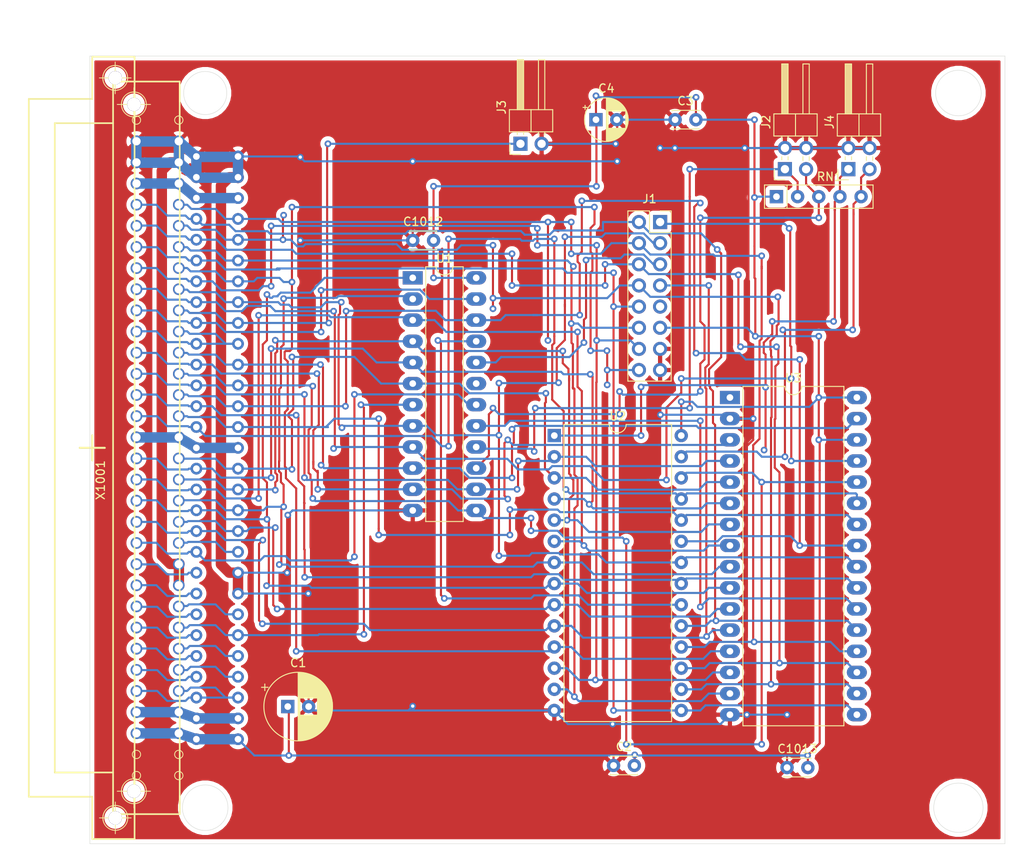
<source format=kicad_pcb>
(kicad_pcb (version 20171130) (host pcbnew "(5.1.10)-1")
  (layers (0 F.Cu signal) (31 B.Cu signal) (34 B.Paste user) (35 F.Paste user) (36 B.SilkS user) (37 F.SilkS user) (38 B.Mask user) (39 F.Mask user) (44 Edge.Cuts user))
  (net 0 "")
  (net 1 GND)
  (net 2 +12P)
  (net 3 +5P)
  (net 4 /A2)
  (net 5 /A3)
  (net 6 /A4)
  (net 7 /A5)
  (net 8 /A6)
  (net 9 /A7)
  (net 10 /~IORQ)
  (net 11 /~RESET)
  (net 12 /~M1)
  (net 13 /D3)
  (net 14 /D1)
  (net 15 /D4)
  (net 16 /D0)
  (net 17 /D5)
  (net 18 /~RD)
  (net 19 /A0)
  (net 20 /CLK)
  (net 21 /A1)
  (net 22 /D6)
  (net 23 /D7)
  (net 24 /D2)
  (net 25 "Net-(X1001-PadA10)")
  (net 26 "Net-(X1001-PadA22)")
  (net 27 "Net-(X1001-PadA23)")
  (net 28 "Net-(X1001-PadA24)")
  (net 29 "Net-(X1001-PadA25)")
  (net 30 "Net-(X1001-PadA27)")
  (net 31 "Net-(X1001-PadC20)")
  (net 32 "Net-(X1001-PadC25)")
  (net 33 "Net-(X1001-PadC26)")
  (net 34 /~WR)
  (net 35 /CS)
  (net 36 /A13)
  (net 37 /A12)
  (net 38 /~CS-ROM)
  (net 39 /A15)
  (net 40 /A11)
  (net 41 /A14)
  (net 42 /~MREQ)
  (net 43 /A10)
  (net 44 /A9)
  (net 45 /A8)
  (net 46 /~MEMDI)
  (net 47 "Net-(X1001-PadC23)")
  (net 48 -5V)
  (net 49 -12V)
  (net 50 /~CS-RAM)
  (net 51 /RAM-ON)
  (net 52 /48KRAM)
  (net 53 /ROM1)
  (net 54 /ROM2)
  (module Connector_PinSocket_2.54mm:PinSocket_2x08_P2.54mm_Vertical (layer F.Cu) (at 123.698 66.294)
    (fp_text reference J1 (at -1.27 -2.77) (layer F.SilkS))
    (fp_text value CH376)
    (pad 16 thru_hole oval (at -2.54 17.78) (size 1.7 1.7) (drill 1) (layers *.Cu *.Mask) (net 16 /D0))
    (pad 15 thru_hole oval (at 0 17.78) (size 1.7 1.7) (drill 1) (layers *.Cu *.Mask) (net 1 GND))
    (pad 14 thru_hole oval (at -2.54 15.24) (size 1.7 1.7) (drill 1) (layers *.Cu *.Mask) (net 14 /D1))
    (pad 13 thru_hole oval (at 0 15.24) (size 1.7 1.7) (drill 1) (layers *.Cu *.Mask) (net 1 GND))
    (pad 12 thru_hole oval (at -2.54 12.7) (size 1.7 1.7) (drill 1) (layers *.Cu *.Mask) (net 24 /D2))
    (pad 11 thru_hole oval (at 0 12.7) (size 1.7 1.7) (drill 1) (layers *.Cu *.Mask) (net 3 +5P))
    (pad 10 thru_hole oval (at -2.54 10.16) (size 1.7 1.7) (drill 1) (layers *.Cu *.Mask) (net 13 /D3))
    (pad 9 thru_hole oval (at 0 10.16) (size 1.7 1.7) (drill 1) (layers *.Cu *.Mask))
    (pad 8 thru_hole oval (at -2.54 7.62) (size 1.7 1.7) (drill 1) (layers *.Cu *.Mask) (net 15 /D4))
    (pad 7 thru_hole oval (at 0 7.62) (size 1.7 1.7) (drill 1) (layers *.Cu *.Mask) (net 19 /A0))
    (pad 6 thru_hole oval (at -2.54 5.08) (size 1.7 1.7) (drill 1) (layers *.Cu *.Mask) (net 17 /D5))
    (pad 5 thru_hole oval (at 0 5.08) (size 1.7 1.7) (drill 1) (layers *.Cu *.Mask) (net 35 /CS))
    (pad 4 thru_hole oval (at -2.54 2.54) (size 1.7 1.7) (drill 1) (layers *.Cu *.Mask) (net 22 /D6))
    (pad 3 thru_hole oval (at 0 2.54) (size 1.7 1.7) (drill 1) (layers *.Cu *.Mask) (net 18 /~RD))
    (pad 2 thru_hole oval (at -2.54 0) (size 1.7 1.7) (drill 1) (layers *.Cu *.Mask) (net 23 /D7))
    (pad 1 thru_hole rect (at 0 0) (size 1.7 1.7) (drill 1) (layers *.Cu *.Mask) (net 34 /~WR))
  )
  (module Resistor_THT:R_Array_SIP5 (layer F.Cu) (at 137.668 63.246)
    (fp_text reference RN1 (at 6.35 -2.4) (layer F.SilkS))
    (fp_text value 10K)
    (pad 5 thru_hole oval (at 10.16 0) (size 1.6 1.6) (drill 0.8) (layers *.Cu *.Mask) (net 53 /ROM1))
    (pad 4 thru_hole oval (at 7.62 0) (size 1.6 1.6) (drill 0.8) (layers *.Cu *.Mask) (net 54 /ROM2))
    (pad 3 thru_hole oval (at 5.08 0) (size 1.6 1.6) (drill 0.8) (layers *.Cu *.Mask) (net 51 /RAM-ON))
    (pad 2 thru_hole oval (at 2.54 0) (size 1.6 1.6) (drill 0.8) (layers *.Cu *.Mask) (net 52 /48KRAM))
    (pad 1 thru_hole rect (at 0 0) (size 1.6 1.6) (drill 0.8) (layers *.Cu *.Mask) (net 3 +5P))
  )
  (module Package_DIP:DIP-28_W15.24mm (layer F.Cu) (at 110.998 91.948)
    (fp_text reference U2 (at 7.62 -2.33) (layer F.SilkS))
    (fp_text value 27512)
    (pad 28 thru_hole oval (at 15.24 0) (size 1.6 1.6) (drill 0.8) (layers *.Cu *.Mask) (net 3 +5P))
    (pad 14 thru_hole oval (at 0 33.02) (size 1.6 1.6) (drill 0.8) (layers *.Cu *.Mask) (net 1 GND))
    (pad 27 thru_hole oval (at 15.24 2.54) (size 1.6 1.6) (drill 0.8) (layers *.Cu *.Mask) (net 53 /ROM1))
    (pad 13 thru_hole oval (at 0 30.48) (size 1.6 1.6) (drill 0.8) (layers *.Cu *.Mask) (net 24 /D2))
    (pad 26 thru_hole oval (at 15.24 5.08) (size 1.6 1.6) (drill 0.8) (layers *.Cu *.Mask) (net 36 /A13))
    (pad 12 thru_hole oval (at 0 27.94) (size 1.6 1.6) (drill 0.8) (layers *.Cu *.Mask) (net 14 /D1))
    (pad 25 thru_hole oval (at 15.24 7.62) (size 1.6 1.6) (drill 0.8) (layers *.Cu *.Mask) (net 45 /A8))
    (pad 11 thru_hole oval (at 0 25.4) (size 1.6 1.6) (drill 0.8) (layers *.Cu *.Mask) (net 16 /D0))
    (pad 24 thru_hole oval (at 15.24 10.16) (size 1.6 1.6) (drill 0.8) (layers *.Cu *.Mask) (net 44 /A9))
    (pad 10 thru_hole oval (at 0 22.86) (size 1.6 1.6) (drill 0.8) (layers *.Cu *.Mask) (net 19 /A0))
    (pad 23 thru_hole oval (at 15.24 12.7) (size 1.6 1.6) (drill 0.8) (layers *.Cu *.Mask) (net 40 /A11))
    (pad 9 thru_hole oval (at 0 20.32) (size 1.6 1.6) (drill 0.8) (layers *.Cu *.Mask) (net 21 /A1))
    (pad 22 thru_hole oval (at 15.24 15.24) (size 1.6 1.6) (drill 0.8) (layers *.Cu *.Mask) (net 18 /~RD))
    (pad 8 thru_hole oval (at 0 17.78) (size 1.6 1.6) (drill 0.8) (layers *.Cu *.Mask) (net 4 /A2))
    (pad 21 thru_hole oval (at 15.24 17.78) (size 1.6 1.6) (drill 0.8) (layers *.Cu *.Mask) (net 43 /A10))
    (pad 7 thru_hole oval (at 0 15.24) (size 1.6 1.6) (drill 0.8) (layers *.Cu *.Mask) (net 5 /A3))
    (pad 20 thru_hole oval (at 15.24 20.32) (size 1.6 1.6) (drill 0.8) (layers *.Cu *.Mask) (net 38 /~CS-ROM))
    (pad 6 thru_hole oval (at 0 12.7) (size 1.6 1.6) (drill 0.8) (layers *.Cu *.Mask) (net 6 /A4))
    (pad 19 thru_hole oval (at 15.24 22.86) (size 1.6 1.6) (drill 0.8) (layers *.Cu *.Mask) (net 23 /D7))
    (pad 5 thru_hole oval (at 0 10.16) (size 1.6 1.6) (drill 0.8) (layers *.Cu *.Mask) (net 7 /A5))
    (pad 18 thru_hole oval (at 15.24 25.4) (size 1.6 1.6) (drill 0.8) (layers *.Cu *.Mask) (net 22 /D6))
    (pad 4 thru_hole oval (at 0 7.62) (size 1.6 1.6) (drill 0.8) (layers *.Cu *.Mask) (net 8 /A6))
    (pad 17 thru_hole oval (at 15.24 27.94) (size 1.6 1.6) (drill 0.8) (layers *.Cu *.Mask) (net 17 /D5))
    (pad 3 thru_hole oval (at 0 5.08) (size 1.6 1.6) (drill 0.8) (layers *.Cu *.Mask) (net 9 /A7))
    (pad 16 thru_hole oval (at 15.24 30.48) (size 1.6 1.6) (drill 0.8) (layers *.Cu *.Mask) (net 15 /D4))
    (pad 2 thru_hole oval (at 0 2.54) (size 1.6 1.6) (drill 0.8) (layers *.Cu *.Mask) (net 37 /A12))
    (pad 15 thru_hole oval (at 15.24 33.02) (size 1.6 1.6) (drill 0.8) (layers *.Cu *.Mask) (net 13 /D3))
    (pad 1 thru_hole rect (at 0 0) (size 1.6 1.6) (drill 0.8) (layers *.Cu *.Mask) (net 54 /ROM2))
  )
  (module Connector_PinHeader_2.54mm:PinHeader_2x02_P2.54mm_Horizontal (layer F.Cu) (at 146.304 59.944 90)
    (fp_text reference J4 (at 5.655 -2.27 90) (layer F.SilkS))
    (fp_text value ROM-Sel)
    (pad 4 thru_hole oval (at 2.54 2.54 90) (size 1.7 1.7) (drill 1) (layers *.Cu *.Mask) (net 1 GND))
    (pad 3 thru_hole oval (at 0 2.54 90) (size 1.7 1.7) (drill 1) (layers *.Cu *.Mask) (net 53 /ROM1))
    (pad 2 thru_hole oval (at 2.54 0 90) (size 1.7 1.7) (drill 1) (layers *.Cu *.Mask) (net 1 GND))
    (pad 1 thru_hole rect (at 0 0 90) (size 1.7 1.7) (drill 1) (layers *.Cu *.Mask) (net 54 /ROM2))
  )
  (module Connector_PinHeader_2.54mm:PinHeader_1x02_P2.54mm_Horizontal (layer F.Cu) (at 106.934 56.896 90)
    (fp_text reference J3 (at 4.385 -2.27 90) (layer F.SilkS))
    (fp_text value /ROMDI)
    (pad 2 thru_hole oval (at 0 2.54 90) (size 1.7 1.7) (drill 1) (layers *.Cu *.Mask) (net 1 GND))
    (pad 1 thru_hole rect (at 0 0 90) (size 1.7 1.7) (drill 1) (layers *.Cu *.Mask) (net 46 /~MEMDI))
  )
  (module Connector_PinHeader_2.54mm:PinHeader_2x02_P2.54mm_Horizontal (layer F.Cu) (at 138.684 59.944 90)
    (fp_text reference J2 (at 5.655 -2.27 90) (layer F.SilkS))
    (fp_text value RAM-Sel)
    (pad 4 thru_hole oval (at 2.54 2.54 90) (size 1.7 1.7) (drill 1) (layers *.Cu *.Mask) (net 1 GND))
    (pad 3 thru_hole oval (at 0 2.54 90) (size 1.7 1.7) (drill 1) (layers *.Cu *.Mask) (net 51 /RAM-ON))
    (pad 2 thru_hole oval (at 2.54 0 90) (size 1.7 1.7) (drill 1) (layers *.Cu *.Mask) (net 1 GND))
    (pad 1 thru_hole rect (at 0 0 90) (size 1.7 1.7) (drill 1) (layers *.Cu *.Mask) (net 52 /48KRAM))
  )
  (module Package_DIP:DIP-32_W15.24mm_LongPads (layer F.Cu) (at 132.08 87.376)
    (fp_text reference U3 (at 7.62 -2.33) (layer F.SilkS))
    (fp_text value 628128_DIP32_SSOP32)
    (pad 32 thru_hole oval (at 15.24 0) (size 2.4 1.6) (drill 0.8) (layers *.Cu *.Mask) (net 3 +5P))
    (pad 16 thru_hole oval (at 0 38.1) (size 2.4 1.6) (drill 0.8) (layers *.Cu *.Mask) (net 1 GND))
    (pad 31 thru_hole oval (at 15.24 2.54) (size 2.4 1.6) (drill 0.8) (layers *.Cu *.Mask) (net 39 /A15))
    (pad 15 thru_hole oval (at 0 35.56) (size 2.4 1.6) (drill 0.8) (layers *.Cu *.Mask) (net 24 /D2))
    (pad 30 thru_hole oval (at 15.24 5.08) (size 2.4 1.6) (drill 0.8) (layers *.Cu *.Mask) (net 3 +5P))
    (pad 14 thru_hole oval (at 0 33.02) (size 2.4 1.6) (drill 0.8) (layers *.Cu *.Mask) (net 14 /D1))
    (pad 29 thru_hole oval (at 15.24 7.62) (size 2.4 1.6) (drill 0.8) (layers *.Cu *.Mask) (net 34 /~WR))
    (pad 13 thru_hole oval (at 0 30.48) (size 2.4 1.6) (drill 0.8) (layers *.Cu *.Mask) (net 16 /D0))
    (pad 28 thru_hole oval (at 15.24 10.16) (size 2.4 1.6) (drill 0.8) (layers *.Cu *.Mask) (net 36 /A13))
    (pad 12 thru_hole oval (at 0 27.94) (size 2.4 1.6) (drill 0.8) (layers *.Cu *.Mask) (net 19 /A0))
    (pad 27 thru_hole oval (at 15.24 12.7) (size 2.4 1.6) (drill 0.8) (layers *.Cu *.Mask) (net 45 /A8))
    (pad 11 thru_hole oval (at 0 25.4) (size 2.4 1.6) (drill 0.8) (layers *.Cu *.Mask) (net 21 /A1))
    (pad 26 thru_hole oval (at 15.24 15.24) (size 2.4 1.6) (drill 0.8) (layers *.Cu *.Mask) (net 44 /A9))
    (pad 10 thru_hole oval (at 0 22.86) (size 2.4 1.6) (drill 0.8) (layers *.Cu *.Mask) (net 4 /A2))
    (pad 25 thru_hole oval (at 15.24 17.78) (size 2.4 1.6) (drill 0.8) (layers *.Cu *.Mask) (net 40 /A11))
    (pad 9 thru_hole oval (at 0 20.32) (size 2.4 1.6) (drill 0.8) (layers *.Cu *.Mask) (net 5 /A3))
    (pad 24 thru_hole oval (at 15.24 20.32) (size 2.4 1.6) (drill 0.8) (layers *.Cu *.Mask) (net 18 /~RD))
    (pad 8 thru_hole oval (at 0 17.78) (size 2.4 1.6) (drill 0.8) (layers *.Cu *.Mask) (net 6 /A4))
    (pad 23 thru_hole oval (at 15.24 22.86) (size 2.4 1.6) (drill 0.8) (layers *.Cu *.Mask) (net 43 /A10))
    (pad 7 thru_hole oval (at 0 15.24) (size 2.4 1.6) (drill 0.8) (layers *.Cu *.Mask) (net 7 /A5))
    (pad 22 thru_hole oval (at 15.24 25.4) (size 2.4 1.6) (drill 0.8) (layers *.Cu *.Mask) (net 50 /~CS-RAM))
    (pad 6 thru_hole oval (at 0 12.7) (size 2.4 1.6) (drill 0.8) (layers *.Cu *.Mask) (net 8 /A6))
    (pad 21 thru_hole oval (at 15.24 27.94) (size 2.4 1.6) (drill 0.8) (layers *.Cu *.Mask) (net 23 /D7))
    (pad 5 thru_hole oval (at 0 10.16) (size 2.4 1.6) (drill 0.8) (layers *.Cu *.Mask) (net 9 /A7))
    (pad 20 thru_hole oval (at 15.24 30.48) (size 2.4 1.6) (drill 0.8) (layers *.Cu *.Mask) (net 22 /D6))
    (pad 4 thru_hole oval (at 0 7.62) (size 2.4 1.6) (drill 0.8) (layers *.Cu *.Mask) (net 37 /A12))
    (pad 19 thru_hole oval (at 15.24 33.02) (size 2.4 1.6) (drill 0.8) (layers *.Cu *.Mask) (net 17 /D5))
    (pad 3 thru_hole oval (at 0 5.08) (size 2.4 1.6) (drill 0.8) (layers *.Cu *.Mask) (net 41 /A14))
    (pad 18 thru_hole oval (at 15.24 35.56) (size 2.4 1.6) (drill 0.8) (layers *.Cu *.Mask) (net 15 /D4))
    (pad 2 thru_hole oval (at 0 2.54) (size 2.4 1.6) (drill 0.8) (layers *.Cu *.Mask) (net 1 GND))
    (pad 17 thru_hole oval (at 15.24 38.1) (size 2.4 1.6) (drill 0.8) (layers *.Cu *.Mask) (net 13 /D3))
    (pad 1 thru_hole rect (at 0 0) (size 2.4 1.6) (drill 0.8) (layers *.Cu *.Mask))
  )
  (module Capacitor_THT:CP_Radial_D5.0mm_P2.50mm (layer F.Cu) (at 116 54)
    (fp_text reference C4 (at 1.25 -3.75) (layer F.SilkS))
    (fp_text value 4u7)
    (pad 2 thru_hole circle (at 2.5 0) (size 1.6 1.6) (drill 0.8) (layers *.Cu *.Mask) (net 1 GND))
    (pad 1 thru_hole rect (at 0 0) (size 1.6 1.6) (drill 0.8) (layers *.Cu *.Mask) (net 3 +5P))
  )
  (module Capacitor_THT:C_Disc_D3.0mm_W2.0mm_P2.50mm (layer F.Cu) (at 125.5 54)
    (fp_text reference C3 (at 1.25 -2.25) (layer F.SilkS))
    (fp_text value 100nF)
    (pad 2 thru_hole circle (at 2.5 0) (size 1.6 1.6) (drill 0.8) (layers *.Cu *.Mask) (net 3 +5P))
    (pad 1 thru_hole circle (at 0 0) (size 1.6 1.6) (drill 0.8) (layers *.Cu *.Mask) (net 1 GND))
  )
  (module Capacitor_THT:C_Disc_D3.0mm_W2.0mm_P2.50mm (layer F.Cu) (at 118.11 131.572)
    (fp_text reference C2 (at 1.25 -2.25) (layer F.SilkS))
    (fp_text value 100nF)
    (pad 2 thru_hole circle (at 2.5 0) (size 1.6 1.6) (drill 0.8) (layers *.Cu *.Mask) (net 3 +5P))
    (pad 1 thru_hole circle (at 0 0) (size 1.6 1.6) (drill 0.8) (layers *.Cu *.Mask) (net 1 GND))
  )
  (module Capacitor_THT:CP_Radial_D8.0mm_P2.50mm (layer F.Cu) (at 79 124.5)
    (fp_text reference C1 (at 1.25 -5.25) (layer F.SilkS))
    (fp_text value 500u)
    (pad 2 thru_hole circle (at 2.5 0) (size 1.6 1.6) (drill 0.8) (layers *.Cu *.Mask) (net 1 GND))
    (pad 1 thru_hole rect (at 0 0) (size 1.6 1.6) (drill 0.8) (layers *.Cu *.Mask) (net 3 +5P))
  )
  (module K1520:K1520_EFS2x29_DIN_male (layer F.Cu) (at 55.525 93.42 270)
    (fp_text reference X1001 (at 1.4 -1 90) (layer F.SilkS) (effects (justify right)))
    (fp_text value K1520_2x29-AC)
    (pad "" thru_hole circle (at -44.45 -2.7686 270) (size 1.61 1.61) (drill 1.6) (layers *.Cu *.Mask))
    (pad "" thru_hole circle (at 44.45 -2.7686 270) (size 1.61 1.61) (drill 1.6) (layers *.Cu *.Mask))
    (pad A01 thru_hole circle (at -36.83 -5.3086 270) (size 1.4 1.4) (drill 1) (layers *.Cu *.Mask) (net 1 GND))
    (pad A02 thru_hole circle (at -34.29 -5.3086 270) (size 1.4 1.4) (drill 1) (layers *.Cu *.Mask) (net 1 GND))
    (pad A04 thru_hole circle (at -29.21 -5.3086 270) (size 1.4 1.4) (drill 1) (layers *.Cu *.Mask) (net 23 /D7))
    (pad A05 thru_hole circle (at -26.67 -5.3086 270) (size 1.4 1.4) (drill 1) (layers *.Cu *.Mask) (net 17 /D5))
    (pad A06 thru_hole circle (at -24.13 -5.3086 270) (size 1.4 1.4) (drill 1) (layers *.Cu *.Mask) (net 13 /D3))
    (pad A07 thru_hole circle (at -21.59 -5.3086 270) (size 1.4 1.4) (drill 1) (layers *.Cu *.Mask) (net 14 /D1))
    (pad A08 thru_hole circle (at -19.05 -5.3086 270) (size 1.4 1.4) (drill 1) (layers *.Cu *.Mask) (net 34 /~WR))
    (pad A09 thru_hole circle (at -16.51 -5.3086 270) (size 1.4 1.4) (drill 1) (layers *.Cu *.Mask) (net 42 /~MREQ))
    (pad A10 thru_hole circle (at -13.97 -5.3086 270) (size 1.4 1.4) (drill 1) (layers *.Cu *.Mask) (net 25 "Net-(X1001-PadA10)"))
    (pad A11 thru_hole circle (at -11.43 -5.3086 270) (size 1.4 1.4) (drill 1) (layers *.Cu *.Mask) (net 41 /A14))
    (pad A12 thru_hole circle (at -8.89 -5.3086 270) (size 1.4 1.4) (drill 1) (layers *.Cu *.Mask) (net 37 /A12))
    (pad A13 thru_hole circle (at -6.35 -5.3086 270) (size 1.4 1.4) (drill 1) (layers *.Cu *.Mask) (net 43 /A10))
    (pad A14 thru_hole circle (at -3.81 -5.3086 270) (size 1.4 1.4) (drill 1) (layers *.Cu *.Mask) (net 45 /A8))
    (pad A15 thru_hole circle (at -1.27 -5.3086 270) (size 1.4 1.4) (drill 1) (layers *.Cu *.Mask) (net 48 -5V))
    (pad A16 thru_hole circle (at 1.27 -5.3086 270) (size 1.4 1.4) (drill 1) (layers *.Cu *.Mask) (net 8 /A6))
    (pad A17 thru_hole circle (at 3.81 -5.3086 270) (size 1.4 1.4) (drill 1) (layers *.Cu *.Mask) (net 6 /A4))
    (pad A18 thru_hole circle (at 6.35 -5.3086 270) (size 1.4 1.4) (drill 1) (layers *.Cu *.Mask) (net 4 /A2))
    (pad A19 thru_hole circle (at 8.89 -5.3086 270) (size 1.4 1.4) (drill 1) (layers *.Cu *.Mask) (net 19 /A0))
    (pad A20 thru_hole circle (at 11.43 -5.3086 270) (size 1.4 1.4) (drill 1) (layers *.Cu *.Mask) (net 11 /~RESET))
    (pad A21 thru_hole circle (at 13.97 -5.3086 270) (size 1.4 1.4) (drill 1) (layers *.Cu *.Mask) (net 20 /CLK))
    (pad A22 thru_hole circle (at 16.51 -5.3086 270) (size 1.4 1.4) (drill 1) (layers *.Cu *.Mask) (net 26 "Net-(X1001-PadA22)"))
    (pad A23 thru_hole circle (at 19.05 -5.3086 270) (size 1.4 1.4) (drill 1) (layers *.Cu *.Mask) (net 27 "Net-(X1001-PadA23)"))
    (pad A24 thru_hole circle (at 21.59 -5.3086 270) (size 1.4 1.4) (drill 1) (layers *.Cu *.Mask) (net 28 "Net-(X1001-PadA24)"))
    (pad A25 thru_hole circle (at 24.13 -5.3086 270) (size 1.4 1.4) (drill 1) (layers *.Cu *.Mask) (net 29 "Net-(X1001-PadA25)"))
    (pad A26 thru_hole circle (at 26.67 -5.3086 270) (size 1.4 1.4) (drill 1) (layers *.Cu *.Mask) (net 12 /~M1))
    (pad A27 thru_hole circle (at 29.21 -5.3086 270) (size 1.4 1.4) (drill 1) (layers *.Cu *.Mask) (net 30 "Net-(X1001-PadA27)"))
    (pad A28 thru_hole circle (at 31.75 -5.3086 270) (size 1.4 1.4) (drill 1) (layers *.Cu *.Mask) (net 2 +12P))
    (pad A29 thru_hole circle (at 34.29 -5.3086 270) (size 1.4 1.4) (drill 1) (layers *.Cu *.Mask) (net 3 +5P))
    (pad C01 thru_hole circle (at -36.83 -10.3886 270) (size 1.4 1.4) (drill 1) (layers *.Cu *.Mask) (net 1 GND))
    (pad C02 thru_hole circle (at -34.29 -10.3886 270) (size 1.4 1.4) (drill 1) (layers *.Cu *.Mask) (net 1 GND))
    (pad C03 thru_hole circle (at -31.75 -10.3886 270) (size 1.4 1.4) (drill 1) (layers *.Cu *.Mask) (net 49 -12V))
    (pad C04 thru_hole circle (at -29.21 -10.3886 270) (size 1.4 1.4) (drill 1) (layers *.Cu *.Mask) (net 22 /D6))
    (pad C05 thru_hole circle (at -26.67 -10.3886 270) (size 1.4 1.4) (drill 1) (layers *.Cu *.Mask) (net 15 /D4))
    (pad C06 thru_hole circle (at -24.13 -10.3886 270) (size 1.4 1.4) (drill 1) (layers *.Cu *.Mask) (net 24 /D2))
    (pad C07 thru_hole circle (at -21.59 -10.3886 270) (size 1.4 1.4) (drill 1) (layers *.Cu *.Mask) (net 16 /D0))
    (pad C08 thru_hole circle (at -19.05 -10.3886 270) (size 1.4 1.4) (drill 1) (layers *.Cu *.Mask) (net 18 /~RD))
    (pad C09 thru_hole circle (at -16.51 -10.3886 270) (size 1.4 1.4) (drill 1) (layers *.Cu *.Mask) (net 46 /~MEMDI))
    (pad C10 thru_hole circle (at -13.97 -10.3886 270) (size 1.4 1.4) (drill 1) (layers *.Cu *.Mask) (net 25 "Net-(X1001-PadA10)"))
    (pad C11 thru_hole circle (at -11.43 -10.3886 270) (size 1.4 1.4) (drill 1) (layers *.Cu *.Mask) (net 39 /A15))
    (pad C12 thru_hole circle (at -8.89 -10.3886 270) (size 1.4 1.4) (drill 1) (layers *.Cu *.Mask) (net 36 /A13))
    (pad C13 thru_hole circle (at -6.35 -10.3886 270) (size 1.4 1.4) (drill 1) (layers *.Cu *.Mask) (net 40 /A11))
    (pad C14 thru_hole circle (at -3.81 -10.3886 270) (size 1.4 1.4) (drill 1) (layers *.Cu *.Mask) (net 44 /A9))
    (pad C15 thru_hole circle (at -1.27 -10.3886 270) (size 1.4 1.4) (drill 1) (layers *.Cu *.Mask) (net 48 -5V))
    (pad C16 thru_hole circle (at 1.27 -10.3886 270) (size 1.4 1.4) (drill 1) (layers *.Cu *.Mask) (net 9 /A7))
    (pad C17 thru_hole circle (at 3.81 -10.3886 270) (size 1.4 1.4) (drill 1) (layers *.Cu *.Mask) (net 7 /A5))
    (pad C18 thru_hole circle (at 6.35 -10.3886 270) (size 1.4 1.4) (drill 1) (layers *.Cu *.Mask) (net 5 /A3))
    (pad C19 thru_hole circle (at 8.89 -10.3886 270) (size 1.4 1.4) (drill 1) (layers *.Cu *.Mask) (net 21 /A1))
    (pad C20 thru_hole circle (at 11.43 -10.3886 270) (size 1.4 1.4) (drill 1) (layers *.Cu *.Mask) (net 31 "Net-(X1001-PadC20)"))
    (pad C21 thru_hole circle (at 13.97 -10.3886 270) (size 1.4 1.4) (drill 1) (layers *.Cu *.Mask) (net 1 GND))
    (pad C22 thru_hole circle (at 16.51 -10.3886 270) (size 1.4 1.4) (drill 1) (layers *.Cu *.Mask) (net 1 GND))
    (pad C23 thru_hole circle (at 19.05 -10.3886 270) (size 1.4 1.4) (drill 1) (layers *.Cu *.Mask) (net 47 "Net-(X1001-PadC23)"))
    (pad C24 thru_hole circle (at 21.59 -10.3886 270) (size 1.4 1.4) (drill 1) (layers *.Cu *.Mask) (net 10 /~IORQ))
    (pad C25 thru_hole circle (at 24.13 -10.3886 270) (size 1.4 1.4) (drill 1) (layers *.Cu *.Mask) (net 32 "Net-(X1001-PadC25)"))
    (pad C26 thru_hole circle (at 26.67 -10.3886 270) (size 1.4 1.4) (drill 1) (layers *.Cu *.Mask) (net 33 "Net-(X1001-PadC26)"))
    (pad C27 thru_hole circle (at 29.21 -10.3886 270) (size 1.4 1.4) (drill 1) (layers *.Cu *.Mask) (net 30 "Net-(X1001-PadA27)"))
    (pad C28 thru_hole circle (at 31.75 -10.3886 270) (size 1.4 1.4) (drill 1) (layers *.Cu *.Mask) (net 2 +12P))
    (pad C29 thru_hole circle (at 34.29 -10.3886 270) (size 1.4 1.4) (drill 1) (layers *.Cu *.Mask) (net 3 +5P))
    (pad "" thru_hole circle (at -41.25 -5 270) (size 1.61 1.61) (drill 1.6) (layers *.Cu *.Mask))
    (pad "" thru_hole circle (at 41.25 -5 270) (size 1.61 1.61) (drill 1.6) (layers *.Cu))
    (pad C01 thru_hole circle (at -35 -17.5 270) (size 1.4 1.4) (drill 0.8) (layers *.Cu *.Mask) (net 1 GND))
    (pad C02 thru_hole circle (at -32.5 -17.5 270) (size 1.4 1.4) (drill 0.8) (layers *.Cu *.Mask) (net 1 GND))
    (pad C03 thru_hole circle (at -30 -17.5 270) (size 1.4 1.4) (drill 0.8) (layers *.Cu *.Mask) (net 49 -12V))
    (pad C04 thru_hole circle (at -27.5 -17.5 270) (size 1.4 1.4) (drill 0.8) (layers *.Cu *.Mask) (net 22 /D6))
    (pad C05 thru_hole circle (at -25 -17.5 270) (size 1.4 1.4) (drill 0.8) (layers *.Cu *.Mask) (net 15 /D4))
    (pad C06 thru_hole circle (at -22.5 -17.5 270) (size 1.4 1.4) (drill 0.8) (layers *.Cu *.Mask) (net 24 /D2))
    (pad C07 thru_hole circle (at -20 -17.5 270) (size 1.4 1.4) (drill 0.8) (layers *.Cu *.Mask) (net 16 /D0))
    (pad C08 thru_hole circle (at -17.5 -17.5 270) (size 1.4 1.4) (drill 0.8) (layers *.Cu *.Mask) (net 18 /~RD))
    (pad C09 thru_hole circle (at -15 -17.5 270) (size 1.4 1.4) (drill 0.8) (layers *.Cu *.Mask) (net 46 /~MEMDI))
    (pad C10 thru_hole circle (at -12.5 -17.5 270) (size 1.4 1.4) (drill 0.8) (layers *.Cu *.Mask) (net 25 "Net-(X1001-PadA10)"))
    (pad C11 thru_hole circle (at -10 -17.5 270) (size 1.4 1.4) (drill 0.8) (layers *.Cu *.Mask) (net 39 /A15))
    (pad C12 thru_hole circle (at -7.5 -17.5 270) (size 1.4 1.4) (drill 0.8) (layers *.Cu *.Mask) (net 36 /A13))
    (pad C13 thru_hole circle (at -5 -17.5 270) (size 1.4 1.4) (drill 0.8) (layers *.Cu *.Mask) (net 40 /A11))
    (pad C14 thru_hole circle (at -2.5 -17.5 270) (size 1.4 1.4) (drill 0.8) (layers *.Cu *.Mask) (net 44 /A9))
    (pad C15 thru_hole circle (at 0 -17.5 270) (size 1.4 1.4) (drill 0.8) (layers *.Cu *.Mask) (net 48 -5V))
    (pad C16 thru_hole circle (at 2.5 -17.5 270) (size 1.4 1.4) (drill 0.8) (layers *.Cu *.Mask) (net 9 /A7))
    (pad C17 thru_hole circle (at 5 -17.5 270) (size 1.4 1.4) (drill 0.8) (layers *.Cu *.Mask) (net 7 /A5))
    (pad C18 thru_hole circle (at 7.5 -17.5 270) (size 1.4 1.4) (drill 0.8) (layers *.Cu *.Mask) (net 5 /A3))
    (pad C19 thru_hole circle (at 10 -17.5 270) (size 1.4 1.4) (drill 0.8) (layers *.Cu *.Mask) (net 21 /A1))
    (pad C20 thru_hole circle (at 12.5 -17.5 270) (size 1.4 1.4) (drill 0.8) (layers *.Cu *.Mask) (net 31 "Net-(X1001-PadC20)"))
    (pad C21 thru_hole circle (at 15 -17.5 270) (size 1.4 1.4) (drill 0.8) (layers *.Cu *.Mask) (net 1 GND))
    (pad C22 thru_hole circle (at 17.5 -17.5 270) (size 1.4 1.4) (drill 0.8) (layers *.Cu *.Mask) (net 1 GND))
    (pad C23 thru_hole circle (at 20 -17.5 270) (size 1.4 1.4) (drill 0.8) (layers *.Cu *.Mask) (net 47 "Net-(X1001-PadC23)"))
    (pad C24 thru_hole circle (at 22.5 -17.5 270) (size 1.4 1.4) (drill 0.8) (layers *.Cu *.Mask) (net 10 /~IORQ))
    (pad C25 thru_hole circle (at 25 -17.5 270) (size 1.4 1.4) (drill 0.8) (layers *.Cu *.Mask) (net 32 "Net-(X1001-PadC25)"))
    (pad C26 thru_hole circle (at 27.5 -17.5 270) (size 1.4 1.4) (drill 0.8) (layers *.Cu *.Mask) (net 33 "Net-(X1001-PadC26)"))
    (pad C27 thru_hole circle (at 30 -17.5 270) (size 1.4 1.4) (drill 0.8) (layers *.Cu *.Mask) (net 30 "Net-(X1001-PadA27)"))
    (pad C28 thru_hole circle (at 32.5 -17.5 270) (size 1.4 1.4) (drill 0.8) (layers *.Cu *.Mask) (net 2 +12P))
    (pad C29 thru_hole circle (at 35 -17.5 270) (size 1.4 1.4) (drill 0.8) (layers *.Cu *.Mask) (net 3 +5P))
    (pad A01 thru_hole circle (at -35 -12.5 270) (size 1.4 1.4) (drill 0.8) (layers *.Cu *.Mask) (net 1 GND))
    (pad A02 thru_hole circle (at -32.5 -12.5 270) (size 1.4 1.4) (drill 0.8) (layers *.Cu *.Mask) (net 1 GND))
    (pad A03 thru_hole circle (at -30 -12.5 270) (size 1.4 1.4) (drill 0.8) (layers *.Cu *.Mask) (net 49 -12V))
    (pad A04 thru_hole circle (at -27.5 -12.5 270) (size 1.4 1.4) (drill 0.8) (layers *.Cu *.Mask) (net 23 /D7))
    (pad A05 thru_hole circle (at -25 -12.5 270) (size 1.4 1.4) (drill 0.8) (layers *.Cu *.Mask) (net 17 /D5))
    (pad A06 thru_hole circle (at -22.5 -12.5 270) (size 1.4 1.4) (drill 0.8) (layers *.Cu *.Mask) (net 13 /D3))
    (pad A07 thru_hole circle (at -20 -12.5 270) (size 1.4 1.4) (drill 0.8) (layers *.Cu *.Mask) (net 14 /D1))
    (pad A08 thru_hole circle (at -17.5 -12.5 270) (size 1.4 1.4) (drill 0.8) (layers *.Cu *.Mask) (net 34 /~WR))
    (pad A09 thru_hole circle (at -15 -12.5 270) (size 1.4 1.4) (drill 0.8) (layers *.Cu *.Mask) (net 42 /~MREQ))
    (pad A10 thru_hole circle (at -12.5 -12.5 270) (size 1.4 1.4) (drill 0.8) (layers *.Cu *.Mask) (net 25 "Net-(X1001-PadA10)"))
    (pad A11 thru_hole circle (at -10 -12.5 270) (size 1.4 1.4) (drill 0.8) (layers *.Cu *.Mask) (net 41 /A14))
    (pad A12 thru_hole circle (at -7.5 -12.5 270) (size 1.4 1.4) (drill 0.8) (layers *.Cu *.Mask) (net 37 /A12))
    (pad A13 thru_hole circle (at -5 -12.5 270) (size 1.4 1.4) (drill 0.8) (layers *.Cu *.Mask) (net 43 /A10))
    (pad A14 thru_hole circle (at -2.5 -12.5 270) (size 1.4 1.4) (drill 0.8) (layers *.Cu *.Mask) (net 45 /A8))
    (pad A15 thru_hole circle (at 0 -12.5 270) (size 1.4 1.4) (drill 0.8) (layers *.Cu *.Mask) (net 48 -5V))
    (pad A16 thru_hole circle (at 2.5 -12.5 270) (size 1.4 1.4) (drill 0.8) (layers *.Cu *.Mask) (net 8 /A6))
    (pad A17 thru_hole circle (at 5 -12.5 270) (size 1.4 1.4) (drill 0.8) (layers *.Cu *.Mask) (net 6 /A4))
    (pad A18 thru_hole circle (at 7.5 -12.5 270) (size 1.4 1.4) (drill 0.8) (layers *.Cu *.Mask) (net 4 /A2))
    (pad A19 thru_hole circle (at 10 -12.5 270) (size 1.4 1.4) (drill 0.8) (layers *.Cu *.Mask) (net 19 /A0))
    (pad A20 thru_hole circle (at 12.5 -12.5 270) (size 1.4 1.4) (drill 0.8) (layers *.Cu *.Mask) (net 11 /~RESET))
    (pad A21 thru_hole circle (at 15 -12.5 270) (size 1.4 1.4) (drill 0.8) (layers *.Cu *.Mask) (net 20 /CLK))
    (pad A22 thru_hole circle (at 17.5 -12.5 270) (size 1.4 1.4) (drill 0.8) (layers *.Cu *.Mask) (net 26 "Net-(X1001-PadA22)"))
    (pad A23 thru_hole circle (at 20 -12.5 270) (size 1.4 1.4) (drill 0.8) (layers *.Cu *.Mask) (net 27 "Net-(X1001-PadA23)"))
    (pad A24 thru_hole circle (at 22.5 -12.5 270) (size 1.4 1.4) (drill 0.8) (layers *.Cu *.Mask) (net 28 "Net-(X1001-PadA24)"))
    (pad A25 thru_hole circle (at 25 -12.5 270) (size 1.4 1.4) (drill 0.8) (layers *.Cu *.Mask) (net 29 "Net-(X1001-PadA25)"))
    (pad A26 thru_hole circle (at 27.5 -12.5 270) (size 1.4 1.4) (drill 0.8) (layers *.Cu *.Mask) (net 12 /~M1))
    (pad A27 thru_hole circle (at 30 -12.5 270) (size 1.4 1.4) (drill 0.8) (layers *.Cu *.Mask) (net 30 "Net-(X1001-PadA27)"))
    (pad A28 thru_hole circle (at 32.5 -12.5 270) (size 1.4 1.4) (drill 0.8) (layers *.Cu *.Mask) (net 2 +12P))
    (pad A29 thru_hole circle (at 35 -12.5 270) (size 1.4 1.4) (drill 0.8) (layers *.Cu *.Mask) (net 3 +5P))
    (pad A03 thru_hole circle (at -31.75 -5.3086 270) (size 1.4 1.4) (drill 1) (layers *.Cu *.Mask) (net 49 -12V))
    (pad C01 smd custom (at -35 -17.5 270) (size 1.4 1.4) (layers B.Cu) (net 1 GND) (options (clearance outline) (anchor circle)) (primitives (gr_line (start 0.75 12.2) (end 0.75 7.1) (width 1.25)) (gr_line (start 0.75 7.1) (end 2.55 5) (width 1.25)) (gr_line (start -1.8 12.2) (end -1.8 7.05) (width 1.25)) (gr_line (start 2.55 5) (end 2.55 0) (width 1.25)) (gr_line (start 2.55 0) (end 0.05 0) (width 1.25)) (gr_line (start 0.05 0) (end 0.05 5) (width 1.25)) (gr_line (start 0.05 5) (end -1.8 7.1) (width 1.25)) (gr_line (start -1.8 7.1) (end 0.7 7.1) (width 1.25)) (gr_line (start 2.55 5) (end 0.1 5) (width 1.25)) (gr_line (start 0.75 12.2) (end -1.8 12.2) (width 1.25))))
    (pad C02 smd custom (at -34.3 -10.4 270) (size 1.4 1.4) (layers F.Cu) (net 1 GND) (options (clearance outline) (anchor circle)) (primitives (gr_line (start 1 2.05) (end 0 1.05) (width 1.25)) (gr_line (start 0 0) (end 0 1.05) (width 1.25)) (gr_line (start 48.25 1.05) (end 47.25 2.05) (width 1.25)) (gr_line (start 48.25 1.05) (end 48.25 0) (width 1.25)) (gr_line (start 47.25 2.05) (end 1 2.05) (width 1.25))))
    (pad C02 smd custom (at -32.5 -17.5 270) (size 1.4 1.4) (layers F.Cu) (net 1 GND) (options (clearance outline) (anchor circle)) (primitives (gr_line (start 47.5 1.05) (end 46.5 2.05) (width 1.25)) (gr_line (start 47.5 1.05) (end 47.5 0) (width 1.25)) (gr_line (start 1 2.05) (end 46.5 2.05) (width 1.25)) (gr_line (start 1 2.05) (end 0 1.05) (width 1.25)) (gr_line (start 0 0) (end 0 1.05) (width 1.25))))
    (pad C21 smd custom (at 13.95 -10.4 270) (size 1.4 1.4) (layers F.Cu) (net 1 GND) (options (clearance outline) (anchor circle)) (primitives (gr_line (start 0 0) (end 2.55 0) (width 1.25))))
    (pad C21 smd custom (at 15 -17.5 270) (size 1.4 1.4) (layers F.Cu) (net 1 GND) (options (clearance outline) (anchor circle)) (primitives (gr_line (start 0 0) (end 2.5 0) (width 1.25))))
    (pad C03 smd custom (at -30 -17.5 270) (size 1.4 1.4) (layers B.Cu) (net 49 -12V) (options (clearance outline) (anchor circle)) (primitives (gr_line (start -1.75 12.2) (end -1.75 7.1) (width 1.25)) (gr_line (start -1.75 7.1) (end 0 5) (width 1.25)) (gr_line (start 0 5) (end 0 0) (width 1.25))))
    (pad A04 smd custom (at -27.5 -12.5 270) (size 1.4 1.4) (layers B.Cu) (net 23 /D7) (options (clearance outline) (anchor circle)) (primitives (gr_line (start -0.4 3.5) (end -1.7 4.8) (width 0.25)) (gr_line (start -1.7 4.8) (end -1.7 7.2) (width 0.25)) (gr_line (start 0 0) (end 0 0.9) (width 0.25)) (gr_line (start 0 0.9) (end -0.4 1.3) (width 0.25)) (gr_line (start -0.4 1.3) (end -0.4 3.5) (width 0.25))))
    (pad C04 smd custom (at -27.5 -17.5 270) (size 1.4 1.4) (layers B.Cu) (net 22 /D6) (options (clearance outline) (anchor circle)) (primitives (gr_line (start -1.7 6.1) (end -1.2 5.6) (width 0.25)) (gr_line (start -1.2 5.6) (end -1.2 2.7) (width 0.25)) (gr_line (start -1.7 7.1) (end -1.7 6.1) (width 0.25)) (gr_line (start 0 1.5) (end 0 0) (width 0.25)) (gr_line (start -1.2 2.7) (end 0 1.5) (width 0.25))))
    (pad C05 smd custom (at -25 -17.5 270) (size 1.4 1.4) (layers B.Cu) (net 15 /D4) (options (clearance outline) (anchor circle)) (primitives (gr_line (start -1.2 5.6) (end -1.2 2.7) (width 0.25)) (gr_line (start -1.2 2.7) (end 0 1.5) (width 0.25)) (gr_line (start -1.7 7.1) (end -1.7 6.1) (width 0.25)) (gr_line (start -1.7 6.1) (end -1.2 5.6) (width 0.25)) (gr_line (start 0 1.5) (end 0 0) (width 0.25))))
    (pad C06 smd custom (at -22.5 -17.5 270) (size 1.4 1.4) (layers B.Cu) (net 24 /D2) (options (clearance outline) (anchor circle)) (primitives (gr_line (start -1.2 5.7) (end -1.2 2.7) (width 0.25)) (gr_line (start -1.6 7.1) (end -1.6 6.1) (width 0.25)) (gr_line (start 0 1.5) (end 0 0) (width 0.25)) (gr_line (start -1.2 2.7) (end 0 1.5) (width 0.25)) (gr_line (start -1.6 6.1) (end -1.2 5.7) (width 0.25))))
    (pad C07 smd custom (at -20 -17.5 270) (size 1.4 1.4) (layers B.Cu) (net 16 /D0) (options (clearance outline) (anchor circle)) (primitives (gr_line (start -1.6 6.1) (end -1.2 5.7) (width 0.25)) (gr_line (start -1.6 7.1) (end -1.6 6.1) (width 0.25)) (gr_line (start -1.2 2.7) (end 0 1.5) (width 0.25)) (gr_line (start -1.2 5.7) (end -1.2 2.7) (width 0.25)) (gr_line (start 0 1.5) (end 0 0) (width 0.25))))
    (pad C08 smd custom (at -17.5 -17.5 270) (size 1.4 1.4) (layers B.Cu) (net 18 /~RD) (options (clearance outline) (anchor circle)) (primitives (gr_line (start -1.5 6.1) (end -1.2 5.8) (width 0.25)) (gr_line (start 0 1.5) (end 0 0) (width 0.25)) (gr_line (start -1.2 5.8) (end -1.2 2.7) (width 0.25)) (gr_line (start -1.2 2.7) (end 0 1.5) (width 0.25)) (gr_line (start -1.5 7.1) (end -1.5 6.1) (width 0.25))))
    (pad C09 smd custom (at -15 -17.5 270) (size 1.4 1.4) (layers B.Cu) (net 46 /~MEMDI) (options (clearance outline) (anchor circle)) (primitives (gr_line (start -1.5 7.1) (end -1.5 6.1) (width 0.25)) (gr_line (start 0 1.5) (end 0 0) (width 0.25)) (gr_line (start -1.2 5.8) (end -1.2 2.7) (width 0.25)) (gr_line (start -1.2 2.7) (end 0 1.5) (width 0.25)) (gr_line (start -1.5 6.1) (end -1.2 5.8) (width 0.25))))
    (pad C10 smd custom (at -12.5 -17.5 270) (size 1.4 1.4) (layers B.Cu) (net 25 "Net-(X1001-PadA10)") (options (clearance outline) (anchor circle)) (primitives (gr_line (start -1.2 2.7) (end 0 1.5) (width 0.25)) (gr_line (start -1.2 5.8) (end -1.2 2.7) (width 0.25)) (gr_line (start -1.5 6.1) (end -1.2 5.8) (width 0.25)) (gr_line (start -1.5 7.1) (end -1.5 6.1) (width 0.25)) (gr_line (start 0 1.5) (end 0 0) (width 0.25))))
    (pad C11 smd custom (at -10 -17.5 270) (size 1.4 1.4) (layers B.Cu) (net 39 /A15) (options (clearance outline) (anchor circle)) (primitives (gr_line (start -1.2 2.7) (end 0 1.5) (width 0.25)) (gr_line (start 0 1.5) (end 0 0) (width 0.25)) (gr_line (start -1.4 6.1) (end -1.2 5.9) (width 0.25)) (gr_line (start -1.2 5.9) (end -1.2 2.7) (width 0.25)) (gr_line (start -1.4 7.1) (end -1.4 6.1) (width 0.25))))
    (pad C12 smd custom (at -7.5 -17.5 270) (size 1.4 1.4) (layers B.Cu) (net 36 /A13) (options (clearance outline) (anchor circle)) (primitives (gr_line (start -1.4 7.1) (end -1.4 6.1) (width 0.25)) (gr_line (start -1.4 6.1) (end -1.2 5.9) (width 0.25)) (gr_line (start -1.2 5.9) (end -1.2 2.7) (width 0.25)) (gr_line (start -1.2 2.7) (end 0 1.5) (width 0.25)) (gr_line (start 0 1.5) (end 0 0) (width 0.25))))
    (pad C13 smd custom (at -5 -17.5 270) (size 1.4 1.4) (layers B.Cu) (net 40 /A11) (options (clearance outline) (anchor circle)) (primitives (gr_line (start 0 1.5) (end 0 0) (width 0.25)) (gr_line (start -1.4 6.1) (end -1.2 5.9) (width 0.25)) (gr_line (start -1.2 5.9) (end -1.2 2.7) (width 0.25)) (gr_line (start -1.2 2.7) (end 0 1.5) (width 0.25)) (gr_line (start -1.4 7.1) (end -1.4 6.1) (width 0.25))))
    (pad C14 smd custom (at -2.5 -17.5 270) (size 1.4 1.4) (layers B.Cu) (net 44 /A9) (options (clearance outline) (anchor circle)) (primitives (gr_line (start -1.3 7.1) (end -1.3 6.1) (width 0.25)) (gr_line (start -1.3 6.1) (end -1.2 6) (width 0.25)) (gr_line (start -1.2 6) (end -1.2 2.7) (width 0.25)) (gr_line (start -1.2 2.7) (end 0 1.5) (width 0.25)) (gr_line (start 0 1.5) (end 0 0) (width 0.25))))
    (pad C16 smd custom (at 2.5 -17.5 270) (size 1.4 1.4) (layers B.Cu) (net 9 /A7) (options (clearance outline) (anchor circle)) (primitives (gr_line (start 0 1.5) (end 0 0) (width 0.25)) (gr_line (start -1.2 7.1) (end -1.2 2.7) (width 0.25)) (gr_line (start -1.2 2.7) (end 0 1.5) (width 0.25))))
    (pad C17 smd custom (at 5 -17.5 270) (size 1.4 1.4) (layers B.Cu) (net 7 /A5) (options (clearance outline) (anchor circle)) (primitives (gr_line (start -1.2 7.1) (end -1.2 2.7) (width 0.25)) (gr_line (start -1.2 2.7) (end 0 1.5) (width 0.25)) (gr_line (start 0 1.5) (end 0 0) (width 0.25))))
    (pad C18 smd custom (at 7.5 -17.5 270) (size 1.4 1.4) (layers B.Cu) (net 5 /A3) (options (clearance outline) (anchor circle)) (primitives (gr_line (start -1.2 7.2) (end -1.2 2.7) (width 0.25)) (gr_line (start -1.2 2.7) (end 0 1.5) (width 0.25)) (gr_line (start 0 1.5) (end 0 0) (width 0.25))))
    (pad C19 smd custom (at 10 -17.5 270) (size 1.4 1.4) (layers B.Cu) (net 21 /A1) (options (clearance outline) (anchor circle)) (primitives (gr_line (start -1.1 6.1) (end -1.2 6) (width 0.25)) (gr_line (start -1.2 6) (end -1.2 2.7) (width 0.25)) (gr_line (start -1.2 2.7) (end 0 1.5) (width 0.25)) (gr_line (start 0 1.5) (end 0 0) (width 0.25)) (gr_line (start -1.1 7.1) (end -1.1 6.1) (width 0.25))))
    (pad C20 smd custom (at 12.5 -17.5 270) (size 1.4 1.4) (layers B.Cu) (net 31 "Net-(X1001-PadC20)") (options (clearance outline) (anchor circle)) (primitives (gr_line (start -1.1 7.1) (end -1.1 6.1) (width 0.25)) (gr_line (start -1.1 6.1) (end -1.2 6) (width 0.25)) (gr_line (start -1.2 6) (end -1.2 2.7) (width 0.25)) (gr_line (start -1.2 2.7) (end 0 1.5) (width 0.25)) (gr_line (start 0 1.5) (end 0 0) (width 0.25))))
    (pad C23 smd custom (at 20 -17.5 270) (size 1.4 1.4) (layers B.Cu) (net 47 "Net-(X1001-PadC23)") (options (clearance outline) (anchor circle)) (primitives (gr_line (start -1.2 2.7) (end 0 1.5) (width 0.25)) (gr_line (start 0 1.5) (end 0 0) (width 0.25)) (gr_line (start -1 7.1) (end -1 6.1) (width 0.25)) (gr_line (start -1 6.1) (end -1.2 5.9) (width 0.25)) (gr_line (start -1.2 5.9) (end -1.2 2.7) (width 0.25))))
    (pad C24 smd custom (at 22.5 -17.5 270) (size 1.4 1.4) (layers B.Cu) (net 10 /~IORQ) (options (clearance outline) (anchor circle)) (primitives (gr_line (start -0.9 7.1) (end -0.9 6.1) (width 0.25)) (gr_line (start -0.9 6.1) (end -1.2 5.8) (width 0.25)) (gr_line (start -1.2 5.8) (end -1.2 2.7) (width 0.25)) (gr_line (start -1.2 2.7) (end 0 1.5) (width 0.25)) (gr_line (start 0 1.5) (end 0 0) (width 0.25))))
    (pad C25 smd custom (at 25 -17.5 270) (size 1.4 1.4) (layers B.Cu) (net 32 "Net-(X1001-PadC25)") (options (clearance outline) (anchor circle)) (primitives (gr_line (start -0.9 7.1) (end -0.9 6.1) (width 0.25)) (gr_line (start -0.9 6.1) (end -1.2 5.8) (width 0.25)) (gr_line (start -1.2 5.8) (end -1.2 2.7) (width 0.25)) (gr_line (start -1.2 2.7) (end 0 1.5) (width 0.25)) (gr_line (start 0 1.5) (end 0 0) (width 0.25))))
    (pad C26 smd custom (at 27.5 -17.5 270) (size 1.4 1.4) (layers B.Cu) (net 33 "Net-(X1001-PadC26)") (options (clearance outline) (anchor circle)) (primitives (gr_line (start -0.8 7.1) (end -0.8 6.1) (width 0.25)) (gr_line (start -1.2 2.7) (end 0 1.5) (width 0.25)) (gr_line (start 0 1.5) (end 0 0) (width 0.25)) (gr_line (start -1.2 2.7) (end -1.2 5.7) (width 0.25)) (gr_line (start -1.2 5.7) (end -0.8 6.1) (width 0.25))))
    (pad C27 smd custom (at 30 -17.5 270) (size 1.4 1.4) (layers B.Cu) (net 30 "Net-(X1001-PadA27)") (options (clearance outline) (anchor circle)) (primitives (gr_line (start -0.8 7.1) (end -0.8 6.1) (width 0.25)) (gr_line (start -0.8 6.1) (end -1.2 5.7) (width 0.25)) (gr_line (start -1.2 5.7) (end -1.2 2.7) (width 0.25)) (gr_line (start -1.2 2.7) (end 0 1.5) (width 0.25)) (gr_line (start 0 1.5) (end 0 0) (width 0.25))))
    (pad A05 smd custom (at -25 -12.5 270) (size 1.4 1.4) (layers B.Cu) (net 17 /D5) (options (clearance outline) (anchor circle)) (primitives (gr_line (start -0.4 1.3) (end -0.4 3.5) (width 0.25)) (gr_line (start -0.4 3.5) (end -1.7 4.8) (width 0.25)) (gr_line (start -1.7 4.8) (end -1.7 7.2) (width 0.25)) (gr_line (start 0 0) (end 0 0.9) (width 0.25)) (gr_line (start 0 0.9) (end -0.4 1.3) (width 0.25))))
    (pad A06 smd custom (at -22.5 -12.5 270) (size 1.4 1.4) (layers B.Cu) (net 13 /D3) (options (clearance outline) (anchor circle)) (primitives (gr_line (start 0 0) (end 0 0.9) (width 0.25)) (gr_line (start 0 0.9) (end -0.4 1.3) (width 0.25)) (gr_line (start -0.4 1.3) (end -0.4 3.5) (width 0.25)) (gr_line (start -0.4 3.5) (end -1.6 4.7) (width 0.25)) (gr_line (start -1.6 4.7) (end -1.6 7.2) (width 0.25))))
    (pad A07 smd custom (at -20 -12.5 270) (size 1.4 1.4) (layers B.Cu) (net 14 /D1) (options (clearance outline) (anchor circle)) (primitives (gr_line (start 0 0) (end 0 0.9) (width 0.25)) (gr_line (start 0 0.9) (end -0.3 1.2) (width 0.25)) (gr_line (start -0.3 1.2) (end -0.3 3.5) (width 0.25)) (gr_line (start -0.3 3.5) (end -1.6 4.8) (width 0.25)) (gr_line (start -1.6 4.8) (end -1.6 7.2) (width 0.25))))
    (pad A08 smd custom (at -17.5 -12.5 270) (size 1.4 1.4) (layers B.Cu) (net 34 /~WR) (options (clearance outline) (anchor circle)) (primitives (gr_line (start -0.3 3.5) (end -1.6 4.8) (width 0.25)) (gr_line (start -1.6 4.8) (end -1.6 7.2) (width 0.25)) (gr_line (start 0 0) (end 0 0.9) (width 0.25)) (gr_line (start 0 0.9) (end -0.3 1.2) (width 0.25)) (gr_line (start -0.3 1.2) (end -0.3 3.5) (width 0.25))))
    (pad A09 smd custom (at -15 -12.5 270) (size 1.4 1.4) (layers B.Cu) (net 42 /~MREQ) (options (clearance outline) (anchor circle)) (primitives (gr_line (start 0 0) (end 0 0.9) (width 0.25)) (gr_line (start 0 0.9) (end -0.2 1.1) (width 0.25)) (gr_line (start -0.2 1.1) (end -0.2 3.5) (width 0.25)) (gr_line (start -0.2 3.5) (end -1.5 4.8) (width 0.25)) (gr_line (start -1.5 4.8) (end -1.5 7.2) (width 0.25))))
    (pad A10 smd custom (at -12.5 -12.5 270) (size 1.4 1.4) (layers B.Cu) (net 25 "Net-(X1001-PadA10)") (options (clearance outline) (anchor circle)) (primitives (gr_line (start 0 0.9) (end -0.2 1.1) (width 0.25)) (gr_line (start -0.2 1.1) (end -0.2 3.5) (width 0.25)) (gr_line (start -0.2 3.5) (end -1.5 4.8) (width 0.25)) (gr_line (start -1.5 4.8) (end -1.5 7.2) (width 0.25)) (gr_line (start 0 0) (end 0 0.9) (width 0.25))))
    (pad A11 smd custom (at -10 -12.5 270) (size 1.4 1.4) (layers B.Cu) (net 41 /A14) (options (clearance outline) (anchor circle)) (primitives (gr_line (start 0 0) (end 0 0.9) (width 0.25)) (gr_line (start 0 0.9) (end -0.1 1) (width 0.25)) (gr_line (start -0.1 1) (end -0.1 3.5) (width 0.25)) (gr_line (start -0.1 3.5) (end -1.4 4.8) (width 0.25)) (gr_line (start -1.4 4.8) (end -1.4 7.2) (width 0.25))))
    (pad A12 smd custom (at -7.5 -12.5 270) (size 1.4 1.4) (layers B.Cu) (net 37 /A12) (options (clearance outline) (anchor circle)) (primitives (gr_line (start 0 0) (end 0 0.9) (width 0.25)) (gr_line (start 0 0.9) (end -0.1 1) (width 0.25)) (gr_line (start -0.1 1) (end -0.1 3.5) (width 0.25)) (gr_line (start -0.1 3.5) (end -1.4 4.8) (width 0.25)) (gr_line (start -1.4 4.8) (end -1.4 7.2) (width 0.25))))
    (pad A13 smd custom (at -5 -12.5 270) (size 1.4 1.4) (layers B.Cu) (net 43 /A10) (options (clearance outline) (anchor circle)) (primitives (gr_line (start -0.1 1) (end -0.1 3.5) (width 0.25)) (gr_line (start -0.1 3.5) (end -1.4 4.8) (width 0.25)) (gr_line (start -1.4 4.8) (end -1.4 7.2) (width 0.25)) (gr_line (start 0 0) (end 0 0.9) (width 0.25)) (gr_line (start 0 0.9) (end -0.1 1) (width 0.25))))
    (pad A14 smd custom (at -2.5 -12.5 270) (size 1.4 1.4) (layers B.Cu) (net 45 /A8) (options (clearance outline) (anchor circle)) (primitives (gr_line (start 0 0.9) (end -0.1 1) (width 0.25)) (gr_line (start -0.1 1) (end -0.1 3.5) (width 0.25)) (gr_line (start -0.1 3.5) (end -1.3 4.7) (width 0.25)) (gr_line (start -1.3 4.7) (end -1.3 7.2) (width 0.25)) (gr_line (start 0 0) (end 0 0.9) (width 0.25))))
    (pad A16 smd custom (at 2.5 -12.5 270) (size 1.4 1.4) (layers B.Cu) (net 8 /A6) (options (clearance outline) (anchor circle)) (primitives (gr_line (start -1.2 4.8) (end -1.2 7.2) (width 0.25)) (gr_line (start 0 0) (end 0 0.9) (width 0.25)) (gr_line (start 0 0.9) (end 0.1 1) (width 0.25)) (gr_line (start 0.1 1) (end 0.1 3.5) (width 0.25)) (gr_line (start 0.1 3.5) (end -1.2 4.8) (width 0.25))))
    (pad A17 smd custom (at 5 -12.5 270) (size 1.4 1.4) (layers B.Cu) (net 6 /A4) (options (clearance outline) (anchor circle)) (primitives (gr_line (start 0 0) (end 0 0.9) (width 0.25)) (gr_line (start 0 0.9) (end 0.1 1) (width 0.25)) (gr_line (start 0.1 1) (end 0.1 3.5) (width 0.25)) (gr_line (start 0.1 3.5) (end -1.2 4.8) (width 0.25)) (gr_line (start -1.2 4.8) (end -1.2 7.2) (width 0.25))))
    (pad A18 smd custom (at 7.5 -12.5 270) (size 1.4 1.4) (layers B.Cu) (net 4 /A2) (options (clearance outline) (anchor circle)) (primitives (gr_line (start 0.1 1) (end 0.1 3.5) (width 0.25)) (gr_line (start 0.1 3.5) (end -1.2 4.8) (width 0.25)) (gr_line (start -1.2 4.8) (end -1.2 7.2) (width 0.25)) (gr_line (start 0 0) (end 0 0.9) (width 0.25)) (gr_line (start 0 0.9) (end 0.1 1) (width 0.25))))
    (pad A19 smd custom (at 10 -12.5 270) (size 1.4 1.4) (layers B.Cu) (net 19 /A0) (options (clearance outline) (anchor circle)) (primitives (gr_line (start 0 0.9) (end 0.2 1.1) (width 0.25)) (gr_line (start 0.2 1.1) (end 0.2 3.5) (width 0.25)) (gr_line (start 0.2 3.5) (end -1.1 4.8) (width 0.25)) (gr_line (start -1.1 4.8) (end -1.1 7.2) (width 0.25)) (gr_line (start 0 0) (end 0 0.9) (width 0.25))))
    (pad A20 smd custom (at 12.5 -12.5 270) (size 1.4 1.4) (layers B.Cu) (net 11 /~RESET) (options (clearance outline) (anchor circle)) (primitives (gr_line (start 0 0) (end 0 0.9) (width 0.25)) (gr_line (start 0 0.9) (end 0.2 1.1) (width 0.25)) (gr_line (start 0.2 1.1) (end 0.2 3.5) (width 0.25)) (gr_line (start 0.2 3.5) (end -1.1 4.8) (width 0.25)) (gr_line (start -1.1 4.8) (end -1.1 7.2) (width 0.25))))
    (pad A21 smd custom (at 15 -12.5 270) (size 1.4 1.4) (layers B.Cu) (net 20 /CLK) (options (clearance outline) (anchor circle)) (primitives (gr_line (start 0.2 3.5) (end -1 4.7) (width 0.25)) (gr_line (start -1 4.7) (end -1 7.2) (width 0.25)) (gr_line (start 0 0) (end 0 0.9) (width 0.25)) (gr_line (start 0 0.9) (end 0.2 1.1) (width 0.25)) (gr_line (start 0.2 1.1) (end 0.2 3.5) (width 0.25))))
    (pad A22 smd custom (at 17.5 -12.5 270) (size 1.4 1.4) (layers B.Cu) (net 26 "Net-(X1001-PadA22)") (options (clearance outline) (anchor circle)) (primitives (gr_line (start 0 0) (end 0 0.9) (width 0.25)) (gr_line (start 0 0.9) (end 0.3 1.2) (width 0.25)) (gr_line (start 0.3 1.2) (end 0.3 3.5) (width 0.25)) (gr_line (start 0.3 3.5) (end -1 4.8) (width 0.25)) (gr_line (start -1 4.8) (end -1 7.2) (width 0.25))))
    (pad A23 smd custom (at 20 -12.5 270) (size 1.4 1.4) (layers B.Cu) (net 27 "Net-(X1001-PadA23)") (options (clearance outline) (anchor circle)) (primitives (gr_line (start 0 0.9) (end 0.3 1.2) (width 0.25)) (gr_line (start 0.3 1.2) (end 0.3 3.5) (width 0.25)) (gr_line (start 0.3 3.5) (end -0.9 4.7) (width 0.25)) (gr_line (start -0.9 4.7) (end -0.9 7.2) (width 0.25)) (gr_line (start 0 0) (end 0 0.9) (width 0.25))))
    (pad A24 smd custom (at 22.5 -12.5 270) (size 1.4 1.4) (layers B.Cu) (net 28 "Net-(X1001-PadA24)") (options (clearance outline) (anchor circle)) (primitives (gr_line (start 0 0) (end 0 0.9) (width 0.25)) (gr_line (start 0 0.9) (end 0.3 1.2) (width 0.25)) (gr_line (start 0.3 1.2) (end 0.3 3.5) (width 0.25)) (gr_line (start 0.3 3.5) (end -0.9 4.7) (width 0.25)) (gr_line (start -0.9 4.7) (end -0.9 7.2) (width 0.25))))
    (pad A25 smd custom (at 25 -12.5 270) (size 1.4 1.4) (layers B.Cu) (net 29 "Net-(X1001-PadA25)") (options (clearance outline) (anchor circle)) (primitives (gr_line (start 0.4 3.5) (end -0.9 4.8) (width 0.25)) (gr_line (start -0.9 4.8) (end -0.9 7.2) (width 0.25)) (gr_line (start 0 0) (end 0 0.9) (width 0.25)) (gr_line (start 0 0.9) (end 0.4 1.3) (width 0.25)) (gr_line (start 0.4 1.3) (end 0.4 3.5) (width 0.25))))
    (pad A26 smd custom (at 27.5 -12.5 270) (size 1.4 1.4) (layers B.Cu) (net 12 /~M1) (options (clearance outline) (anchor circle)) (primitives (gr_line (start 0 0) (end 0 0.9) (width 0.25)) (gr_line (start 0 0.9) (end 0.4 1.3) (width 0.25)) (gr_line (start 0.4 1.3) (end 0.4 3.5) (width 0.25)) (gr_line (start 0.4 3.5) (end -0.8 4.7) (width 0.25)) (gr_line (start -0.8 4.7) (end -0.8 7.2) (width 0.25))))
    (pad A27 smd custom (at 30 -12.5 270) (size 1.4 1.4) (layers B.Cu) (net 30 "Net-(X1001-PadA27)") (options (clearance outline) (anchor circle)) (primitives (gr_line (start 0 0) (end 0 0.9) (width 0.25)) (gr_line (start 0 0.9) (end 0.4 1.3) (width 0.25)) (gr_line (start 0.4 1.3) (end 0.4 3.5) (width 0.25)) (gr_line (start 0.4 3.5) (end -0.8 4.7) (width 0.25)) (gr_line (start -0.8 4.7) (end -0.8 7.2) (width 0.25))))
    (pad C28 smd custom (at 32.5 -17.5 270) (size 1.4 1.4) (layers B.Cu) (net 2 +12P) (options (clearance outline) (anchor circle)) (primitives (gr_line (start -0.75 7.1) (end 0 5) (width 1.25)) (gr_line (start -0.75 12.2) (end -0.75 7.1) (width 1.25)) (gr_line (start 0 5) (end 0 0) (width 1.25))))
    (pad C29 smd custom (at 35 -17.5 270) (size 1.4 1.4) (layers B.Cu) (net 3 +5P) (options (clearance outline) (anchor circle)) (primitives (gr_line (start 0 0) (end 0 5) (width 1.25)) (gr_line (start 0 5) (end -0.7 7.1) (width 1.25)) (gr_line (start -0.7 7.1) (end -0.7 12.2) (width 1.25))))
    (pad C15 smd custom (at 0 -17.5 270) (size 1.4 1.4) (layers B.Cu) (net 48 -5V) (options (clearance outline) (anchor circle)) (primitives (gr_line (start -1.25 7.1) (end 0 5) (width 1.25)) (gr_line (start 0 5) (end 0 0) (width 1.25)) (gr_line (start -1.25 12.2) (end -1.25 7.1) (width 1.25))))
  )
  (module Capacitor_THT:C_Disc_D3.0mm_W2.0mm_P2.50mm (layer F.Cu) (at 94 68.5)
    (fp_text reference C1012 (at 1.25 -2.25) (layer F.SilkS))
    (fp_text value 100nF)
    (pad 1 thru_hole circle (at 0 0) (size 1.6 1.6) (drill 0.8) (layers *.Cu *.Mask) (net 1 GND))
    (pad 2 thru_hole circle (at 2.5 0) (size 1.6 1.6) (drill 0.8) (layers *.Cu *.Mask) (net 3 +5P))
  )
  (module Capacitor_THT:C_Disc_D3.0mm_W2.0mm_P2.50mm (layer F.Cu) (at 138.938 131.826)
    (fp_text reference C1013 (at 1.25 -2.25) (layer F.SilkS))
    (fp_text value 100nF)
    (pad 2 thru_hole circle (at 2.5 0) (size 1.6 1.6) (drill 0.8) (layers *.Cu *.Mask) (net 3 +5P))
    (pad 1 thru_hole circle (at 0 0) (size 1.6 1.6) (drill 0.8) (layers *.Cu *.Mask) (net 1 GND))
  )
  (module Package_DIP:DIP-24_W7.62mm_LongPads (layer F.Cu) (at 94 73)
    (fp_text reference U1 (at 3.81 -2.33) (layer F.SilkS))
    (fp_text value GAL20V8)
    (pad 1 thru_hole rect (at 0 0) (size 2.4 1.6) (drill 0.8) (layers *.Cu *.Mask) (net 4 /A2))
    (pad 13 thru_hole oval (at 7.62 27.94) (size 2.4 1.6) (drill 0.8) (layers *.Cu *.Mask) (net 36 /A13))
    (pad 2 thru_hole oval (at 0 2.54) (size 2.4 1.6) (drill 0.8) (layers *.Cu *.Mask) (net 5 /A3))
    (pad 14 thru_hole oval (at 7.62 25.4) (size 2.4 1.6) (drill 0.8) (layers *.Cu *.Mask) (net 37 /A12))
    (pad 3 thru_hole oval (at 0 5.08) (size 2.4 1.6) (drill 0.8) (layers *.Cu *.Mask) (net 6 /A4))
    (pad 15 thru_hole oval (at 7.62 22.86) (size 2.4 1.6) (drill 0.8) (layers *.Cu *.Mask) (net 51 /RAM-ON))
    (pad 4 thru_hole oval (at 0 7.62) (size 2.4 1.6) (drill 0.8) (layers *.Cu *.Mask) (net 7 /A5))
    (pad 16 thru_hole oval (at 7.62 20.32) (size 2.4 1.6) (drill 0.8) (layers *.Cu *.Mask) (net 52 /48KRAM))
    (pad 5 thru_hole oval (at 0 10.16) (size 2.4 1.6) (drill 0.8) (layers *.Cu *.Mask) (net 8 /A6))
    (pad 17 thru_hole oval (at 7.62 17.78) (size 2.4 1.6) (drill 0.8) (layers *.Cu *.Mask) (net 50 /~CS-RAM))
    (pad 6 thru_hole oval (at 0 12.7) (size 2.4 1.6) (drill 0.8) (layers *.Cu *.Mask) (net 9 /A7))
    (pad 18 thru_hole oval (at 7.62 15.24) (size 2.4 1.6) (drill 0.8) (layers *.Cu *.Mask) (net 11 /~RESET))
    (pad 7 thru_hole oval (at 0 15.24) (size 2.4 1.6) (drill 0.8) (layers *.Cu *.Mask) (net 10 /~IORQ))
    (pad 19 thru_hole oval (at 7.62 12.7) (size 2.4 1.6) (drill 0.8) (layers *.Cu *.Mask))
    (pad 8 thru_hole oval (at 0 17.78) (size 2.4 1.6) (drill 0.8) (layers *.Cu *.Mask) (net 18 /~RD))
    (pad 20 thru_hole oval (at 7.62 10.16) (size 2.4 1.6) (drill 0.8) (layers *.Cu *.Mask) (net 35 /CS))
    (pad 9 thru_hole oval (at 0 20.32) (size 2.4 1.6) (drill 0.8) (layers *.Cu *.Mask) (net 34 /~WR))
    (pad 21 thru_hole oval (at 7.62 7.62) (size 2.4 1.6) (drill 0.8) (layers *.Cu *.Mask) (net 38 /~CS-ROM))
    (pad 10 thru_hole oval (at 0 22.86) (size 2.4 1.6) (drill 0.8) (layers *.Cu *.Mask) (net 39 /A15))
    (pad 22 thru_hole oval (at 7.62 5.08) (size 2.4 1.6) (drill 0.8) (layers *.Cu *.Mask) (net 40 /A11))
    (pad 11 thru_hole oval (at 0 25.4) (size 2.4 1.6) (drill 0.8) (layers *.Cu *.Mask) (net 41 /A14))
    (pad 23 thru_hole oval (at 7.62 2.54) (size 2.4 1.6) (drill 0.8) (layers *.Cu *.Mask) (net 42 /~MREQ))
    (pad 12 thru_hole oval (at 0 27.94) (size 2.4 1.6) (drill 0.8) (layers *.Cu *.Mask) (net 1 GND))
    (pad 24 thru_hole oval (at 7.62 0) (size 2.4 1.6) (drill 0.8) (layers *.Cu *.Mask) (net 3 +5P))
  )
  (gr_circle (center 159.512 136.652) (end 156.972 135.128) (layer Edge.Cuts) (width 0.05))
  (gr_circle (center 159.512 50.8) (end 158.496 48.26) (layer Edge.Cuts) (width 0.05))
  (gr_circle (center 69.088 50.8) (end 66.548 50.292) (layer Edge.Cuts) (width 0.05))
  (gr_line (start 55.245 46.355) (end 165.1 46.355) (layer Edge.Cuts) (width 0.05))
  (gr_circle (center 69.088 136.652) (end 66.548 135.636) (layer Edge.Cuts) (width 0.05))
  (gr_line (start 165.1 46.355) (end 165.1 140.97) (layer Edge.Cuts) (width 0.05))
  (gr_line (start 165.1 140.97) (end 55.245 140.97) (layer Edge.Cuts) (width 0.05))
  (gr_line (start 55.245 140.97) (end 55.245 46.355) (layer Edge.Cuts) (width 0.05))
  (segment (start 94 68.5) (end 80.5 68.5) (width 0.25) (layer B.Cu) (net 1))
  (segment (start 73.025 58.42) (end 80.42 58.42) (width 0.25) (layer B.Cu) (net 1))
  (segment (start 80.42 58.42) (end 80.5 58.5) (width 0.25) (layer B.Cu) (net 1))
  (segment (start 80.5 58.5) (end 80.5 58.5) (width 0.25) (layer B.Cu) (net 1))
  (via (at 80.5 58.5) (size 0.8) (drill 0.4) (layers F.Cu B.Cu) (net 1))
  (segment (start 80.5 68.5) (end 80.5 68.5) (width 0.25) (layer B.Cu) (net 1))
  (via (at 80.5 68.5) (size 0.8) (drill 0.4) (layers F.Cu B.Cu) (net 1))
  (segment (start 80.5 68.5) (end 80.5 58.5) (width 0.25) (layer F.Cu) (net 1))
  (segment (start 94 100.94) (end 79.56 100.94) (width 0.25) (layer B.Cu) (net 1))
  (segment (start 79.56 100.94) (end 79.5 101) (width 0.25) (layer B.Cu) (net 1))
  (segment (start 79.5 101) (end 79 101.5) (width 0.25) (layer B.Cu) (net 1))
  (segment (start 73.025 108.42) (end 78.92 108.42) (width 0.25) (layer B.Cu) (net 1))
  (segment (start 79 101.5) (end 79 101.5) (width 0.25) (layer B.Cu) (net 1))
  (via (at 79 101.5) (size 0.8) (drill 0.4) (layers F.Cu B.Cu) (net 1))
  (segment (start 78.92 108.42) (end 78.92 108.42) (width 0.25) (layer B.Cu) (net 1))
  (via (at 78.92 108.42) (size 0.8) (drill 0.4) (layers F.Cu B.Cu) (net 1))
  (segment (start 78.92 101.58) (end 79 101.5) (width 0.25) (layer F.Cu) (net 1))
  (segment (start 78.92 108.42) (end 78.92 101.58) (width 0.25) (layer F.Cu) (net 1))
  (segment (start 94 68.5) (end 94 59) (width 0.25) (layer F.Cu) (net 1))
  (segment (start 94 59) (end 94 59) (width 0.25) (layer F.Cu) (net 1))
  (via (at 94 59) (size 0.8) (drill 0.4) (layers F.Cu B.Cu) (net 1))
  (segment (start 81 59) (end 80.5 58.5) (width 0.25) (layer B.Cu) (net 1))
  (segment (start 94 59) (end 81 59) (width 0.25) (layer B.Cu) (net 1))
  (segment (start 130.95499 126.60101) (end 132.08 125.476) (width 0.25) (layer B.Cu) (net 1))
  (segment (start 132.08 89.916) (end 134.874 89.916) (width 0.25) (layer B.Cu) (net 1))
  (segment (start 134.874 89.916) (end 134.874 89.916) (width 0.25) (layer B.Cu) (net 1))
  (via (at 134.874 89.916) (size 0.8) (drill 0.4) (layers F.Cu B.Cu) (net 1))
  (segment (start 141.224 57.404) (end 138.684 57.404) (width 0.25) (layer B.Cu) (net 1))
  (segment (start 138.684 57.404) (end 125.476 57.404) (width 0.25) (layer B.Cu) (net 1))
  (segment (start 118.5 54) (end 120.294 54) (width 0.25) (layer B.Cu) (net 1))
  (segment (start 125.5 54) (end 120.294 54) (width 0.25) (layer B.Cu) (net 1))
  (segment (start 94 59) (end 118.546 59) (width 0.25) (layer B.Cu) (net 1))
  (segment (start 109.474 56.896) (end 118.364 56.896) (width 0.25) (layer B.Cu) (net 1))
  (segment (start 118.364 56.896) (end 118.364 56.896) (width 0.25) (layer B.Cu) (net 1))
  (via (at 118.364 56.896) (size 0.8) (drill 0.4) (layers F.Cu B.Cu) (net 1))
  (segment (start 118.546 59) (end 118.546 59) (width 0.25) (layer B.Cu) (net 1))
  (via (at 118.546 59) (size 0.8) (drill 0.4) (layers F.Cu B.Cu) (net 1))
  (segment (start 125.476 57.404) (end 125.476 57.404) (width 0.25) (layer B.Cu) (net 1))
  (via (at 125.476 57.404) (size 0.8) (drill 0.4) (layers F.Cu B.Cu) (net 1))
  (segment (start 118.546 54.046) (end 118.5 54) (width 0.25) (layer F.Cu) (net 1))
  (segment (start 118.546 59) (end 118.546 54.046) (width 0.25) (layer F.Cu) (net 1))
  (segment (start 118.364 58.818) (end 118.546 59) (width 0.25) (layer F.Cu) (net 1))
  (segment (start 118.364 56.896) (end 118.364 58.818) (width 0.25) (layer F.Cu) (net 1))
  (segment (start 125.476 54.024) (end 125.5 54) (width 0.25) (layer F.Cu) (net 1))
  (segment (start 125.476 57.404) (end 125.476 54.024) (width 0.25) (layer F.Cu) (net 1))
  (segment (start 134.112 125.476) (end 134.112 125.476) (width 0.25) (layer F.Cu) (net 1))
  (via (at 134.112 125.476) (size 0.8) (drill 0.4) (layers F.Cu B.Cu) (net 1))
  (segment (start 134.112 125.476) (end 132.08 125.476) (width 0.25) (layer B.Cu) (net 1))
  (segment (start 73.025 110.92) (end 81.456 110.92) (width 0.25) (layer B.Cu) (net 1))
  (segment (start 81.456 110.92) (end 81.456 110.92) (width 0.25) (layer B.Cu) (net 1))
  (via (at 81.456 110.92) (size 0.8) (drill 0.4) (layers F.Cu B.Cu) (net 1))
  (segment (start 81.5 110.964) (end 81.456 110.92) (width 0.25) (layer F.Cu) (net 1))
  (segment (start 81.5 124.5) (end 81.5 110.964) (width 0.25) (layer F.Cu) (net 1))
  (segment (start 118.11 131.572) (end 118.11 126.746) (width 0.25) (layer F.Cu) (net 1))
  (segment (start 138.938 131.826) (end 138.938 125.476) (width 0.25) (layer F.Cu) (net 1))
  (segment (start 138.938 125.476) (end 138.938 125.476) (width 0.25) (layer F.Cu) (net 1))
  (via (at 138.938 125.476) (size 0.8) (drill 0.4) (layers F.Cu B.Cu) (net 1))
  (segment (start 118.00099 126.60101) (end 118.00099 126.60101) (width 0.25) (layer B.Cu) (net 1))
  (segment (start 134.300999 89.342999) (end 134.300999 57.846999) (width 0.25) (layer F.Cu) (net 1))
  (segment (start 134.874 89.916) (end 134.300999 89.342999) (width 0.25) (layer F.Cu) (net 1))
  (segment (start 134.300999 57.846999) (end 133.858 57.404) (width 0.25) (layer F.Cu) (net 1))
  (segment (start 133.858 57.404) (end 133.858 57.404) (width 0.25) (layer F.Cu) (net 1))
  (via (at 133.858 57.404) (size 0.8) (drill 0.4) (layers F.Cu B.Cu) (net 1))
  (segment (start 134.874 92.456) (end 134.874 89.916) (width 0.25) (layer F.Cu) (net 1))
  (segment (start 134.112 93.218) (end 134.874 92.456) (width 0.25) (layer F.Cu) (net 1))
  (segment (start 134.112 125.476) (end 134.112 93.218) (width 0.25) (layer F.Cu) (net 1))
  (segment (start 134.112 125.476) (end 138.938 125.476) (width 0.25) (layer B.Cu) (net 1))
  (segment (start 118.00099 126.60101) (end 130.95499 126.60101) (width 0.25) (layer B.Cu) (net 1))
  (via (at 118.00099 126.60101) (size 0.8) (drill 0.4) (layers F.Cu B.Cu) (net 1))
  (segment (start 112.63101 126.60101) (end 110.998 124.968) (width 0.25) (layer B.Cu) (net 1))
  (segment (start 118.00099 126.60101) (end 112.63101 126.60101) (width 0.25) (layer B.Cu) (net 1))
  (segment (start 131.608999 89.444999) (end 123.734999 89.444999) (width 0.25) (layer B.Cu) (net 1))
  (segment (start 132.08 89.916) (end 131.608999 89.444999) (width 0.25) (layer B.Cu) (net 1))
  (segment (start 123.734999 89.444999) (end 123.734999 89.444999) (width 0.25) (layer B.Cu) (net 1))
  (via (at 123.734999 89.444999) (size 0.8) (drill 0.4) (layers F.Cu B.Cu) (net 1))
  (segment (start 141.224 57.404) (end 148.844 57.404) (width 0.25) (layer B.Cu) (net 1))
  (segment (start 94 100.94) (end 94 110.978) (width 0.25) (layer F.Cu) (net 1))
  (segment (start 94 110.978) (end 93.98 110.998) (width 0.25) (layer F.Cu) (net 1))
  (segment (start 94 110.978) (end 94 124.44) (width 0.25) (layer F.Cu) (net 1))
  (segment (start 94 124.44) (end 94 124.44) (width 0.25) (layer F.Cu) (net 1))
  (via (at 94 124.44) (size 0.8) (drill 0.4) (layers F.Cu B.Cu) (net 1))
  (segment (start 81.968 124.968) (end 81.5 124.5) (width 0.25) (layer B.Cu) (net 1))
  (segment (start 94 124.44) (end 93.472 124.968) (width 0.25) (layer B.Cu) (net 1))
  (segment (start 93.472 124.968) (end 81.968 124.968) (width 0.25) (layer B.Cu) (net 1))
  (segment (start 94.234 124.968) (end 93.472 124.968) (width 0.25) (layer B.Cu) (net 1))
  (segment (start 94 124.734) (end 94.234 124.968) (width 0.25) (layer B.Cu) (net 1))
  (segment (start 94 124.44) (end 94 124.734) (width 0.25) (layer B.Cu) (net 1))
  (segment (start 110.998 124.968) (end 94.234 124.968) (width 0.25) (layer B.Cu) (net 1))
  (segment (start 123.698 89.481998) (end 123.734999 89.444999) (width 0.25) (layer F.Cu) (net 1))
  (segment (start 123.698 57.404) (end 123.698 57.404) (width 0.25) (layer F.Cu) (net 1))
  (via (at 123.698 57.404) (size 0.8) (drill 0.4) (layers F.Cu B.Cu) (net 1))
  (segment (start 123.698 57.404) (end 125.476 57.404) (width 0.25) (layer B.Cu) (net 1))
  (segment (start 123.698 84.074) (end 123.698 81.534) (width 0.25) (layer F.Cu) (net 1))
  (segment (start 123.734999 84.110999) (end 123.698 84.074) (width 0.25) (layer F.Cu) (net 1))
  (segment (start 123.734999 89.444999) (end 123.734999 84.110999) (width 0.25) (layer F.Cu) (net 1))
  (segment (start 96.5 73) (end 96.5 73) (width 0.25) (layer B.Cu) (net 3))
  (segment (start 96.5 62) (end 96.5 62) (width 0.25) (layer B.Cu) (net 3))
  (via (at 96.5 62) (size 0.8) (drill 0.4) (layers F.Cu B.Cu) (net 3))
  (segment (start 96.5 68.5) (end 96.5 62) (width 0.25) (layer F.Cu) (net 3))
  (segment (start 74.979999 130.374999) (end 73.025 128.42) (width 0.25) (layer B.Cu) (net 3))
  (segment (start 79.125001 130.374999) (end 74.979999 130.374999) (width 0.25) (layer B.Cu) (net 3))
  (via (at 79.125001 130.374999) (size 0.8) (drill 0.4) (layers F.Cu B.Cu) (net 3))
  (segment (start 79.125001 124.625001) (end 79 124.5) (width 0.25) (layer F.Cu) (net 3))
  (segment (start 79.125001 130.374999) (end 79.125001 124.625001) (width 0.25) (layer F.Cu) (net 3))
  (segment (start 147.32 92.456) (end 143.256 92.456) (width 0.25) (layer B.Cu) (net 3))
  (segment (start 143.256 92.456) (end 142.748 92.456) (width 0.25) (layer B.Cu) (net 3))
  (segment (start 96.5 73) (end 96.5 73) (width 0.25) (layer B.Cu) (net 3))
  (via (at 96.5 73) (size 0.8) (drill 0.4) (layers F.Cu B.Cu) (net 3))
  (segment (start 101.62 73) (end 96.5 73) (width 0.25) (layer B.Cu) (net 3))
  (segment (start 96.5 73) (end 96.5 68.5) (width 0.25) (layer F.Cu) (net 3))
  (segment (start 147.32 87.376) (end 143.002 87.376) (width 0.25) (layer B.Cu) (net 3))
  (segment (start 143.002 87.376) (end 142.748 87.376) (width 0.25) (layer B.Cu) (net 3))
  (segment (start 142.748 92.456) (end 142.748 92.456) (width 0.25) (layer B.Cu) (net 3))
  (via (at 142.748 92.456) (size 0.8) (drill 0.4) (layers F.Cu B.Cu) (net 3))
  (segment (start 142.748 87.376) (end 142.748 87.376) (width 0.25) (layer B.Cu) (net 3))
  (via (at 142.748 87.376) (size 0.8) (drill 0.4) (layers F.Cu B.Cu) (net 3))
  (segment (start 128 54) (end 135.026 54) (width 0.25) (layer B.Cu) (net 3))
  (segment (start 135.026 54) (end 135.026 54) (width 0.25) (layer B.Cu) (net 3))
  (segment (start 96.5 62) (end 116.054 62) (width 0.25) (layer B.Cu) (net 3))
  (segment (start 116.054 62) (end 116.054 62) (width 0.25) (layer B.Cu) (net 3))
  (via (at 116.054 62) (size 0.8) (drill 0.4) (layers F.Cu B.Cu) (net 3))
  (segment (start 135.026 54) (end 135.128 54.102) (width 0.25) (layer B.Cu) (net 3))
  (via (at 135.026 54) (size 0.8) (drill 0.4) (layers F.Cu B.Cu) (net 3))
  (segment (start 116.054 54.054) (end 116 54) (width 0.25) (layer F.Cu) (net 3))
  (segment (start 116.054 62) (end 116.054 54.054) (width 0.25) (layer F.Cu) (net 3))
  (segment (start 135.026 54) (end 135.026 63.348) (width 0.25) (layer F.Cu) (net 3))
  (segment (start 135.026 69.19) (end 135.026 69.19) (width 0.25) (layer F.Cu) (net 3))
  (segment (start 142.85701 92.56501) (end 142.748 92.456) (width 0.25) (layer F.Cu) (net 3))
  (segment (start 142.85701 96.12101) (end 142.85701 92.56501) (width 0.25) (layer F.Cu) (net 3))
  (segment (start 142.748 92.456) (end 142.748 87.376) (width 0.25) (layer F.Cu) (net 3))
  (segment (start 142.748 87.376) (end 142.748 80.01) (width 0.25) (layer F.Cu) (net 3))
  (segment (start 79.125001 130.374999) (end 120.577001 130.374999) (width 0.25) (layer B.Cu) (net 3))
  (segment (start 120.577001 130.374999) (end 120.65 130.302) (width 0.25) (layer B.Cu) (net 3))
  (segment (start 120.577001 130.374999) (end 141.405001 130.374999) (width 0.25) (layer B.Cu) (net 3))
  (segment (start 141.478 130.302) (end 141.405001 130.374999) (width 0.25) (layer B.Cu) (net 3))
  (segment (start 120.65 130.302) (end 120.65 130.302) (width 0.25) (layer B.Cu) (net 3))
  (via (at 120.65 130.302) (size 0.8) (drill 0.4) (layers F.Cu B.Cu) (net 3))
  (segment (start 141.405001 130.374999) (end 141.405001 130.374999) (width 0.25) (layer B.Cu) (net 3))
  (via (at 141.405001 130.374999) (size 0.8) (drill 0.4) (layers F.Cu B.Cu) (net 3))
  (segment (start 141.438 130.407998) (end 141.405001 130.374999) (width 0.25) (layer F.Cu) (net 3))
  (segment (start 141.438 131.826) (end 141.438 130.407998) (width 0.25) (layer F.Cu) (net 3))
  (segment (start 116 54) (end 116 51.132) (width 0.25) (layer F.Cu) (net 3))
  (segment (start 128 54) (end 128 51.324) (width 0.25) (layer F.Cu) (net 3))
  (segment (start 128 51.324) (end 128.016 51.308) (width 0.25) (layer F.Cu) (net 3))
  (segment (start 116 51.132) (end 116 51.132) (width 0.25) (layer F.Cu) (net 3))
  (via (at 116 51.132) (size 0.8) (drill 0.4) (layers F.Cu B.Cu) (net 3))
  (segment (start 128.016 51.308) (end 128.016 51.308) (width 0.25) (layer F.Cu) (net 3))
  (via (at 128.016 51.308) (size 0.8) (drill 0.4) (layers F.Cu B.Cu) (net 3))
  (segment (start 116.176 51.308) (end 116 51.132) (width 0.25) (layer B.Cu) (net 3))
  (segment (start 128.016 51.308) (end 116.176 51.308) (width 0.25) (layer B.Cu) (net 3))
  (segment (start 128.182003 88.501001) (end 127.565002 87.884) (width 0.25) (layer B.Cu) (net 3))
  (segment (start 141.622999 88.501001) (end 128.182003 88.501001) (width 0.25) (layer B.Cu) (net 3))
  (segment (start 142.748 87.376) (end 141.622999 88.501001) (width 0.25) (layer B.Cu) (net 3))
  (segment (start 127.565002 87.884) (end 126.238 87.884) (width 0.25) (layer B.Cu) (net 3))
  (segment (start 126.238 87.884) (end 126.238 87.884) (width 0.25) (layer B.Cu) (net 3))
  (via (at 126.238 87.884) (size 0.8) (drill 0.4) (layers F.Cu B.Cu) (net 3))
  (segment (start 120.65 131.532) (end 120.61 131.572) (width 0.25) (layer F.Cu) (net 3))
  (segment (start 120.65 130.302) (end 120.65 131.532) (width 0.25) (layer F.Cu) (net 3))
  (segment (start 126.238 91.948) (end 126.238 87.884) (width 0.25) (layer F.Cu) (net 3))
  (segment (start 142.85701 128.92299) (end 141.405001 130.374999) (width 0.25) (layer F.Cu) (net 3))
  (segment (start 142.85701 96.12101) (end 142.85701 128.92299) (width 0.25) (layer F.Cu) (net 3))
  (segment (start 135.026 63.348) (end 135.026 69.19) (width 0.25) (layer F.Cu) (net 3))
  (via (at 135.026 63.348) (size 0.8) (drill 0.4) (layers F.Cu B.Cu) (net 3))
  (via (at 142.748 80.01) (size 0.8) (drill 0.4) (layers F.Cu B.Cu) (net 3))
  (segment (start 142.748 80.01) (end 135.128 80.01) (width 0.25) (layer B.Cu) (net 3))
  (segment (start 135.128 63.246) (end 135.026 63.348) (width 0.25) (layer B.Cu) (net 3))
  (segment (start 137.668 63.246) (end 135.128 63.246) (width 0.25) (layer B.Cu) (net 3))
  (segment (start 135.026 69.19) (end 135.026 69.19) (width 0.25) (layer F.Cu) (net 3))
  (segment (start 135.128 80.01) (end 135.128 80.01) (width 0.25) (layer B.Cu) (net 3))
  (via (at 135.128 80.01) (size 0.8) (drill 0.4) (layers F.Cu B.Cu) (net 3))
  (segment (start 135.026 72.992998) (end 135.026 69.19) (width 0.25) (layer F.Cu) (net 3))
  (segment (start 135.128 73.094998) (end 135.026 72.992998) (width 0.25) (layer F.Cu) (net 3))
  (segment (start 135.128 80.01) (end 135.128 73.094998) (width 0.25) (layer F.Cu) (net 3))
  (segment (start 134.112 78.994) (end 135.128 80.01) (width 0.25) (layer B.Cu) (net 3))
  (segment (start 123.698 78.994) (end 134.112 78.994) (width 0.25) (layer B.Cu) (net 3))
  (segment (start 94 73) (end 95 73) (width 0.25) (layer B.Cu) (net 4))
  (segment (start 68.025 100.92) (end 70.42 100.92) (width 0.25) (layer B.Cu) (net 4))
  (segment (start 70.42 100.92) (end 71.5 102) (width 0.25) (layer B.Cu) (net 4))
  (segment (start 71.5 102) (end 76.5 102) (width 0.25) (layer B.Cu) (net 4))
  (segment (start 76.5 102) (end 76.5 102) (width 0.25) (layer B.Cu) (net 4))
  (via (at 76.5 102) (size 0.8) (drill 0.4) (layers F.Cu B.Cu) (net 4))
  (segment (start 76.5 97.573002) (end 76 97.073002) (width 0.25) (layer F.Cu) (net 4))
  (segment (start 76.5 102) (end 76.5 97.573002) (width 0.25) (layer F.Cu) (net 4))
  (segment (start 76 97.073002) (end 76 81) (width 0.25) (layer F.Cu) (net 4))
  (segment (start 76 81) (end 76.5 80.5) (width 0.25) (layer F.Cu) (net 4))
  (segment (start 76.5 80.5) (end 76.5 75) (width 0.25) (layer F.Cu) (net 4))
  (segment (start 76.5 75) (end 76.5 75) (width 0.25) (layer F.Cu) (net 4))
  (via (at 76.5 75) (size 0.8) (drill 0.4) (layers F.Cu B.Cu) (net 4))
  (segment (start 77.100001 75.399999) (end 77.274999 75.225001) (width 0.25) (layer B.Cu) (net 4))
  (segment (start 76.899999 75.399999) (end 77.100001 75.399999) (width 0.25) (layer B.Cu) (net 4))
  (segment (start 76.5 75) (end 76.899999 75.399999) (width 0.25) (layer B.Cu) (net 4))
  (segment (start 77.274999 75.225001) (end 77.774999 75.225001) (width 0.25) (layer B.Cu) (net 4))
  (segment (start 78.151999 74.774999) (end 81.725001 74.774999) (width 0.25) (layer B.Cu) (net 4))
  (segment (start 77.774999 75.151999) (end 78.151999 74.774999) (width 0.25) (layer B.Cu) (net 4))
  (segment (start 77.774999 75.225001) (end 77.774999 75.151999) (width 0.25) (layer B.Cu) (net 4))
  (segment (start 83.426998 73) (end 94 73) (width 0.25) (layer B.Cu) (net 4))
  (segment (start 82.274999 74.151999) (end 83.426998 73) (width 0.25) (layer B.Cu) (net 4))
  (segment (start 82.274999 74.225001) (end 82.274999 74.151999) (width 0.25) (layer B.Cu) (net 4))
  (segment (start 81.725001 74.774999) (end 82.274999 74.225001) (width 0.25) (layer B.Cu) (net 4))
  (segment (start 81.845002 110.236) (end 81.591002 109.982) (width 0.25) (layer B.Cu) (net 4))
  (segment (start 109.982 110.236) (end 81.845002 110.236) (width 0.25) (layer B.Cu) (net 4))
  (segment (start 81.591002 109.982) (end 76.454 109.982) (width 0.25) (layer B.Cu) (net 4))
  (segment (start 76.454 109.982) (end 76.454 109.982) (width 0.25) (layer B.Cu) (net 4))
  (via (at 76.454 109.982) (size 0.8) (drill 0.4) (layers F.Cu B.Cu) (net 4))
  (segment (start 76.725001 102.225001) (end 76.5 102) (width 0.25) (layer F.Cu) (net 4))
  (segment (start 76.725001 109.710999) (end 76.725001 102.225001) (width 0.25) (layer F.Cu) (net 4))
  (segment (start 76.454 109.982) (end 76.725001 109.710999) (width 0.25) (layer F.Cu) (net 4))
  (segment (start 110.998 109.728) (end 113.792 109.728) (width 0.25) (layer B.Cu) (net 4))
  (segment (start 113.792 109.728) (end 114.917001 110.853001) (width 0.25) (layer B.Cu) (net 4))
  (segment (start 129.54 110.236) (end 128.922999 110.853001) (width 0.25) (layer B.Cu) (net 4))
  (segment (start 132.08 110.236) (end 129.54 110.236) (width 0.25) (layer B.Cu) (net 4))
  (segment (start 114.917001 110.853001) (end 128.922999 110.853001) (width 0.25) (layer B.Cu) (net 4))
  (segment (start 110.49 109.728) (end 109.982 110.236) (width 0.25) (layer B.Cu) (net 4))
  (segment (start 110.998 109.728) (end 110.49 109.728) (width 0.25) (layer B.Cu) (net 4))
  (segment (start 94 75.54) (end 95.04 75.54) (width 0.25) (layer B.Cu) (net 5))
  (segment (start 73.025 100.92) (end 76.08 100.92) (width 0.25) (layer B.Cu) (net 5))
  (segment (start 76.08 100.92) (end 76.5 100.5) (width 0.25) (layer B.Cu) (net 5))
  (segment (start 76.5 100.5) (end 78.5 100.5) (width 0.25) (layer B.Cu) (net 5))
  (segment (start 78.5 100.5) (end 78.5 100.5) (width 0.25) (layer B.Cu) (net 5))
  (via (at 78.5 100.5) (size 0.8) (drill 0.4) (layers F.Cu B.Cu) (net 5))
  (segment (start 93.654999 75.194999) (end 94 75.54) (width 0.25) (layer B.Cu) (net 5))
  (segment (start 84.866999 75.399999) (end 85.071999 75.194999) (width 0.25) (layer B.Cu) (net 5))
  (segment (start 85.071999 75.194999) (end 93.654999 75.194999) (width 0.25) (layer B.Cu) (net 5))
  (via (at 78.5 75.5) (size 0.8) (drill 0.4) (layers F.Cu B.Cu) (net 5))
  (segment (start 79.600001 75.399999) (end 78.600001 75.399999) (width 0.25) (layer B.Cu) (net 5))
  (segment (start 78.899999 75.399999) (end 79.600001 75.399999) (width 0.25) (layer B.Cu) (net 5))
  (segment (start 78.600001 75.399999) (end 78.5 75.5) (width 0.25) (layer B.Cu) (net 5))
  (segment (start 79.600001 75.399999) (end 84.866999 75.399999) (width 0.25) (layer B.Cu) (net 5))
  (segment (start 78.175011 96.465599) (end 78.175011 97.534401) (width 0.25) (layer F.Cu) (net 5))
  (segment (start 77.95001 96.240598) (end 78.175011 96.465599) (width 0.25) (layer F.Cu) (net 5))
  (segment (start 77.95001 95.02399) (end 77.95001 96.240598) (width 0.25) (layer F.Cu) (net 5))
  (segment (start 77.978 94.996) (end 77.95001 95.02399) (width 0.25) (layer F.Cu) (net 5))
  (segment (start 78.5 98.058) (end 78.5 100.5) (width 0.25) (layer F.Cu) (net 5))
  (segment (start 77.978 86.36) (end 77.978 94.996) (width 0.25) (layer F.Cu) (net 5))
  (segment (start 78.175011 86.162989) (end 77.978 86.36) (width 0.25) (layer F.Cu) (net 5))
  (segment (start 78.5 97.85939) (end 78.5 98.058) (width 0.25) (layer F.Cu) (net 5))
  (segment (start 78.175011 81.336989) (end 78.175011 86.162989) (width 0.25) (layer F.Cu) (net 5))
  (segment (start 78.175011 97.534401) (end 78.5 97.85939) (width 0.25) (layer F.Cu) (net 5))
  (segment (start 78.5 81.012) (end 78.175011 81.336989) (width 0.25) (layer F.Cu) (net 5))
  (segment (start 78.5 75.5) (end 78.5 81.012) (width 0.25) (layer F.Cu) (net 5))
  (segment (start 79.269002 107.696) (end 79.015002 107.442) (width 0.25) (layer B.Cu) (net 5))
  (segment (start 79.015002 107.442) (end 77.978 107.442) (width 0.25) (layer B.Cu) (net 5))
  (segment (start 77.978 107.442) (end 77.978 107.442) (width 0.25) (layer B.Cu) (net 5))
  (via (at 77.978 107.442) (size 0.8) (drill 0.4) (layers F.Cu B.Cu) (net 5))
  (segment (start 78.5 100.57) (end 78.5 100.5) (width 0.25) (layer F.Cu) (net 5))
  (segment (start 78.225001 100.844999) (end 78.5 100.57) (width 0.25) (layer F.Cu) (net 5))
  (segment (start 78.225001 107.194999) (end 78.225001 100.844999) (width 0.25) (layer F.Cu) (net 5))
  (segment (start 77.978 107.442) (end 78.225001 107.194999) (width 0.25) (layer F.Cu) (net 5))
  (segment (start 132.08 107.696) (end 130.81 107.696) (width 0.25) (layer B.Cu) (net 5))
  (segment (start 129.903001 108.602999) (end 115.714999 108.602999) (width 0.25) (layer B.Cu) (net 5))
  (segment (start 130.81 107.696) (end 129.903001 108.602999) (width 0.25) (layer B.Cu) (net 5))
  (segment (start 114.3 107.188) (end 110.998 107.188) (width 0.25) (layer B.Cu) (net 5))
  (segment (start 115.714999 108.602999) (end 114.3 107.188) (width 0.25) (layer B.Cu) (net 5))
  (segment (start 108.966 107.188) (end 108.458 107.696) (width 0.25) (layer B.Cu) (net 5))
  (segment (start 110.998 107.188) (end 108.966 107.188) (width 0.25) (layer B.Cu) (net 5))
  (segment (start 108.458 107.696) (end 79.269002 107.696) (width 0.25) (layer B.Cu) (net 5))
  (segment (start 68.025 98.42) (end 70.42 98.42) (width 0.25) (layer B.Cu) (net 6))
  (segment (start 70.42 98.42) (end 71.5 99.5) (width 0.25) (layer B.Cu) (net 6))
  (segment (start 71.5 99.5) (end 75.5 99.5) (width 0.25) (layer B.Cu) (net 6))
  (segment (start 75.5 99.5) (end 75.5 99.5) (width 0.25) (layer B.Cu) (net 6))
  (via (at 75.5 99.5) (size 0.8) (drill 0.4) (layers F.Cu B.Cu) (net 6))
  (segment (start 75.5 99.5) (end 75.5 77.5) (width 0.25) (layer F.Cu) (net 6))
  (segment (start 75.5 77.5) (end 75.5 77.5) (width 0.25) (layer F.Cu) (net 6))
  (via (at 75.5 77.5) (size 0.8) (drill 0.4) (layers F.Cu B.Cu) (net 6))
  (segment (start 84.151999 77.725001) (end 93.645001 77.725001) (width 0.25) (layer B.Cu) (net 6))
  (segment (start 83.926998 77.5) (end 84.151999 77.725001) (width 0.25) (layer B.Cu) (net 6))
  (segment (start 75.5 77.5) (end 83.926998 77.5) (width 0.25) (layer B.Cu) (net 6))
  (segment (start 94 78.08) (end 96.622 78.08) (width 0.25) (layer B.Cu) (net 6))
  (segment (start 98.03699 79.49499) (end 113.78499 79.49499) (width 0.25) (layer B.Cu) (net 6))
  (segment (start 96.622 78.08) (end 98.03699 79.49499) (width 0.25) (layer B.Cu) (net 6))
  (segment (start 113.78499 79.49499) (end 113.78499 79.49499) (width 0.25) (layer B.Cu) (net 6))
  (via (at 113.78499 79.49499) (size 0.8) (drill 0.4) (layers F.Cu B.Cu) (net 6))
  (segment (start 113.78499 79.49499) (end 113.78499 81.087578) (width 0.25) (layer F.Cu) (net 6))
  (segment (start 113.78499 81.087578) (end 113.78499 85.901992) (width 0.25) (layer F.Cu) (net 6))
  (segment (start 110.998 104.648) (end 114.046 104.648) (width 0.25) (layer B.Cu) (net 6))
  (segment (start 115.171001 105.773001) (end 128.922999 105.773001) (width 0.25) (layer B.Cu) (net 6))
  (segment (start 114.046 104.648) (end 114.554 105.156) (width 0.25) (layer B.Cu) (net 6))
  (segment (start 129.54 105.156) (end 132.08 105.156) (width 0.25) (layer B.Cu) (net 6))
  (segment (start 128.922999 105.773001) (end 129.54 105.156) (width 0.25) (layer B.Cu) (net 6))
  (segment (start 113.78499 86.08656) (end 114.3 86.60157) (width 0.25) (layer F.Cu) (net 6))
  (segment (start 113.78499 85.901992) (end 113.78499 86.08656) (width 0.25) (layer F.Cu) (net 6))
  (segment (start 114.3 86.60157) (end 114.3 104.902) (width 0.25) (layer F.Cu) (net 6))
  (segment (start 114.554 105.156) (end 115.171001 105.773001) (width 0.25) (layer B.Cu) (net 6))
  (via (at 114.554 105.156) (size 0.8) (drill 0.4) (layers F.Cu B.Cu) (net 6))
  (segment (start 73.025 98.42) (end 77.42 98.42) (width 0.25) (layer B.Cu) (net 7))
  (segment (start 77.42 98.42) (end 77.5 98.5) (width 0.25) (layer B.Cu) (net 7))
  (segment (start 94 80.62) (end 77.62 80.62) (width 0.25) (layer B.Cu) (net 7))
  (segment (start 77.62 80.62) (end 77.5 80.5) (width 0.25) (layer B.Cu) (net 7))
  (segment (start 77.5 98.5) (end 77.5 98.5) (width 0.25) (layer B.Cu) (net 7))
  (via (at 77.5 98.5) (size 0.8) (drill 0.4) (layers F.Cu B.Cu) (net 7))
  (segment (start 77.5 80.5) (end 77.5 80.5) (width 0.25) (layer B.Cu) (net 7))
  (via (at 77.5 80.5) (size 0.8) (drill 0.4) (layers F.Cu B.Cu) (net 7))
  (segment (start 77.725001 96.651999) (end 77.725001 97.348001) (width 0.25) (layer F.Cu) (net 7))
  (segment (start 77.5 96.426998) (end 77.725001 96.651999) (width 0.25) (layer F.Cu) (net 7))
  (segment (start 77.725001 97.348001) (end 77.5 97.573002) (width 0.25) (layer F.Cu) (net 7))
  (segment (start 77.5 82.073002) (end 77.5 96.426998) (width 0.25) (layer F.Cu) (net 7))
  (segment (start 77.725001 81.848001) (end 77.5 82.073002) (width 0.25) (layer F.Cu) (net 7))
  (segment (start 77.5 97.573002) (end 77.5 98.5) (width 0.25) (layer F.Cu) (net 7))
  (segment (start 77.725001 80.725001) (end 77.725001 81.848001) (width 0.25) (layer F.Cu) (net 7))
  (segment (start 77.5 80.5) (end 77.725001 80.725001) (width 0.25) (layer F.Cu) (net 7))
  (segment (start 94 80.62) (end 95.168 81.788) (width 0.25) (layer B.Cu) (net 7))
  (segment (start 95.168 81.788) (end 112.014 81.788) (width 0.25) (layer B.Cu) (net 7))
  (via (at 112.014 81.788) (size 0.8) (drill 0.4) (layers F.Cu B.Cu) (net 7))
  (segment (start 112.776 84.582) (end 112.696011 84.502011) (width 0.25) (layer F.Cu) (net 7))
  (segment (start 112.696011 84.502011) (end 112.696011 83.937009) (width 0.25) (layer F.Cu) (net 7))
  (segment (start 112.014 83.254998) (end 112.014 81.788) (width 0.25) (layer F.Cu) (net 7))
  (segment (start 112.696011 83.937009) (end 112.014 83.254998) (width 0.25) (layer F.Cu) (net 7))
  (segment (start 132.08 102.616) (end 129.54 102.616) (width 0.25) (layer B.Cu) (net 7))
  (segment (start 128.633001 103.522999) (end 115.171001 103.522999) (width 0.25) (layer B.Cu) (net 7))
  (segment (start 129.54 102.616) (end 128.633001 103.522999) (width 0.25) (layer B.Cu) (net 7))
  (segment (start 113.756002 102.108) (end 112.522 102.108) (width 0.25) (layer B.Cu) (net 7))
  (segment (start 115.171001 103.522999) (end 113.756002 102.108) (width 0.25) (layer B.Cu) (net 7))
  (segment (start 112.776 85.344) (end 112.776 85.09) (width 0.25) (layer F.Cu) (net 7))
  (segment (start 112.776 85.09) (end 112.776 84.582) (width 0.25) (layer F.Cu) (net 7))
  (segment (start 112.522 102.108) (end 110.998 102.108) (width 0.25) (layer B.Cu) (net 7))
  (via (at 112.522 102.108) (size 0.8) (drill 0.4) (layers F.Cu B.Cu) (net 7))
  (segment (start 112.776 99.568) (end 112.776 102.108) (width 0.25) (layer F.Cu) (net 7))
  (segment (start 113.284 99.06) (end 112.776 99.568) (width 0.25) (layer F.Cu) (net 7))
  (segment (start 113.284 97.282) (end 113.284 99.06) (width 0.25) (layer F.Cu) (net 7))
  (segment (start 112.96099 96.95899) (end 113.284 97.282) (width 0.25) (layer F.Cu) (net 7))
  (segment (start 112.96099 96.70499) (end 112.96099 96.95899) (width 0.25) (layer F.Cu) (net 7))
  (segment (start 112.776 96.52) (end 112.96099 96.70499) (width 0.25) (layer F.Cu) (net 7))
  (segment (start 112.776 85.09) (end 112.776 96.52) (width 0.25) (layer F.Cu) (net 7))
  (segment (start 68.025 95.92) (end 69.92 95.92) (width 0.25) (layer B.Cu) (net 8))
  (segment (start 69.92 95.92) (end 71 97) (width 0.25) (layer B.Cu) (net 8))
  (segment (start 71 97) (end 77 97) (width 0.25) (layer B.Cu) (net 8))
  (segment (start 89.66 83.16) (end 88 81.5) (width 0.25) (layer B.Cu) (net 8))
  (segment (start 88 81.5) (end 77 81.5) (width 0.25) (layer B.Cu) (net 8))
  (segment (start 77 97) (end 77 97) (width 0.25) (layer B.Cu) (net 8))
  (via (at 77 97) (size 0.8) (drill 0.4) (layers F.Cu B.Cu) (net 8))
  (segment (start 77 81.5) (end 77 81.5) (width 0.25) (layer B.Cu) (net 8))
  (via (at 77 81.5) (size 0.8) (drill 0.4) (layers F.Cu B.Cu) (net 8))
  (segment (start 77 97) (end 77 81.5) (width 0.25) (layer F.Cu) (net 8))
  (segment (start 95.12501 84.28501) (end 111.80299 84.28501) (width 0.25) (layer B.Cu) (net 8))
  (segment (start 94 83.16) (end 95.12501 84.28501) (width 0.25) (layer B.Cu) (net 8))
  (segment (start 89.66 83.16) (end 94 83.16) (width 0.25) (layer B.Cu) (net 8))
  (segment (start 110.998 99.568) (end 114.554 99.568) (width 0.25) (layer B.Cu) (net 8))
  (segment (start 115.679001 100.693001) (end 128.668999 100.693001) (width 0.25) (layer B.Cu) (net 8))
  (segment (start 114.554 99.568) (end 115.189 100.203) (width 0.25) (layer B.Cu) (net 8))
  (segment (start 129.286 100.076) (end 132.08 100.076) (width 0.25) (layer B.Cu) (net 8))
  (segment (start 128.668999 100.693001) (end 129.286 100.076) (width 0.25) (layer B.Cu) (net 8))
  (segment (start 115.189 100.203) (end 115.679001 100.693001) (width 0.25) (layer B.Cu) (net 8))
  (via (at 115.189 100.203) (size 0.8) (drill 0.4) (layers F.Cu B.Cu) (net 8))
  (segment (start 115.588999 99.803001) (end 115.588999 84.854999) (width 0.25) (layer F.Cu) (net 8))
  (segment (start 115.189 100.203) (end 115.588999 99.803001) (width 0.25) (layer F.Cu) (net 8))
  (segment (start 115.588999 84.854999) (end 115.316 84.582) (width 0.25) (layer F.Cu) (net 8))
  (segment (start 115.316 84.582) (end 115.316 84.328) (width 0.25) (layer F.Cu) (net 8))
  (segment (start 115.316 84.582) (end 115.316 84.582) (width 0.25) (layer F.Cu) (net 8))
  (via (at 115.316 84.582) (size 0.8) (drill 0.4) (layers F.Cu B.Cu) (net 8))
  (segment (start 112.09998 84.582) (end 111.80299 84.28501) (width 0.25) (layer B.Cu) (net 8))
  (segment (start 115.316 84.582) (end 112.09998 84.582) (width 0.25) (layer B.Cu) (net 8))
  (segment (start 73.025 95.92) (end 79.42 95.92) (width 0.25) (layer B.Cu) (net 9))
  (segment (start 79.42 95.92) (end 79.5 96) (width 0.25) (layer B.Cu) (net 9))
  (segment (start 90.2 85.7) (end 87 82.5) (width 0.25) (layer B.Cu) (net 9))
  (segment (start 87 82.5) (end 79.5 82.5) (width 0.25) (layer B.Cu) (net 9))
  (segment (start 79.5 96) (end 79.5 96) (width 0.25) (layer B.Cu) (net 9))
  (via (at 79.5 96) (size 0.8) (drill 0.4) (layers F.Cu B.Cu) (net 9))
  (segment (start 79.5 82.5) (end 79.5 82.5) (width 0.25) (layer B.Cu) (net 9))
  (via (at 79.5 82.5) (size 0.8) (drill 0.4) (layers F.Cu B.Cu) (net 9))
  (segment (start 79.651999 82.651999) (end 79.5 82.5) (width 0.25) (layer F.Cu) (net 9))
  (segment (start 79.651999 88.774999) (end 79.651999 82.651999) (width 0.25) (layer F.Cu) (net 9))
  (segment (start 79.100001 89.326997) (end 79.651999 88.774999) (width 0.25) (layer F.Cu) (net 9))
  (segment (start 79.100001 89.326997) (end 79.100001 89.673003) (width 0.25) (layer F.Cu) (net 9))
  (segment (start 79.5 90.073002) (end 79.5 92) (width 0.25) (layer F.Cu) (net 9))
  (segment (start 79.100001 89.673003) (end 79.5 90.073002) (width 0.25) (layer F.Cu) (net 9))
  (segment (start 79.5 96) (end 79.5 92) (width 0.25) (layer F.Cu) (net 9))
  (segment (start 99.628996 85.7) (end 100.796996 86.868) (width 0.25) (layer B.Cu) (net 9))
  (segment (start 94 85.7) (end 99.628996 85.7) (width 0.25) (layer B.Cu) (net 9))
  (segment (start 100.796996 86.868) (end 109.982 86.868) (width 0.25) (layer B.Cu) (net 9))
  (segment (start 90.2 85.7) (end 94 85.7) (width 0.25) (layer B.Cu) (net 9))
  (segment (start 132.08 97.536) (end 129.286 97.536) (width 0.25) (layer B.Cu) (net 9))
  (segment (start 128.379001 98.442999) (end 116.222999 98.442999) (width 0.25) (layer B.Cu) (net 9))
  (segment (start 129.286 97.536) (end 128.379001 98.442999) (width 0.25) (layer B.Cu) (net 9))
  (segment (start 114.808 97.028) (end 110.998 97.028) (width 0.25) (layer B.Cu) (net 9))
  (segment (start 116.222999 98.442999) (end 114.808 97.028) (width 0.25) (layer B.Cu) (net 9))
  (segment (start 109.982 86.868) (end 109.982 86.868) (width 0.25) (layer B.Cu) (net 9))
  (via (at 109.982 86.868) (size 0.8) (drill 0.4) (layers F.Cu B.Cu) (net 9))
  (segment (start 109.872999 95.902999) (end 110.998 97.028) (width 0.25) (layer F.Cu) (net 9))
  (segment (start 109.872999 88.050003) (end 109.872999 95.902999) (width 0.25) (layer F.Cu) (net 9))
  (segment (start 109.982 87.941002) (end 109.872999 88.050003) (width 0.25) (layer F.Cu) (net 9))
  (segment (start 109.982 86.868) (end 109.982 87.941002) (width 0.25) (layer F.Cu) (net 9))
  (segment (start 94 88.24) (end 87.782 88.24) (width 0.25) (layer B.Cu) (net 10))
  (segment (start 87.76 88.24) (end 87.76 88.24) (width 0.25) (layer B.Cu) (net 10))
  (segment (start 87.782 88.24) (end 87.76 88.24) (width 0.25) (layer B.Cu) (net 10))
  (via (at 87.782 88.24) (size 0.8) (drill 0.4) (layers F.Cu B.Cu) (net 10))
  (segment (start 82.646 115.92) (end 73.025 115.92) (width 0.25) (layer B.Cu) (net 10))
  (segment (start 82.742 115.824) (end 82.646 115.92) (width 0.25) (layer B.Cu) (net 10))
  (segment (start 88.392 115.824) (end 88.138 115.824) (width 0.25) (layer B.Cu) (net 10))
  (segment (start 88.138 115.824) (end 82.742 115.824) (width 0.25) (layer B.Cu) (net 10))
  (via (at 88.138 115.824) (size 0.8) (drill 0.4) (layers F.Cu B.Cu) (net 10))
  (segment (start 88.138 88.596) (end 87.782 88.24) (width 0.25) (layer F.Cu) (net 10))
  (segment (start 88.138 115.824) (end 88.138 88.596) (width 0.25) (layer F.Cu) (net 10))
  (segment (start 87 87) (end 87 87) (width 0.25) (layer B.Cu) (net 11))
  (via (at 87 87) (size 0.8) (drill 0.4) (layers F.Cu B.Cu) (net 11))
  (segment (start 87 87) (end 87 106.5) (width 0.25) (layer F.Cu) (net 11))
  (segment (start 87 106.5) (end 87 106.5) (width 0.25) (layer F.Cu) (net 11))
  (via (at 87 106.5) (size 0.8) (drill 0.4) (layers F.Cu B.Cu) (net 11))
  (segment (start 94.62 87) (end 99.446 87) (width 0.25) (layer B.Cu) (net 11))
  (segment (start 94.751004 87) (end 94.62 87) (width 0.25) (layer B.Cu) (net 11))
  (segment (start 94.62 87) (end 87 87) (width 0.25) (layer B.Cu) (net 11))
  (segment (start 99.446 87) (end 99.568 87.122) (width 0.25) (layer B.Cu) (net 11))
  (segment (start 100.686 88.24) (end 99.446 87) (width 0.25) (layer B.Cu) (net 11))
  (segment (start 101.62 88.24) (end 100.686 88.24) (width 0.25) (layer B.Cu) (net 11))
  (segment (start 69.050001 106.945001) (end 68.025 105.92) (width 0.25) (layer B.Cu) (net 11))
  (segment (start 76.2 106.426) (end 75.680999 106.945001) (width 0.25) (layer B.Cu) (net 11))
  (segment (start 75.680999 106.945001) (end 69.050001 106.945001) (width 0.25) (layer B.Cu) (net 11))
  (segment (start 78.74 106.426) (end 76.2 106.426) (width 0.25) (layer B.Cu) (net 11))
  (segment (start 79.259001 106.945001) (end 78.74 106.426) (width 0.25) (layer B.Cu) (net 11))
  (segment (start 86.554999 106.945001) (end 79.259001 106.945001) (width 0.25) (layer B.Cu) (net 11))
  (segment (start 87 106.5) (end 86.554999 106.945001) (width 0.25) (layer B.Cu) (net 11))
  (segment (start 68.025 70.92) (end 70.42 70.92) (width 0.25) (layer B.Cu) (net 13))
  (segment (start 70.42 70.92) (end 71.5 72) (width 0.25) (layer B.Cu) (net 13))
  (segment (start 78 72) (end 78 72) (width 0.25) (layer B.Cu) (net 13))
  (segment (start 146.19499 124.35099) (end 129.14101 124.35099) (width 0.25) (layer B.Cu) (net 13))
  (segment (start 147.32 125.476) (end 146.19499 124.35099) (width 0.25) (layer B.Cu) (net 13))
  (segment (start 128.524 124.968) (end 126.238 124.968) (width 0.25) (layer B.Cu) (net 13))
  (segment (start 129.14101 124.35099) (end 128.524 124.968) (width 0.25) (layer B.Cu) (net 13))
  (segment (start 112.00699 71.87499) (end 112.522 72.39) (width 0.25) (layer B.Cu) (net 13))
  (segment (start 77.73101 71.87499) (end 112.00699 71.87499) (width 0.25) (layer B.Cu) (net 13))
  (segment (start 77.606 72) (end 77.73101 71.87499) (width 0.25) (layer B.Cu) (net 13))
  (segment (start 71.5 72) (end 77.606 72) (width 0.25) (layer B.Cu) (net 13))
  (segment (start 77.606 72) (end 78 72) (width 0.25) (layer B.Cu) (net 13))
  (segment (start 112.522 72.39) (end 118.11 72.39) (width 0.25) (layer B.Cu) (net 13))
  (segment (start 118.11 72.39) (end 118.11 72.39) (width 0.25) (layer B.Cu) (net 13))
  (segment (start 118.11 72.39) (end 118.11 72.39) (width 0.25) (layer B.Cu) (net 13))
  (via (at 118.11 72.39) (size 0.8) (drill 0.4) (layers F.Cu B.Cu) (net 13))
  (segment (start 118.11 78.232) (end 118.11 72.39) (width 0.25) (layer F.Cu) (net 13))
  (segment (start 118.11 125.222) (end 118.11 124.968) (width 0.25) (layer F.Cu) (net 13))
  (segment (start 118.11 78.232) (end 118.11 124.968) (width 0.25) (layer F.Cu) (net 13))
  (segment (start 118.11 124.968) (end 118.11 124.968) (width 0.25) (layer F.Cu) (net 13))
  (via (at 118.11 124.968) (size 0.8) (drill 0.4) (layers F.Cu B.Cu) (net 13))
  (segment (start 118.11 124.968) (end 126.238 124.968) (width 0.25) (layer B.Cu) (net 13))
  (segment (start 121.158 76.454) (end 118.11 76.454) (width 0.25) (layer B.Cu) (net 13))
  (segment (start 118.11 76.454) (end 118.11 76.454) (width 0.25) (layer B.Cu) (net 13))
  (via (at 118.11 76.454) (size 0.8) (drill 0.4) (layers F.Cu B.Cu) (net 13))
  (segment (start 68.025 73.42) (end 69.95001 73.42) (width 0.25) (layer B.Cu) (net 14))
  (segment (start 69.95001 73.42) (end 71.03001 74.5) (width 0.25) (layer B.Cu) (net 14))
  (segment (start 76 74) (end 75.5 74.5) (width 0.25) (layer B.Cu) (net 14))
  (segment (start 71.03001 74.5) (end 75.5 74.5) (width 0.25) (layer B.Cu) (net 14))
  (segment (start 77 74) (end 77 74) (width 0.25) (layer B.Cu) (net 14))
  (segment (start 76.5 74) (end 76.5 74) (width 0.25) (layer B.Cu) (net 14))
  (segment (start 76.5 74) (end 76 74) (width 0.25) (layer B.Cu) (net 14))
  (segment (start 77 74) (end 76.5 74) (width 0.25) (layer B.Cu) (net 14))
  (via (at 77 74) (size 0.8) (drill 0.4) (layers F.Cu B.Cu) (net 14))
  (segment (start 77.004 66.76) (end 77.004 66.76) (width 0.25) (layer B.Cu) (net 14))
  (via (at 77.004 66.76) (size 0.8) (drill 0.4) (layers F.Cu B.Cu) (net 14))
  (segment (start 77 66.764) (end 77.004 66.76) (width 0.25) (layer F.Cu) (net 14))
  (segment (start 77 74) (end 77 66.764) (width 0.25) (layer F.Cu) (net 14))
  (segment (start 110.998 119.888) (end 112.522 119.888) (width 0.25) (layer B.Cu) (net 14))
  (segment (start 113.936999 121.302999) (end 115.933001 121.302999) (width 0.25) (layer B.Cu) (net 14))
  (segment (start 112.522 119.888) (end 113.936999 121.302999) (width 0.25) (layer B.Cu) (net 14))
  (segment (start 130.048 120.396) (end 132.08 120.396) (width 0.25) (layer B.Cu) (net 14))
  (segment (start 129.141001 121.302999) (end 130.048 120.396) (width 0.25) (layer B.Cu) (net 14))
  (segment (start 116.041001 89.117001) (end 116.041001 121.121001) (width 0.25) (layer F.Cu) (net 14))
  (segment (start 116.041001 89.371001) (end 116.041001 89.117001) (width 0.25) (layer F.Cu) (net 14))
  (segment (start 116.041001 121.121001) (end 116.041001 121.121001) (width 0.25) (layer F.Cu) (net 14))
  (segment (start 115.933001 121.302999) (end 129.141001 121.302999) (width 0.25) (layer B.Cu) (net 14))
  (via (at 115.933001 121.302999) (size 0.8) (drill 0.4) (layers F.Cu B.Cu) (net 14))
  (segment (start 116.041001 85.561001) (end 116.078 85.524002) (width 0.25) (layer F.Cu) (net 14))
  (segment (start 116.041001 89.117001) (end 116.041001 85.561001) (width 0.25) (layer F.Cu) (net 14))
  (segment (start 116.078 85.524002) (end 116.078 69.088) (width 0.25) (layer F.Cu) (net 14))
  (segment (start 116.078 69.088) (end 116.078 69.088) (width 0.25) (layer B.Cu) (net 14))
  (via (at 116.078 69.088) (size 0.8) (drill 0.4) (layers F.Cu B.Cu) (net 14))
  (segment (start 77.004 66.76) (end 107.457002 66.76) (width 0.25) (layer B.Cu) (net 14))
  (segment (start 116.078 69.088) (end 108.966 69.088) (width 0.25) (layer B.Cu) (net 14))
  (segment (start 107.457002 66.76) (end 108.67 66.76) (width 0.25) (layer B.Cu) (net 14))
  (segment (start 108.67 66.76) (end 108.966 67.056) (width 0.25) (layer B.Cu) (net 14))
  (segment (start 108.966 69.088) (end 108.966 69.088) (width 0.25) (layer B.Cu) (net 14))
  (via (at 108.966 69.088) (size 0.8) (drill 0.4) (layers F.Cu B.Cu) (net 14))
  (segment (start 108.966 67.056) (end 108.966 67.056) (width 0.25) (layer B.Cu) (net 14))
  (via (at 108.966 67.056) (size 0.8) (drill 0.4) (layers F.Cu B.Cu) (net 14))
  (segment (start 108.966 69.088) (end 108.966 67.056) (width 0.25) (layer F.Cu) (net 14))
  (segment (start 121.158 81.534) (end 120.142 80.518) (width 0.25) (layer B.Cu) (net 14))
  (segment (start 120.142 80.518) (end 116.078 80.518) (width 0.25) (layer B.Cu) (net 14))
  (segment (start 116.078 80.264) (end 116.078 80.518) (width 0.25) (layer B.Cu) (net 14))
  (segment (start 116.078 80.518) (end 116.078 80.518) (width 0.25) (layer B.Cu) (net 14))
  (via (at 116.078 80.518) (size 0.8) (drill 0.4) (layers F.Cu B.Cu) (net 14))
  (segment (start 73.025 68.42) (end 78.42 68.42) (width 0.25) (layer B.Cu) (net 15))
  (segment (start 78.42 68.42) (end 78.42 68.42) (width 0.25) (layer B.Cu) (net 15))
  (via (at 78.42 68.42) (size 0.8) (drill 0.4) (layers F.Cu B.Cu) (net 15))
  (segment (start 78.5 65.46999) (end 78.5 65.46999) (width 0.25) (layer B.Cu) (net 15))
  (via (at 78.5 65.46999) (size 0.8) (drill 0.4) (layers F.Cu B.Cu) (net 15))
  (segment (start 78.42 65.54999) (end 78.5 65.46999) (width 0.25) (layer F.Cu) (net 15))
  (segment (start 78.42 68.42) (end 78.42 65.54999) (width 0.25) (layer F.Cu) (net 15))
  (segment (start 146.19499 121.81099) (end 147.32 122.936) (width 0.25) (layer B.Cu) (net 15))
  (segment (start 137.01501 121.81099) (end 146.19499 121.81099) (width 0.25) (layer B.Cu) (net 15))
  (via (at 137.01501 121.81099) (size 0.8) (drill 0.4) (layers F.Cu B.Cu) (net 15))
  (segment (start 137.01501 81.89701) (end 137.01501 81.89701) (width 0.25) (layer F.Cu) (net 15))
  (segment (start 129.26942 121.81099) (end 137.01501 121.81099) (width 0.25) (layer B.Cu) (net 15))
  (segment (start 128.65241 122.428) (end 129.26942 121.81099) (width 0.25) (layer B.Cu) (net 15))
  (segment (start 126.238 122.428) (end 128.65241 122.428) (width 0.25) (layer B.Cu) (net 15))
  (segment (start 80.848001 69.225001) (end 81.122992 68.95001) (width 0.25) (layer B.Cu) (net 15))
  (segment (start 80.151999 69.225001) (end 80.848001 69.225001) (width 0.25) (layer B.Cu) (net 15))
  (segment (start 79.346998 68.42) (end 80.151999 69.225001) (width 0.25) (layer B.Cu) (net 15))
  (segment (start 78.42 68.42) (end 79.346998 68.42) (width 0.25) (layer B.Cu) (net 15))
  (segment (start 92.06401 68.95001) (end 92.739001 69.625001) (width 0.25) (layer B.Cu) (net 15))
  (segment (start 91.55601 68.95001) (end 92.06401 68.95001) (width 0.25) (layer B.Cu) (net 15))
  (segment (start 92.739001 69.625001) (end 99.284999 69.625001) (width 0.25) (layer B.Cu) (net 15))
  (segment (start 81.122992 68.95001) (end 91.55601 68.95001) (width 0.25) (layer B.Cu) (net 15))
  (segment (start 91.55601 68.95001) (end 91.694 68.95001) (width 0.25) (layer B.Cu) (net 15))
  (segment (start 99.284999 69.625001) (end 99.822 69.088) (width 0.25) (layer B.Cu) (net 15))
  (segment (start 99.822 69.088) (end 103.632 69.088) (width 0.25) (layer B.Cu) (net 15))
  (segment (start 103.632 76.708) (end 103.632 76.708) (width 0.25) (layer B.Cu) (net 15))
  (via (at 103.632 76.708) (size 0.8) (drill 0.4) (layers F.Cu B.Cu) (net 15))
  (segment (start 103.632 69.088) (end 103.632 69.088) (width 0.25) (layer B.Cu) (net 15))
  (via (at 103.632 69.088) (size 0.8) (drill 0.4) (layers F.Cu B.Cu) (net 15))
  (segment (start 103.632 69.088) (end 103.632 76.708) (width 0.25) (layer F.Cu) (net 15))
  (segment (start 122.522999 75.278999) (end 137.827001 75.278999) (width 0.25) (layer B.Cu) (net 15))
  (segment (start 121.158 73.914) (end 122.522999 75.278999) (width 0.25) (layer B.Cu) (net 15))
  (segment (start 137.827001 75.278999) (end 137.827001 75.278999) (width 0.25) (layer B.Cu) (net 15))
  (via (at 137.827001 75.278999) (size 0.8) (drill 0.4) (layers F.Cu B.Cu) (net 15))
  (segment (start 121.158 73.914) (end 118.872 73.914) (width 0.25) (layer B.Cu) (net 15))
  (segment (start 118.872 73.914) (end 117.348 75.438) (width 0.25) (layer B.Cu) (net 15))
  (segment (start 117.348 75.438) (end 103.632 75.438) (width 0.25) (layer B.Cu) (net 15))
  (segment (start 103.632 75.438) (end 103.632 75.438) (width 0.25) (layer B.Cu) (net 15))
  (via (at 103.632 75.438) (size 0.8) (drill 0.4) (layers F.Cu B.Cu) (net 15))
  (segment (start 137.922 75.373998) (end 137.827001 75.278999) (width 0.25) (layer F.Cu) (net 15))
  (segment (start 137.704999 78.760003) (end 137.922 78.543002) (width 0.25) (layer F.Cu) (net 15))
  (segment (start 137.704999 79.847411) (end 137.704999 78.760003) (width 0.25) (layer F.Cu) (net 15))
  (segment (start 137.922 78.543002) (end 137.922 75.373998) (width 0.25) (layer F.Cu) (net 15))
  (segment (start 136.942999 81.628001) (end 136.942999 80.609411) (width 0.25) (layer F.Cu) (net 15))
  (segment (start 137.01501 81.700012) (end 136.942999 81.628001) (width 0.25) (layer F.Cu) (net 15))
  (segment (start 137.01501 82.40501) (end 137.01501 81.700012) (width 0.25) (layer F.Cu) (net 15))
  (segment (start 136.942999 80.609411) (end 137.704999 79.847411) (width 0.25) (layer F.Cu) (net 15))
  (segment (start 137.086002 82.476002) (end 137.01501 82.40501) (width 0.25) (layer F.Cu) (net 15))
  (segment (start 137.086002 89.735998) (end 137.086002 82.476002) (width 0.25) (layer F.Cu) (net 15))
  (segment (start 137.01501 89.80699) (end 137.086002 89.735998) (width 0.25) (layer F.Cu) (net 15))
  (segment (start 137.01501 121.81099) (end 137.01501 89.80699) (width 0.25) (layer F.Cu) (net 15))
  (segment (start 79.5 73.5) (end 79.5 73.5) (width 0.25) (layer B.Cu) (net 16))
  (via (at 79.5 73.5) (size 0.8) (drill 0.4) (layers F.Cu B.Cu) (net 16))
  (segment (start 79.5 64.5) (end 79.5 64.5) (width 0.25) (layer B.Cu) (net 16))
  (via (at 79.5 64.5) (size 0.8) (drill 0.4) (layers F.Cu B.Cu) (net 16))
  (segment (start 79.5 73.5) (end 79.5 64.5) (width 0.25) (layer F.Cu) (net 16))
  (segment (start 79.5 73.5) (end 78.5 73.5) (width 0.25) (layer B.Cu) (net 16))
  (segment (start 78.5 73.5) (end 78 73) (width 0.25) (layer B.Cu) (net 16))
  (segment (start 75.34 73) (end 74.92 73.42) (width 0.25) (layer B.Cu) (net 16))
  (segment (start 78 73) (end 75.34 73) (width 0.25) (layer B.Cu) (net 16))
  (segment (start 73.025 73.42) (end 74.92 73.42) (width 0.25) (layer B.Cu) (net 16))
  (segment (start 80.01 117.856) (end 80.01 117.856) (width 0.25) (layer B.Cu) (net 16))
  (via (at 80.01 117.856) (size 0.8) (drill 0.4) (layers F.Cu B.Cu) (net 16))
  (segment (start 79.248 81.788) (end 79.5 81.536) (width 0.25) (layer F.Cu) (net 16))
  (segment (start 78.74 81.788) (end 79.248 81.788) (width 0.25) (layer F.Cu) (net 16))
  (segment (start 78.625021 82.689021) (end 78.625021 81.902979) (width 0.25) (layer F.Cu) (net 16))
  (segment (start 78.625021 81.902979) (end 78.74 81.788) (width 0.25) (layer F.Cu) (net 16))
  (segment (start 78.994 83.058) (end 78.625021 82.689021) (width 0.25) (layer F.Cu) (net 16))
  (segment (start 78.649991 95.667991) (end 78.649991 89.140597) (width 0.25) (layer F.Cu) (net 16))
  (segment (start 78.774999 95.792999) (end 78.649991 95.667991) (width 0.25) (layer F.Cu) (net 16))
  (segment (start 78.774999 97.062999) (end 78.774999 95.792999) (width 0.25) (layer F.Cu) (net 16))
  (segment (start 80.01 98.298) (end 78.774999 97.062999) (width 0.25) (layer F.Cu) (net 16))
  (segment (start 79.5 81.536) (end 79.5 73.5) (width 0.25) (layer F.Cu) (net 16))
  (segment (start 78.994 88.796588) (end 78.994 83.058) (width 0.25) (layer F.Cu) (net 16))
  (segment (start 78.649991 89.140597) (end 78.994 88.796588) (width 0.25) (layer F.Cu) (net 16))
  (segment (start 80.01 117.856) (end 80.01 98.298) (width 0.25) (layer F.Cu) (net 16))
  (segment (start 132.08 117.856) (end 129.794 117.856) (width 0.25) (layer B.Cu) (net 16))
  (segment (start 128.887001 118.762999) (end 114.444999 118.762999) (width 0.25) (layer B.Cu) (net 16))
  (segment (start 129.794 117.856) (end 128.887001 118.762999) (width 0.25) (layer B.Cu) (net 16))
  (segment (start 113.03 117.348) (end 110.998 117.348) (width 0.25) (layer B.Cu) (net 16))
  (segment (start 114.444999 118.762999) (end 113.03 117.348) (width 0.25) (layer B.Cu) (net 16))
  (segment (start 110.49 117.856) (end 110.998 117.348) (width 0.25) (layer B.Cu) (net 16))
  (segment (start 80.01 117.856) (end 110.49 117.856) (width 0.25) (layer B.Cu) (net 16))
  (segment (start 79.5 64.5) (end 115.808 64.5) (width 0.25) (layer B.Cu) (net 16))
  (segment (start 115.808 64.5) (end 115.808 64.5) (width 0.25) (layer B.Cu) (net 16))
  (via (at 115.808 64.5) (size 0.8) (drill 0.4) (layers F.Cu B.Cu) (net 16))
  (segment (start 115.352999 81.751001) (end 115.352999 81.751001) (width 0.25) (layer F.Cu) (net 16))
  (via (at 115.352999 81.751001) (size 0.8) (drill 0.4) (layers F.Cu B.Cu) (net 16))
  (segment (start 117.348 85.852) (end 117.348 85.852) (width 0.25) (layer B.Cu) (net 16))
  (via (at 117.348 85.852) (size 0.8) (drill 0.4) (layers F.Cu B.Cu) (net 16))
  (segment (start 115.352999 81.751001) (end 117.311001 81.751001) (width 0.25) (layer B.Cu) (net 16))
  (segment (start 117.311001 81.751001) (end 117.311001 81.751001) (width 0.25) (layer B.Cu) (net 16))
  (via (at 117.311001 81.751001) (size 0.8) (drill 0.4) (layers F.Cu B.Cu) (net 16))
  (segment (start 117.348 81.788) (end 117.311001 81.751001) (width 0.25) (layer F.Cu) (net 16))
  (segment (start 117.348 85.852) (end 117.348 81.788) (width 0.25) (layer F.Cu) (net 16))
  (segment (start 121.158 84.074) (end 117.348 84.074) (width 0.25) (layer B.Cu) (net 16))
  (segment (start 117.348 84.074) (end 117.348 84.074) (width 0.25) (layer B.Cu) (net 16))
  (via (at 117.348 84.074) (size 0.8) (drill 0.4) (layers F.Cu B.Cu) (net 16))
  (segment (start 115.824 64.516) (end 115.808 64.5) (width 0.25) (layer F.Cu) (net 16))
  (segment (start 115.824 66.548) (end 115.824 64.516) (width 0.25) (layer F.Cu) (net 16))
  (segment (start 115.352999 67.019001) (end 115.824 66.548) (width 0.25) (layer F.Cu) (net 16))
  (segment (start 115.352999 69.886999) (end 115.352999 67.019001) (width 0.25) (layer F.Cu) (net 16))
  (segment (start 115.57 70.104) (end 115.352999 69.886999) (width 0.25) (layer F.Cu) (net 16))
  (segment (start 115.57 72.136) (end 115.57 70.104) (width 0.25) (layer F.Cu) (net 16))
  (segment (start 115.352999 72.353001) (end 115.57 72.136) (width 0.25) (layer F.Cu) (net 16))
  (segment (start 115.352999 81.751001) (end 115.352999 72.353001) (width 0.25) (layer F.Cu) (net 16))
  (segment (start 146.19499 119.27099) (end 147.32 120.396) (width 0.25) (layer B.Cu) (net 17))
  (segment (start 138.03101 119.27099) (end 146.19499 119.27099) (width 0.25) (layer B.Cu) (net 17))
  (via (at 138.03101 119.27099) (size 0.8) (drill 0.4) (layers F.Cu B.Cu) (net 17))
  (segment (start 129.032 119.888) (end 129.64901 119.27099) (width 0.25) (layer B.Cu) (net 17))
  (segment (start 126.238 119.888) (end 129.032 119.888) (width 0.25) (layer B.Cu) (net 17))
  (segment (start 138.03101 119.27099) (end 129.64901 119.27099) (width 0.25) (layer B.Cu) (net 17))
  (segment (start 79.531001 69.625001) (end 80.01 70.104) (width 0.25) (layer B.Cu) (net 17))
  (segment (start 71.657001 69.625001) (end 79.531001 69.625001) (width 0.25) (layer B.Cu) (net 17))
  (segment (start 70.452 68.42) (end 71.657001 69.625001) (width 0.25) (layer B.Cu) (net 17))
  (segment (start 68.025 68.42) (end 70.452 68.42) (width 0.25) (layer B.Cu) (net 17))
  (segment (start 81.788 70.104) (end 105.664 70.104) (width 0.25) (layer B.Cu) (net 17))
  (segment (start 80.01 70.104) (end 81.788 70.104) (width 0.25) (layer B.Cu) (net 17))
  (segment (start 105.664 70.104) (end 105.918 70.104) (width 0.25) (layer B.Cu) (net 17))
  (segment (start 105.918 70.104) (end 105.918 70.104) (width 0.25) (layer B.Cu) (net 17))
  (segment (start 105.918 70.104) (end 105.918 70.104) (width 0.25) (layer B.Cu) (net 17))
  (segment (start 137.922 81.28) (end 137.668 81.28) (width 0.25) (layer B.Cu) (net 17))
  (via (at 137.668 81.28) (size 0.8) (drill 0.4) (layers F.Cu B.Cu) (net 17))
  (segment (start 105.918 73.914) (end 105.918 73.914) (width 0.25) (layer B.Cu) (net 17))
  (via (at 105.918 73.914) (size 0.8) (drill 0.4) (layers F.Cu B.Cu) (net 17))
  (segment (start 137.668 81.28) (end 133.35 81.28) (width 0.25) (layer B.Cu) (net 17))
  (segment (start 133.35 81.28) (end 133.096 81.28) (width 0.25) (layer B.Cu) (net 17))
  (via (at 133.35 81.28) (size 0.8) (drill 0.4) (layers F.Cu B.Cu) (net 17))
  (segment (start 105.918 70.104) (end 105.918 70.104) (width 0.25) (layer B.Cu) (net 17))
  (via (at 105.918 70.104) (size 0.8) (drill 0.4) (layers F.Cu B.Cu) (net 17))
  (segment (start 105.918 73.914) (end 105.918 70.104) (width 0.25) (layer F.Cu) (net 17))
  (segment (start 105.918 73.914) (end 117.094 73.914) (width 0.25) (layer B.Cu) (net 17))
  (segment (start 121.158 71.374) (end 117.094 71.374) (width 0.25) (layer B.Cu) (net 17))
  (segment (start 122.333001 72.549001) (end 133.001001 72.549001) (width 0.25) (layer B.Cu) (net 17))
  (segment (start 121.158 71.374) (end 122.333001 72.549001) (width 0.25) (layer B.Cu) (net 17))
  (segment (start 133.001001 72.549001) (end 133.096 72.644) (width 0.25) (layer B.Cu) (net 17))
  (segment (start 133.096 72.644) (end 133.096 72.644) (width 0.25) (layer B.Cu) (net 17))
  (via (at 133.096 72.644) (size 0.8) (drill 0.4) (layers F.Cu B.Cu) (net 17))
  (segment (start 117.094 73.914) (end 117.094 73.914) (width 0.25) (layer B.Cu) (net 17))
  (via (at 117.094 73.914) (size 0.8) (drill 0.4) (layers F.Cu B.Cu) (net 17))
  (segment (start 117.094 71.374) (end 117.094 71.374) (width 0.25) (layer B.Cu) (net 17))
  (via (at 117.094 71.374) (size 0.8) (drill 0.4) (layers F.Cu B.Cu) (net 17))
  (segment (start 117.094 73.914) (end 117.094 71.374) (width 0.25) (layer F.Cu) (net 17))
  (segment (start 133.096 81.026) (end 133.35 81.28) (width 0.25) (layer F.Cu) (net 17))
  (segment (start 133.096 72.644) (end 133.096 81.026) (width 0.25) (layer F.Cu) (net 17))
  (segment (start 137.893002 81.505002) (end 137.668 81.28) (width 0.25) (layer F.Cu) (net 17))
  (segment (start 137.536012 83.639992) (end 137.893002 83.283002) (width 0.25) (layer F.Cu) (net 17))
  (segment (start 137.536012 89.922398) (end 137.536012 83.639992) (width 0.25) (layer F.Cu) (net 17))
  (segment (start 137.46502 89.99339) (end 137.536012 89.922398) (width 0.25) (layer F.Cu) (net 17))
  (segment (start 137.46502 95.80902) (end 137.46502 89.99339) (width 0.25) (layer F.Cu) (net 17))
  (segment (start 137.893002 83.283002) (end 137.893002 81.505002) (width 0.25) (layer F.Cu) (net 17))
  (segment (start 138.03101 96.37501) (end 137.46502 95.80902) (width 0.25) (layer F.Cu) (net 17))
  (segment (start 138.03101 119.27099) (end 138.03101 96.37501) (width 0.25) (layer F.Cu) (net 17))
  (segment (start 94 90.78) (end 85.72 90.78) (width 0.25) (layer B.Cu) (net 18))
  (segment (start 85.72 90.78) (end 85.5 91) (width 0.25) (layer B.Cu) (net 18))
  (segment (start 85.42 75.92) (end 85.42 75.92) (width 0.25) (layer B.Cu) (net 18))
  (via (at 85.42 75.92) (size 0.8) (drill 0.4) (layers F.Cu B.Cu) (net 18))
  (segment (start 85.5 91) (end 85.5 91) (width 0.25) (layer B.Cu) (net 18))
  (via (at 85.5 91) (size 0.8) (drill 0.4) (layers F.Cu B.Cu) (net 18))
  (segment (start 85.274999 76.065001) (end 85.42 75.92) (width 0.25) (layer F.Cu) (net 18))
  (segment (start 85.274999 77.298003) (end 85.274999 76.065001) (width 0.25) (layer F.Cu) (net 18))
  (segment (start 85.100001 77.473001) (end 85.274999 77.298003) (width 0.25) (layer F.Cu) (net 18))
  (segment (start 85.100001 90.600001) (end 85.100001 77.473001) (width 0.25) (layer F.Cu) (net 18))
  (segment (start 85.5 91) (end 85.100001 90.600001) (width 0.25) (layer F.Cu) (net 18))
  (segment (start 85.42 75.92) (end 83.58 75.92) (width 0.25) (layer B.Cu) (net 18))
  (segment (start 83.58 75.92) (end 82.95001 76.54999) (width 0.25) (layer B.Cu) (net 18))
  (segment (start 73.025 75.92) (end 77.846998 75.92) (width 0.25) (layer B.Cu) (net 18))
  (segment (start 79.125021 76.225001) (end 79.45001 76.54999) (width 0.25) (layer B.Cu) (net 18))
  (segment (start 78.151999 76.225001) (end 79.125021 76.225001) (width 0.25) (layer B.Cu) (net 18))
  (segment (start 77.846998 75.92) (end 78.151999 76.225001) (width 0.25) (layer B.Cu) (net 18))
  (segment (start 82.95001 76.54999) (end 79.45001 76.54999) (width 0.25) (layer B.Cu) (net 18))
  (segment (start 104.35101 91.90501) (end 104.35101 91.90501) (width 0.25) (layer B.Cu) (net 18))
  (via (at 104.35101 91.90501) (size 0.8) (drill 0.4) (layers F.Cu B.Cu) (net 18))
  (segment (start 104.35101 91.90501) (end 104.35101 106.38301) (width 0.25) (layer F.Cu) (net 18))
  (segment (start 95.69198 90.78) (end 96.81699 91.90501) (width 0.25) (layer B.Cu) (net 18))
  (segment (start 94 90.78) (end 95.69198 90.78) (width 0.25) (layer B.Cu) (net 18))
  (segment (start 96.81699 91.90501) (end 104.35101 91.90501) (width 0.25) (layer B.Cu) (net 18))
  (segment (start 104.35101 106.38301) (end 104.35101 106.38301) (width 0.25) (layer F.Cu) (net 18))
  (segment (start 104.35101 85.64099) (end 104.35101 85.64099) (width 0.25) (layer F.Cu) (net 18))
  (segment (start 126.85501 106.57099) (end 126.238 107.188) (width 0.25) (layer B.Cu) (net 18))
  (segment (start 146.19499 106.57099) (end 126.85501 106.57099) (width 0.25) (layer B.Cu) (net 18))
  (segment (start 147.32 107.696) (end 146.19499 106.57099) (width 0.25) (layer B.Cu) (net 18))
  (segment (start 111.698013 106.223011) (end 111.538001 106.062999) (width 0.25) (layer B.Cu) (net 18))
  (segment (start 104.35101 106.38301) (end 104.35101 106.38301) (width 0.25) (layer F.Cu) (net 18))
  (via (at 104.35101 106.38301) (size 0.8) (drill 0.4) (layers F.Cu B.Cu) (net 18))
  (segment (start 126.238 107.188) (end 117.245978 107.188) (width 0.25) (layer B.Cu) (net 18))
  (segment (start 117.245978 107.188) (end 116.280989 106.223011) (width 0.25) (layer B.Cu) (net 18))
  (segment (start 116.280989 106.223011) (end 111.698013 106.223011) (width 0.25) (layer B.Cu) (net 18))
  (segment (start 107.99299 106.38301) (end 108.313001 106.062999) (width 0.25) (layer B.Cu) (net 18))
  (segment (start 104.35101 106.38301) (end 107.99299 106.38301) (width 0.25) (layer B.Cu) (net 18))
  (segment (start 111.538001 106.062999) (end 108.313001 106.062999) (width 0.25) (layer B.Cu) (net 18))
  (segment (start 104.357001 86.662981) (end 104.35101 86.65699) (width 0.25) (layer F.Cu) (net 18))
  (segment (start 104.357001 89.952999) (end 104.357001 86.662981) (width 0.25) (layer F.Cu) (net 18))
  (segment (start 104.35101 89.95899) (end 104.357001 89.952999) (width 0.25) (layer F.Cu) (net 18))
  (segment (start 104.35101 86.65699) (end 104.35101 85.64099) (width 0.25) (layer F.Cu) (net 18))
  (segment (start 104.35101 91.90501) (end 104.35101 89.95899) (width 0.25) (layer F.Cu) (net 18))
  (segment (start 117.127411 67.658999) (end 116.71441 68.072) (width 0.25) (layer B.Cu) (net 18))
  (segment (start 121.722001 67.658999) (end 117.127411 67.658999) (width 0.25) (layer B.Cu) (net 18))
  (segment (start 122.897002 68.834) (end 121.722001 67.658999) (width 0.25) (layer B.Cu) (net 18))
  (segment (start 123.698 68.834) (end 122.897002 68.834) (width 0.25) (layer B.Cu) (net 18))
  (segment (start 116.71441 68.072) (end 112.268 68.072) (width 0.25) (layer B.Cu) (net 18))
  (segment (start 112.268 68.072) (end 112.268 68.072) (width 0.25) (layer B.Cu) (net 18))
  (via (at 112.268 68.072) (size 0.8) (drill 0.4) (layers F.Cu B.Cu) (net 18))
  (segment (start 104.35101 85.64099) (end 104.35101 85.64099) (width 0.25) (layer F.Cu) (net 18))
  (via (at 104.35101 85.64099) (size 0.8) (drill 0.4) (layers F.Cu B.Cu) (net 18))
  (segment (start 112.268 80.460998) (end 111.288999 81.439999) (width 0.25) (layer F.Cu) (net 18))
  (segment (start 112.268 76.2) (end 112.268 80.460998) (width 0.25) (layer F.Cu) (net 18))
  (segment (start 112.268 68.072) (end 112.268 76.2) (width 0.25) (layer F.Cu) (net 18))
  (segment (start 111.288999 81.439999) (end 111.288999 85.380999) (width 0.25) (layer F.Cu) (net 18))
  (segment (start 112.268 76.2) (end 112.268 76.454) (width 0.25) (layer F.Cu) (net 18))
  (segment (start 111.288999 85.380999) (end 111.506 85.598) (width 0.25) (layer F.Cu) (net 18))
  (segment (start 111.506 85.598) (end 111.506 85.598) (width 0.25) (layer F.Cu) (net 18))
  (via (at 111.506 85.598) (size 0.8) (drill 0.4) (layers F.Cu B.Cu) (net 18))
  (segment (start 111.46301 85.64099) (end 111.506 85.598) (width 0.25) (layer B.Cu) (net 18))
  (segment (start 104.35101 85.64099) (end 111.46301 85.64099) (width 0.25) (layer B.Cu) (net 18))
  (segment (start 68.025 103.42) (end 70.42 103.42) (width 0.25) (layer B.Cu) (net 19))
  (segment (start 70.42 103.42) (end 71.5 104.5) (width 0.25) (layer B.Cu) (net 19))
  (segment (start 71.5 104.5) (end 76 104.5) (width 0.25) (layer B.Cu) (net 19))
  (segment (start 76 104.5) (end 76 104.5) (width 0.25) (layer B.Cu) (net 19))
  (segment (start 76 104.5) (end 76 104.5) (width 0.25) (layer B.Cu) (net 19))
  (via (at 76 104.5) (size 0.8) (drill 0.4) (layers F.Cu B.Cu) (net 19))
  (segment (start 109.982 115.316) (end 88.9 115.316) (width 0.25) (layer B.Cu) (net 19))
  (segment (start 88.9 115.316) (end 88.138 114.554) (width 0.25) (layer B.Cu) (net 19))
  (segment (start 88.138 114.554) (end 75.946 114.554) (width 0.25) (layer B.Cu) (net 19))
  (segment (start 75.946 114.554) (end 75.946 114.554) (width 0.25) (layer B.Cu) (net 19))
  (via (at 75.946 114.554) (size 0.8) (drill 0.4) (layers F.Cu B.Cu) (net 19))
  (segment (start 75.546001 104.953999) (end 76 104.5) (width 0.25) (layer F.Cu) (net 19))
  (segment (start 75.546001 114.154001) (end 75.546001 104.953999) (width 0.25) (layer F.Cu) (net 19))
  (segment (start 75.946 114.554) (end 75.546001 114.154001) (width 0.25) (layer F.Cu) (net 19))
  (segment (start 110.998 114.808) (end 113.03 114.808) (width 0.25) (layer B.Cu) (net 19))
  (segment (start 114.444999 116.222999) (end 129.141001 116.222999) (width 0.25) (layer B.Cu) (net 19))
  (segment (start 113.03 114.808) (end 114.444999 116.222999) (width 0.25) (layer B.Cu) (net 19))
  (segment (start 130.048 115.316) (end 132.08 115.316) (width 0.25) (layer B.Cu) (net 19))
  (segment (start 129.141001 116.222999) (end 129.286 116.078) (width 0.25) (layer B.Cu) (net 19))
  (segment (start 110.49 114.808) (end 109.982 115.316) (width 0.25) (layer B.Cu) (net 19))
  (segment (start 110.998 114.808) (end 110.49 114.808) (width 0.25) (layer B.Cu) (net 19))
  (segment (start 123.698 73.914) (end 129.54 73.914) (width 0.25) (layer B.Cu) (net 19))
  (segment (start 129.54 73.914) (end 129.54 73.914) (width 0.25) (layer B.Cu) (net 19))
  (via (at 129.54 73.914) (size 0.8) (drill 0.4) (layers F.Cu B.Cu) (net 19))
  (segment (start 129.249 86.323) (end 129.249 116.115) (width 0.25) (layer F.Cu) (net 19))
  (segment (start 129.126989 83.793599) (end 129.126989 86.200989) (width 0.25) (layer F.Cu) (net 19))
  (segment (start 129.126989 86.200989) (end 129.249 86.323) (width 0.25) (layer F.Cu) (net 19))
  (segment (start 129.54 83.380588) (end 129.126989 83.793599) (width 0.25) (layer F.Cu) (net 19))
  (segment (start 129.54 73.914) (end 129.54 83.380588) (width 0.25) (layer F.Cu) (net 19))
  (segment (start 129.286 116.078) (end 130.048 115.316) (width 0.25) (layer B.Cu) (net 19))
  (via (at 129.286 116.078) (size 0.8) (drill 0.4) (layers F.Cu B.Cu) (net 19))
  (segment (start 73.025 103.42) (end 74.08 103.42) (width 0.25) (layer B.Cu) (net 21))
  (segment (start 74.08 103.42) (end 74.5 103) (width 0.25) (layer B.Cu) (net 21))
  (segment (start 74.5 103) (end 77.5 103) (width 0.25) (layer B.Cu) (net 21))
  (segment (start 77.5 103) (end 77.5 103) (width 0.25) (layer B.Cu) (net 21))
  (segment (start 77.5 103) (end 77.5 103) (width 0.25) (layer B.Cu) (net 21))
  (via (at 77.5 103) (size 0.8) (drill 0.4) (layers F.Cu B.Cu) (net 21))
  (segment (start 109.982 112.776) (end 77.724 112.776) (width 0.25) (layer B.Cu) (net 21))
  (segment (start 77.724 112.776) (end 77.47 112.776) (width 0.25) (layer B.Cu) (net 21))
  (via (at 77.724 112.776) (size 0.8) (drill 0.4) (layers F.Cu B.Cu) (net 21))
  (segment (start 77.252999 103.247001) (end 77.5 103) (width 0.25) (layer F.Cu) (net 21))
  (segment (start 77.252999 112.304999) (end 77.252999 103.247001) (width 0.25) (layer F.Cu) (net 21))
  (segment (start 77.724 112.776) (end 77.252999 112.304999) (width 0.25) (layer F.Cu) (net 21))
  (segment (start 132.08 112.776) (end 130.556 112.776) (width 0.25) (layer B.Cu) (net 21))
  (segment (start 129.649001 113.682999) (end 115.206999 113.682999) (width 0.25) (layer B.Cu) (net 21))
  (segment (start 130.556 112.776) (end 129.649001 113.682999) (width 0.25) (layer B.Cu) (net 21))
  (segment (start 113.792 112.268) (end 110.998 112.268) (width 0.25) (layer B.Cu) (net 21))
  (segment (start 115.206999 113.682999) (end 113.792 112.268) (width 0.25) (layer B.Cu) (net 21))
  (segment (start 110.49 112.268) (end 109.982 112.776) (width 0.25) (layer B.Cu) (net 21))
  (segment (start 110.998 112.268) (end 110.49 112.268) (width 0.25) (layer B.Cu) (net 21))
  (segment (start 129.032 117.348) (end 126.238 117.348) (width 0.25) (layer B.Cu) (net 22))
  (segment (start 129.64901 116.73099) (end 129.032 117.348) (width 0.25) (layer B.Cu) (net 22))
  (segment (start 145.288 117.856) (end 144.16299 116.73099) (width 0.25) (layer B.Cu) (net 22))
  (segment (start 147.32 117.856) (end 145.288 117.856) (width 0.25) (layer B.Cu) (net 22))
  (segment (start 144.16299 116.73099) (end 134.98301 116.73099) (width 0.25) (layer B.Cu) (net 22))
  (segment (start 134.98301 116.73099) (end 129.64901 116.73099) (width 0.25) (layer B.Cu) (net 22))
  (via (at 134.98301 116.73099) (size 0.8) (drill 0.4) (layers F.Cu B.Cu) (net 22))
  (segment (start 77.877008 65.92) (end 78.251008 66.294) (width 0.25) (layer B.Cu) (net 22))
  (segment (start 73.025 65.92) (end 77.877008 65.92) (width 0.25) (layer B.Cu) (net 22))
  (segment (start 78.251008 66.294) (end 110.236 66.294) (width 0.25) (layer B.Cu) (net 22))
  (segment (start 110.236 66.294) (end 110.236 66.294) (width 0.25) (layer B.Cu) (net 22))
  (via (at 110.236 66.294) (size 0.8) (drill 0.4) (layers F.Cu B.Cu) (net 22))
  (segment (start 110.236 80.518) (end 110.236 80.518) (width 0.25) (layer B.Cu) (net 22))
  (via (at 110.236 80.518) (size 0.8) (drill 0.4) (layers F.Cu B.Cu) (net 22))
  (segment (start 110.236 80.518) (end 110.236 66.294) (width 0.25) (layer F.Cu) (net 22))
  (segment (start 110.236 66.294) (end 113.03 66.294) (width 0.25) (layer B.Cu) (net 22))
  (segment (start 113.03 70.104) (end 113.03 70.104) (width 0.25) (layer B.Cu) (net 22))
  (via (at 113.03 70.104) (size 0.8) (drill 0.4) (layers F.Cu B.Cu) (net 22))
  (segment (start 113.03 66.294) (end 113.03 66.294) (width 0.25) (layer B.Cu) (net 22))
  (via (at 113.03 66.294) (size 0.8) (drill 0.4) (layers F.Cu B.Cu) (net 22))
  (segment (start 113.03 70.104) (end 113.03 66.294) (width 0.25) (layer F.Cu) (net 22))
  (segment (start 135.89 71.628) (end 135.89 71.628) (width 0.25) (layer F.Cu) (net 22))
  (segment (start 130.085997 70.198999) (end 130.244998 70.358) (width 0.25) (layer B.Cu) (net 22))
  (segment (start 122.522999 70.198999) (end 130.085997 70.198999) (width 0.25) (layer B.Cu) (net 22))
  (segment (start 121.158 68.834) (end 122.522999 70.198999) (width 0.25) (layer B.Cu) (net 22))
  (segment (start 130.244998 70.358) (end 135.89 70.358) (width 0.25) (layer B.Cu) (net 22))
  (segment (start 135.89 70.358) (end 135.89 70.358) (width 0.25) (layer B.Cu) (net 22))
  (via (at 135.89 70.358) (size 0.8) (drill 0.4) (layers F.Cu B.Cu) (net 22))
  (segment (start 135.89 71.882) (end 135.89 70.358) (width 0.25) (layer F.Cu) (net 22))
  (segment (start 135.89 71.882) (end 135.89 71.628) (width 0.25) (layer F.Cu) (net 22))
  (segment (start 117.856 68.834) (end 116.586 70.104) (width 0.25) (layer B.Cu) (net 22))
  (segment (start 121.158 68.834) (end 117.856 68.834) (width 0.25) (layer B.Cu) (net 22))
  (segment (start 113.03 70.104) (end 116.586 70.104) (width 0.25) (layer B.Cu) (net 22))
  (segment (start 135.89 80.321002) (end 135.89 71.882) (width 0.25) (layer F.Cu) (net 22))
  (segment (start 135.636 80.575002) (end 135.89 80.321002) (width 0.25) (layer F.Cu) (net 22))
  (segment (start 135.636 92.33041) (end 135.636 80.575002) (width 0.25) (layer F.Cu) (net 22))
  (segment (start 134.874 93.09241) (end 135.636 92.33041) (width 0.25) (layer F.Cu) (net 22))
  (segment (start 134.874 116.586) (end 134.874 93.09241) (width 0.25) (layer F.Cu) (net 22))
  (segment (start 93.459999 67.374999) (end 106.998999 67.374999) (width 0.25) (layer B.Cu) (net 23))
  (segment (start 76.865997 67.694999) (end 93.139999 67.694999) (width 0.25) (layer B.Cu) (net 23))
  (segment (start 76.565997 67.394999) (end 76.865997 67.694999) (width 0.25) (layer B.Cu) (net 23))
  (segment (start 93.139999 67.694999) (end 93.459999 67.374999) (width 0.25) (layer B.Cu) (net 23))
  (segment (start 72.728999 67.394999) (end 76.565997 67.394999) (width 0.25) (layer B.Cu) (net 23))
  (segment (start 71.953999 66.619999) (end 72.728999 67.394999) (width 0.25) (layer B.Cu) (net 23))
  (segment (start 68.724999 66.619999) (end 71.953999 66.619999) (width 0.25) (layer B.Cu) (net 23))
  (segment (start 68.025 65.92) (end 68.724999 66.619999) (width 0.25) (layer B.Cu) (net 23))
  (segment (start 106.998999 67.374999) (end 107.442 67.818) (width 0.25) (layer B.Cu) (net 23))
  (segment (start 107.442 67.818) (end 107.442 67.818) (width 0.25) (layer B.Cu) (net 23))
  (segment (start 146.19499 114.19099) (end 147.32 115.316) (width 0.25) (layer B.Cu) (net 23))
  (segment (start 129.77742 114.19099) (end 130.41101 114.19099) (width 0.25) (layer B.Cu) (net 23))
  (segment (start 129.16041 114.808) (end 129.77742 114.19099) (width 0.25) (layer B.Cu) (net 23))
  (segment (start 126.238 114.808) (end 129.16041 114.808) (width 0.25) (layer B.Cu) (net 23))
  (segment (start 107.442 67.818) (end 107.442 67.818) (width 0.25) (layer B.Cu) (net 23))
  (segment (start 130.556 69.596) (end 130.556 69.596) (width 0.25) (layer B.Cu) (net 23))
  (via (at 130.556 69.596) (size 0.8) (drill 0.4) (layers F.Cu B.Cu) (net 23))
  (segment (start 131.027001 82.529997) (end 129.73601 83.820988) (width 0.25) (layer F.Cu) (net 23))
  (segment (start 131.027001 70.067001) (end 131.027001 82.529997) (width 0.25) (layer F.Cu) (net 23))
  (segment (start 130.556 69.596) (end 131.027001 70.067001) (width 0.25) (layer F.Cu) (net 23))
  (segment (start 129.73601 83.820988) (end 129.576999 83.979999) (width 0.25) (layer F.Cu) (net 23))
  (segment (start 129.576999 83.979999) (end 129.576999 85.252589) (width 0.25) (layer F.Cu) (net 23))
  (segment (start 129.576999 85.252589) (end 129.576999 85.503999) (width 0.25) (layer F.Cu) (net 23))
  (segment (start 129.576999 85.503999) (end 129.576999 85.957587) (width 0.25) (layer F.Cu) (net 23))
  (segment (start 129.69901 86.079598) (end 129.69901 86.26501) (width 0.25) (layer F.Cu) (net 23))
  (segment (start 129.576999 85.957587) (end 129.69901 86.079598) (width 0.25) (layer F.Cu) (net 23))
  (segment (start 129.69901 86.26501) (end 130.048 86.614) (width 0.25) (layer F.Cu) (net 23))
  (segment (start 130.048 90.424) (end 130.302 90.678) (width 0.25) (layer F.Cu) (net 23))
  (segment (start 130.048 86.614) (end 130.048 90.424) (width 0.25) (layer F.Cu) (net 23))
  (segment (start 130.302 90.678) (end 130.302 114.046) (width 0.25) (layer F.Cu) (net 23))
  (segment (start 130.41101 114.19099) (end 146.19499 114.19099) (width 0.25) (layer B.Cu) (net 23))
  (via (at 130.41101 114.19099) (size 0.8) (drill 0.4) (layers F.Cu B.Cu) (net 23))
  (segment (start 122.522999 67.658999) (end 121.158 66.294) (width 0.25) (layer B.Cu) (net 23))
  (segment (start 128.618999 67.658999) (end 122.522999 67.658999) (width 0.25) (layer B.Cu) (net 23))
  (segment (start 130.556 69.596) (end 128.618999 67.658999) (width 0.25) (layer B.Cu) (net 23))
  (segment (start 110.432998 67.818) (end 110.940998 67.31) (width 0.25) (layer B.Cu) (net 23))
  (segment (start 107.442 67.818) (end 110.432998 67.818) (width 0.25) (layer B.Cu) (net 23))
  (segment (start 110.940998 67.31) (end 116.84 67.31) (width 0.25) (layer B.Cu) (net 23))
  (segment (start 116.84 67.31) (end 116.84 66.294) (width 0.25) (layer B.Cu) (net 23))
  (segment (start 116.84 66.294) (end 117.094 66.294) (width 0.25) (layer B.Cu) (net 23))
  (segment (start 121.158 66.294) (end 117.094 66.294) (width 0.25) (layer B.Cu) (net 23))
  (segment (start 132.08 122.936) (end 129.54 122.936) (width 0.25) (layer B.Cu) (net 24))
  (segment (start 128.633001 123.842999) (end 115.679001 123.842999) (width 0.25) (layer B.Cu) (net 24))
  (segment (start 129.54 122.936) (end 128.633001 123.842999) (width 0.25) (layer B.Cu) (net 24))
  (segment (start 112.522 122.428) (end 110.998 122.428) (width 0.25) (layer B.Cu) (net 24))
  (segment (start 113.936999 123.842999) (end 113.411 123.317) (width 0.25) (layer B.Cu) (net 24))
  (segment (start 115.679001 123.842999) (end 113.936999 123.842999) (width 0.25) (layer B.Cu) (net 24))
  (segment (start 113.411 123.317) (end 112.522 122.428) (width 0.25) (layer B.Cu) (net 24))
  (via (at 113.411 123.317) (size 0.8) (drill 0.4) (layers F.Cu B.Cu) (net 24))
  (segment (start 113.22601 86.30201) (end 113.22601 86.16399) (width 0.25) (layer F.Cu) (net 24))
  (segment (start 113.792 100.33) (end 113.411 100.711) (width 0.25) (layer F.Cu) (net 24))
  (segment (start 113.792 97.028) (end 113.792 100.33) (width 0.25) (layer F.Cu) (net 24))
  (segment (start 113.411 96.647) (end 113.792 97.028) (width 0.25) (layer F.Cu) (net 24))
  (segment (start 113.411 86.34898) (end 113.411 96.647) (width 0.25) (layer F.Cu) (net 24))
  (segment (start 113.411 100.711) (end 113.411 123.317) (width 0.25) (layer F.Cu) (net 24))
  (segment (start 113.22601 86.16399) (end 113.411 86.34898) (width 0.25) (layer F.Cu) (net 24))
  (segment (start 113.284 71.628) (end 113.284 71.628) (width 0.25) (layer B.Cu) (net 24))
  (via (at 113.284 71.628) (size 0.8) (drill 0.4) (layers F.Cu B.Cu) (net 24))
  (segment (start 112.576 70.92) (end 113.284 71.628) (width 0.25) (layer B.Cu) (net 24))
  (segment (start 73.025 70.92) (end 112.576 70.92) (width 0.25) (layer B.Cu) (net 24))
  (segment (start 113.22601 80.96801) (end 113.22601 86.16399) (width 0.25) (layer F.Cu) (net 24))
  (segment (start 113.059989 80.801989) (end 113.22601 80.96801) (width 0.25) (layer F.Cu) (net 24))
  (segment (start 113.059989 71.852011) (end 113.059989 80.488011) (width 0.25) (layer F.Cu) (net 24))
  (segment (start 113.284 71.628) (end 113.059989 71.852011) (width 0.25) (layer F.Cu) (net 24))
  (segment (start 113.059989 80.488011) (end 113.059989 80.801989) (width 0.25) (layer F.Cu) (net 24))
  (segment (start 114.357002 78.994) (end 113.849002 78.486) (width 0.25) (layer B.Cu) (net 24))
  (segment (start 121.158 78.994) (end 114.357002 78.994) (width 0.25) (layer B.Cu) (net 24))
  (segment (start 113.849002 78.486) (end 113.03 78.486) (width 0.25) (layer B.Cu) (net 24))
  (segment (start 113.03 78.486) (end 113.03 78.486) (width 0.25) (layer B.Cu) (net 24))
  (via (at 113.03 78.486) (size 0.8) (drill 0.4) (layers F.Cu B.Cu) (net 24))
  (segment (start 68.025 80.92) (end 73.025 80.92) (width 0.25) (layer B.Cu) (net 25))
  (segment (start 68.025 123.42) (end 73.025 123.42) (width 0.25) (layer B.Cu) (net 30))
  (segment (start 94 93.32) (end 84.68 93.32) (width 0.25) (layer B.Cu) (net 34))
  (segment (start 84.5 93.5) (end 84.5 93.5) (width 0.25) (layer B.Cu) (net 34))
  (segment (start 84.5 77) (end 84.5 77) (width 0.25) (layer B.Cu) (net 34))
  (via (at 84.5 77) (size 0.8) (drill 0.4) (layers F.Cu B.Cu) (net 34))
  (segment (start 84.5 93.5) (end 84.68 93.32) (width 0.25) (layer B.Cu) (net 34))
  (via (at 84.5 93.5) (size 0.8) (drill 0.4) (layers F.Cu B.Cu) (net 34))
  (segment (start 84.645001 77.145001) (end 84.5 77) (width 0.25) (layer F.Cu) (net 34))
  (segment (start 84.645001 93.354999) (end 84.645001 77.145001) (width 0.25) (layer F.Cu) (net 34))
  (segment (start 84.5 93.5) (end 84.645001 93.354999) (width 0.25) (layer F.Cu) (net 34))
  (segment (start 70.42 75.92) (end 68.025 75.92) (width 0.25) (layer B.Cu) (net 34))
  (segment (start 71.5 77) (end 70.42 75.92) (width 0.25) (layer B.Cu) (net 34))
  (segment (start 73.5 77) (end 71.5 77) (width 0.25) (layer B.Cu) (net 34))
  (segment (start 74.12999 76.37001) (end 73.5 77) (width 0.25) (layer B.Cu) (net 34))
  (segment (start 76.87001 76.37001) (end 74.12999 76.37001) (width 0.25) (layer B.Cu) (net 34))
  (segment (start 77.5 77) (end 76.87001 76.37001) (width 0.25) (layer B.Cu) (net 34))
  (segment (start 84.5 77) (end 77.5 77) (width 0.25) (layer B.Cu) (net 34))
  (segment (start 147.32 94.996) (end 139.446 94.996) (width 0.25) (layer B.Cu) (net 34))
  (segment (start 139.446 94.996) (end 139.446 94.996) (width 0.25) (layer B.Cu) (net 34))
  (via (at 139.446 94.996) (size 0.8) (drill 0.4) (layers F.Cu B.Cu) (net 34))
  (segment (start 105.345988 94.73499) (end 106.622998 96.012) (width 0.25) (layer B.Cu) (net 34))
  (segment (start 95.41499 94.73499) (end 105.345988 94.73499) (width 0.25) (layer B.Cu) (net 34))
  (segment (start 94 93.32) (end 95.41499 94.73499) (width 0.25) (layer B.Cu) (net 34))
  (segment (start 106.622998 96.012) (end 107.696 96.012) (width 0.25) (layer B.Cu) (net 34))
  (segment (start 115.296591 95.613001) (end 116.96559 97.282) (width 0.25) (layer B.Cu) (net 34))
  (segment (start 110.747997 95.613001) (end 115.296591 95.613001) (width 0.25) (layer B.Cu) (net 34))
  (segment (start 110.348998 96.012) (end 110.747997 95.613001) (width 0.25) (layer B.Cu) (net 34))
  (segment (start 107.696 96.012) (end 110.348998 96.012) (width 0.25) (layer B.Cu) (net 34))
  (segment (start 122.428 97.282) (end 122.428 97.282) (width 0.25) (layer B.Cu) (net 34))
  (segment (start 139.446 81.28) (end 139.319 81.153) (width 0.25) (layer F.Cu) (net 34))
  (segment (start 139.446 94.996) (end 139.446 85.09) (width 0.25) (layer F.Cu) (net 34))
  (segment (start 122.428 97.282) (end 122.428 97.282) (width 0.25) (layer B.Cu) (net 34))
  (segment (start 122.174 97.282) (end 124.46 97.282) (width 0.25) (layer B.Cu) (net 34))
  (segment (start 116.96559 97.282) (end 122.174 97.282) (width 0.25) (layer B.Cu) (net 34))
  (segment (start 122.174 97.282) (end 122.428 97.282) (width 0.25) (layer B.Cu) (net 34))
  (segment (start 124.46 97.282) (end 124.46 97.282) (width 0.25) (layer B.Cu) (net 34))
  (segment (start 123.915001 66.511001) (end 138.647001 66.511001) (width 0.25) (layer B.Cu) (net 34))
  (segment (start 123.698 66.294) (end 123.915001 66.511001) (width 0.25) (layer B.Cu) (net 34))
  (segment (start 138.647001 66.511001) (end 139.192 67.056) (width 0.25) (layer B.Cu) (net 34))
  (segment (start 139.192 67.056) (end 139.192 67.056) (width 0.25) (layer B.Cu) (net 34))
  (via (at 139.192 67.056) (size 0.8) (drill 0.4) (layers F.Cu B.Cu) (net 34))
  (segment (start 139.319 67.183) (end 139.192 67.056) (width 0.25) (layer F.Cu) (net 34))
  (segment (start 139.319 81.153) (end 139.319 67.183) (width 0.25) (layer F.Cu) (net 34))
  (segment (start 124.46 97.282) (end 124.46 97.282) (width 0.25) (layer B.Cu) (net 34))
  (via (at 124.46 97.282) (size 0.8) (drill 0.4) (layers F.Cu B.Cu) (net 34))
  (segment (start 124.46 88.588998) (end 126.238 86.810998) (width 0.25) (layer F.Cu) (net 34))
  (segment (start 124.46 97.282) (end 124.46 88.588998) (width 0.25) (layer F.Cu) (net 34))
  (segment (start 126.238 86.810998) (end 126.238 85.09) (width 0.25) (layer F.Cu) (net 34))
  (segment (start 126.238 85.09) (end 126.238 85.09) (width 0.25) (layer F.Cu) (net 34))
  (via (at 126.238 85.09) (size 0.8) (drill 0.4) (layers F.Cu B.Cu) (net 34))
  (segment (start 139.446 85.09) (end 139.446 81.28) (width 0.25) (layer F.Cu) (net 34))
  (segment (start 139.446 85.09) (end 139.446 85.09) (width 0.25) (layer F.Cu) (net 34))
  (via (at 139.446 85.09) (size 0.8) (drill 0.4) (layers F.Cu B.Cu) (net 34))
  (segment (start 126.238 85.09) (end 139.446 85.09) (width 0.25) (layer B.Cu) (net 34))
  (segment (start 118.963411 70.648999) (end 115.025001 70.648999) (width 0.25) (layer B.Cu) (net 35))
  (segment (start 119.413411 70.198999) (end 118.963411 70.648999) (width 0.25) (layer B.Cu) (net 35))
  (segment (start 121.722001 70.198999) (end 119.413411 70.198999) (width 0.25) (layer B.Cu) (net 35))
  (segment (start 122.897002 71.374) (end 121.722001 70.198999) (width 0.25) (layer B.Cu) (net 35))
  (segment (start 123.698 71.374) (end 122.897002 71.374) (width 0.25) (layer B.Cu) (net 35))
  (segment (start 115.025001 70.648999) (end 114.808 70.866) (width 0.25) (layer B.Cu) (net 35))
  (segment (start 114.808 70.866) (end 114.554 70.866) (width 0.25) (layer B.Cu) (net 35))
  (segment (start 114.808 70.866) (end 114.808 70.866) (width 0.25) (layer B.Cu) (net 35))
  (via (at 114.808 70.866) (size 0.8) (drill 0.4) (layers F.Cu B.Cu) (net 35))
  (segment (start 114.808 77.781002) (end 114.808 70.866) (width 0.25) (layer F.Cu) (net 35))
  (segment (start 114.554 78.035002) (end 114.808 77.781002) (width 0.25) (layer F.Cu) (net 35))
  (segment (start 114.554 80.772) (end 114.554 78.035002) (width 0.25) (layer F.Cu) (net 35))
  (via (at 114.554 80.772) (size 0.8) (drill 0.4) (layers F.Cu B.Cu) (net 35))
  (segment (start 113.255158 82.070842) (end 114.554 80.772) (width 0.25) (layer B.Cu) (net 35))
  (segment (start 112.812999 82.513001) (end 113.255158 82.070842) (width 0.25) (layer B.Cu) (net 35))
  (segment (start 104.611001 82.513001) (end 112.812999 82.513001) (width 0.25) (layer B.Cu) (net 35))
  (segment (start 103.964002 83.16) (end 104.611001 82.513001) (width 0.25) (layer B.Cu) (net 35))
  (segment (start 101.62 83.16) (end 103.964002 83.16) (width 0.25) (layer B.Cu) (net 35))
  (segment (start 73.025 85.92) (end 81.58 85.92) (width 0.25) (layer B.Cu) (net 36))
  (segment (start 81.58 85.92) (end 81.66 86) (width 0.25) (layer B.Cu) (net 36))
  (segment (start 81.66 86) (end 82 86) (width 0.25) (layer B.Cu) (net 36))
  (segment (start 82.31499 99.81499) (end 82 99.5) (width 0.25) (layer B.Cu) (net 36))
  (segment (start 99.44 100.94) (end 98.31499 99.81499) (width 0.25) (layer B.Cu) (net 36))
  (segment (start 101.62 100.94) (end 99.44 100.94) (width 0.25) (layer B.Cu) (net 36))
  (segment (start 98.31499 99.81499) (end 82.31499 99.81499) (width 0.25) (layer B.Cu) (net 36))
  (segment (start 82 99.5) (end 82 99.5) (width 0.25) (layer B.Cu) (net 36))
  (via (at 82 99.5) (size 0.8) (drill 0.4) (layers F.Cu B.Cu) (net 36))
  (segment (start 82 86) (end 82 86) (width 0.25) (layer B.Cu) (net 36))
  (via (at 82 86) (size 0.8) (drill 0.4) (layers F.Cu B.Cu) (net 36))
  (segment (start 81.874999 90.874999) (end 81.874999 86.125001) (width 0.25) (layer F.Cu) (net 36))
  (segment (start 81.874999 86.125001) (end 82 86) (width 0.25) (layer F.Cu) (net 36))
  (segment (start 81.5 91.249998) (end 81.874999 90.874999) (width 0.25) (layer F.Cu) (net 36))
  (segment (start 81.5 96.426998) (end 81.5 91.249998) (width 0.25) (layer F.Cu) (net 36))
  (segment (start 81.725001 96.651999) (end 81.5 96.426998) (width 0.25) (layer F.Cu) (net 36))
  (segment (start 81.874999 97.374999) (end 81.725001 97.225001) (width 0.25) (layer F.Cu) (net 36))
  (segment (start 81.725001 97.225001) (end 81.725001 96.651999) (width 0.25) (layer F.Cu) (net 36))
  (segment (start 81.874999 99.374999) (end 81.874999 97.374999) (width 0.25) (layer F.Cu) (net 36))
  (segment (start 82 99.5) (end 81.874999 99.374999) (width 0.25) (layer F.Cu) (net 36))
  (segment (start 147.32 97.536) (end 135.89 97.536) (width 0.25) (layer B.Cu) (net 36))
  (segment (start 135.89 97.536) (end 135.89 97.536) (width 0.25) (layer B.Cu) (net 36))
  (via (at 135.89 97.536) (size 0.8) (drill 0.4) (layers F.Cu B.Cu) (net 36))
  (segment (start 135.89 97.536) (end 135.89 129.032) (width 0.25) (layer F.Cu) (net 36))
  (segment (start 119.634 129.032) (end 119.634 129.032) (width 0.25) (layer F.Cu) (net 36))
  (via (at 119.634 129.032) (size 0.8) (drill 0.4) (layers F.Cu B.Cu) (net 36))
  (segment (start 135.89 129.032) (end 135.89 129.032) (width 0.25) (layer F.Cu) (net 36))
  (via (at 135.89 129.032) (size 0.8) (drill 0.4) (layers F.Cu B.Cu) (net 36))
  (segment (start 135.89 129.032) (end 119.634 129.032) (width 0.25) (layer B.Cu) (net 36))
  (segment (start 101.62 100.94) (end 102.534 101.854) (width 0.25) (layer B.Cu) (net 36))
  (segment (start 102.534 101.854) (end 108.204 101.854) (width 0.25) (layer B.Cu) (net 36))
  (segment (start 119.634 129.032) (end 119.634 104.648) (width 0.25) (layer F.Cu) (net 36))
  (segment (start 119.634 104.648) (end 119.634 104.648) (width 0.25) (layer F.Cu) (net 36))
  (via (at 119.634 104.648) (size 0.8) (drill 0.4) (layers F.Cu B.Cu) (net 36))
  (segment (start 112.212993 104.197991) (end 111.393002 103.378) (width 0.25) (layer B.Cu) (net 36))
  (segment (start 119.183991 104.197991) (end 112.212993 104.197991) (width 0.25) (layer B.Cu) (net 36))
  (segment (start 119.634 104.648) (end 119.183991 104.197991) (width 0.25) (layer B.Cu) (net 36))
  (segment (start 111.393002 103.378) (end 108.204 103.378) (width 0.25) (layer B.Cu) (net 36))
  (segment (start 108.204 101.854) (end 108.204 101.854) (width 0.25) (layer B.Cu) (net 36))
  (via (at 108.204 101.854) (size 0.8) (drill 0.4) (layers F.Cu B.Cu) (net 36))
  (segment (start 108.204 103.378) (end 108.204 103.378) (width 0.25) (layer B.Cu) (net 36))
  (via (at 108.204 103.378) (size 0.8) (drill 0.4) (layers F.Cu B.Cu) (net 36))
  (segment (start 108.204 103.378) (end 108.204 101.854) (width 0.25) (layer F.Cu) (net 36))
  (segment (start 126.85501 96.41099) (end 126.238 97.028) (width 0.25) (layer B.Cu) (net 36))
  (segment (start 134.76499 96.41099) (end 126.85501 96.41099) (width 0.25) (layer B.Cu) (net 36))
  (segment (start 135.89 97.536) (end 134.76499 96.41099) (width 0.25) (layer B.Cu) (net 36))
  (segment (start 68.025 85.92) (end 70.42 85.92) (width 0.25) (layer B.Cu) (net 37))
  (segment (start 70.42 85.92) (end 71.5 87) (width 0.25) (layer B.Cu) (net 37))
  (segment (start 71.5 87) (end 81 87) (width 0.25) (layer B.Cu) (net 37))
  (segment (start 81.27499 97.27499) (end 81 97) (width 0.25) (layer B.Cu) (net 37))
  (segment (start 99.35002 98.4) (end 98.22501 97.27499) (width 0.25) (layer B.Cu) (net 37))
  (segment (start 101.62 98.4) (end 99.35002 98.4) (width 0.25) (layer B.Cu) (net 37))
  (segment (start 98.22501 97.27499) (end 81.27499 97.27499) (width 0.25) (layer B.Cu) (net 37))
  (segment (start 81 97) (end 81 97) (width 0.25) (layer B.Cu) (net 37))
  (via (at 81 97) (size 0.8) (drill 0.4) (layers F.Cu B.Cu) (net 37))
  (segment (start 81 87) (end 81 87) (width 0.25) (layer B.Cu) (net 37))
  (via (at 81 87) (size 0.8) (drill 0.4) (layers F.Cu B.Cu) (net 37))
  (segment (start 81 97) (end 81 87) (width 0.25) (layer F.Cu) (net 37))
  (segment (start 101.62 98.4) (end 106.528 98.4) (width 0.25) (layer B.Cu) (net 37))
  (segment (start 106.528 98.4) (end 106.528 98.4) (width 0.25) (layer B.Cu) (net 37))
  (via (at 106.528 98.4) (size 0.8) (drill 0.4) (layers F.Cu B.Cu) (net 37))
  (segment (start 106.68 94.996) (end 106.68 94.996) (width 0.25) (layer B.Cu) (net 37))
  (via (at 106.68 94.996) (size 0.8) (drill 0.4) (layers F.Cu B.Cu) (net 37))
  (segment (start 106.643001 95.032999) (end 106.68 94.996) (width 0.25) (layer F.Cu) (net 37))
  (segment (start 106.643001 98.284999) (end 106.643001 95.032999) (width 0.25) (layer F.Cu) (net 37))
  (segment (start 106.528 98.4) (end 106.643001 98.284999) (width 0.25) (layer F.Cu) (net 37))
  (segment (start 110.998 94.488) (end 114.808 94.488) (width 0.25) (layer B.Cu) (net 37))
  (segment (start 115.933001 95.613001) (end 128.668999 95.613001) (width 0.25) (layer B.Cu) (net 37))
  (segment (start 114.808 94.488) (end 115.933001 95.613001) (width 0.25) (layer B.Cu) (net 37))
  (segment (start 129.286 94.996) (end 132.08 94.996) (width 0.25) (layer B.Cu) (net 37))
  (segment (start 128.668999 95.613001) (end 129.286 94.996) (width 0.25) (layer B.Cu) (net 37))
  (segment (start 110.49 94.996) (end 110.998 94.488) (width 0.25) (layer B.Cu) (net 37))
  (segment (start 106.68 94.996) (end 110.49 94.996) (width 0.25) (layer B.Cu) (net 37))
  (segment (start 97.79 111.506) (end 97.79 111.506) (width 0.25) (layer B.Cu) (net 38))
  (via (at 97.79 111.506) (size 0.8) (drill 0.4) (layers F.Cu B.Cu) (net 38))
  (segment (start 97.390001 111.106001) (end 97.390001 80.880001) (width 0.25) (layer F.Cu) (net 38))
  (segment (start 97.79 111.506) (end 97.390001 111.106001) (width 0.25) (layer F.Cu) (net 38))
  (segment (start 97.390001 80.880001) (end 97.028 80.518) (width 0.25) (layer F.Cu) (net 38))
  (segment (start 97.028 80.518) (end 97.028 80.518) (width 0.25) (layer F.Cu) (net 38))
  (via (at 97.028 80.518) (size 0.8) (drill 0.4) (layers F.Cu B.Cu) (net 38))
  (segment (start 97.13 80.62) (end 97.028 80.518) (width 0.25) (layer B.Cu) (net 38))
  (segment (start 101.62 80.62) (end 97.13 80.62) (width 0.25) (layer B.Cu) (net 38))
  (segment (start 126.238 112.268) (end 115.062 112.268) (width 0.25) (layer B.Cu) (net 38))
  (segment (start 108.567001 111.142999) (end 108.204 111.506) (width 0.25) (layer B.Cu) (net 38))
  (segment (start 113.936999 111.142999) (end 108.567001 111.142999) (width 0.25) (layer B.Cu) (net 38))
  (segment (start 115.062 112.268) (end 113.936999 111.142999) (width 0.25) (layer B.Cu) (net 38))
  (segment (start 108.204 111.506) (end 97.79 111.506) (width 0.25) (layer B.Cu) (net 38))
  (segment (start 73.025 83.42) (end 82.92 83.42) (width 0.25) (layer B.Cu) (net 39))
  (segment (start 94 95.86) (end 83.36 95.86) (width 0.25) (layer B.Cu) (net 39))
  (segment (start 83.36 95.86) (end 83 95.5) (width 0.25) (layer B.Cu) (net 39))
  (segment (start 82.92 83.42) (end 82.92 83.42) (width 0.25) (layer B.Cu) (net 39))
  (via (at 82.92 83.42) (size 0.8) (drill 0.4) (layers F.Cu B.Cu) (net 39))
  (segment (start 83 95.5) (end 83 95.5) (width 0.25) (layer B.Cu) (net 39))
  (via (at 83 95.5) (size 0.8) (drill 0.4) (layers F.Cu B.Cu) (net 39))
  (segment (start 83.225001 83.725001) (end 82.92 83.42) (width 0.25) (layer F.Cu) (net 39))
  (segment (start 83.225001 95.274999) (end 83.225001 83.725001) (width 0.25) (layer F.Cu) (net 39))
  (segment (start 83 95.5) (end 83.225001 95.274999) (width 0.25) (layer F.Cu) (net 39))
  (segment (start 99.628996 95.86) (end 100.796996 97.028) (width 0.25) (layer B.Cu) (net 39))
  (segment (start 94 95.86) (end 99.628996 95.86) (width 0.25) (layer B.Cu) (net 39))
  (segment (start 100.796996 97.028) (end 105.918 97.028) (width 0.25) (layer B.Cu) (net 39))
  (segment (start 106.06299 91.04101) (end 105.918 91.186) (width 0.25) (layer B.Cu) (net 39))
  (segment (start 105.918 91.186) (end 105.918 91.186) (width 0.25) (layer B.Cu) (net 39))
  (via (at 105.918 91.186) (size 0.8) (drill 0.4) (layers F.Cu B.Cu) (net 39))
  (segment (start 105.918 97.028) (end 105.918 97.028) (width 0.25) (layer B.Cu) (net 39))
  (via (at 105.918 97.028) (size 0.8) (drill 0.4) (layers F.Cu B.Cu) (net 39))
  (segment (start 106.135001 91.403001) (end 105.918 91.186) (width 0.25) (layer F.Cu) (net 39))
  (segment (start 105.918 93.021002) (end 106.135001 92.804001) (width 0.25) (layer F.Cu) (net 39))
  (segment (start 106.135001 92.804001) (end 106.135001 91.403001) (width 0.25) (layer F.Cu) (net 39))
  (segment (start 105.918 97.028) (end 105.918 93.021002) (width 0.25) (layer F.Cu) (net 39))
  (segment (start 146.19499 91.04101) (end 147.32 89.916) (width 0.25) (layer B.Cu) (net 39))
  (segment (start 128.066999 90.786001) (end 128.322008 91.04101) (width 0.25) (layer B.Cu) (net 39))
  (segment (start 128.322008 91.04101) (end 146.19499 91.04101) (width 0.25) (layer B.Cu) (net 39))
  (segment (start 106.317999 90.786001) (end 128.066999 90.786001) (width 0.25) (layer B.Cu) (net 39))
  (segment (start 105.918 91.186) (end 106.317999 90.786001) (width 0.25) (layer B.Cu) (net 39))
  (segment (start 73.025 88.42) (end 79.92 88.42) (width 0.25) (layer B.Cu) (net 40))
  (segment (start 79.92 88.42) (end 85.92 88.42) (width 0.25) (layer B.Cu) (net 40))
  (segment (start 86.04501 76.95499) (end 86 77) (width 0.25) (layer B.Cu) (net 40))
  (segment (start 85.92 88.42) (end 85.92 88.42) (width 0.25) (layer B.Cu) (net 40))
  (via (at 85.92 88.42) (size 0.8) (drill 0.4) (layers F.Cu B.Cu) (net 40))
  (segment (start 86 77) (end 86 77) (width 0.25) (layer B.Cu) (net 40))
  (via (at 86 77) (size 0.8) (drill 0.4) (layers F.Cu B.Cu) (net 40))
  (segment (start 86 88.34) (end 85.92 88.42) (width 0.25) (layer F.Cu) (net 40))
  (segment (start 86 77) (end 86 88.34) (width 0.25) (layer F.Cu) (net 40))
  (segment (start 94.865994 76.95499) (end 94.49501 76.95499) (width 0.25) (layer B.Cu) (net 40))
  (segment (start 94.49501 76.95499) (end 86.04501 76.95499) (width 0.25) (layer B.Cu) (net 40))
  (segment (start 97.90602 78.08) (end 96.78101 76.95499) (width 0.25) (layer B.Cu) (net 40))
  (segment (start 101.62 78.08) (end 97.90602 78.08) (width 0.25) (layer B.Cu) (net 40))
  (segment (start 94.49501 76.95499) (end 96.78101 76.95499) (width 0.25) (layer B.Cu) (net 40))
  (segment (start 147.32 105.156) (end 140.462 105.156) (width 0.25) (layer B.Cu) (net 40))
  (segment (start 101.62 78.08) (end 104.546 78.08) (width 0.25) (layer B.Cu) (net 40))
  (segment (start 140.462 105.156) (end 140.208 105.156) (width 0.25) (layer B.Cu) (net 40))
  (via (at 140.462 105.156) (size 0.8) (drill 0.4) (layers F.Cu B.Cu) (net 40))
  (segment (start 140.462 105.156) (end 140.462 82.804) (width 0.25) (layer F.Cu) (net 40))
  (segment (start 140.462 82.804) (end 140.462 82.55) (width 0.25) (layer F.Cu) (net 40))
  (via (at 140.462 82.804) (size 0.8) (drill 0.4) (layers F.Cu B.Cu) (net 40))
  (segment (start 135.636 82.804) (end 135.636 82.804) (width 0.25) (layer B.Cu) (net 40))
  (segment (start 139.33699 104.03099) (end 140.462 105.156) (width 0.25) (layer B.Cu) (net 40))
  (segment (start 131.214006 104.03099) (end 139.33699 104.03099) (width 0.25) (layer B.Cu) (net 40))
  (segment (start 130.596996 104.648) (end 131.214006 104.03099) (width 0.25) (layer B.Cu) (net 40))
  (segment (start 126.238 104.648) (end 130.596996 104.648) (width 0.25) (layer B.Cu) (net 40))
  (segment (start 104.546 78.08) (end 105.156 77.47) (width 0.25) (layer B.Cu) (net 40))
  (segment (start 135.89 82.804) (end 133.98641 82.804) (width 0.25) (layer B.Cu) (net 40))
  (segment (start 140.462 82.804) (end 135.89 82.804) (width 0.25) (layer B.Cu) (net 40))
  (segment (start 133.98641 82.804) (end 133.22441 82.042) (width 0.25) (layer B.Cu) (net 40))
  (segment (start 135.89 82.804) (end 135.636 82.804) (width 0.25) (layer B.Cu) (net 40))
  (segment (start 133.22441 82.042) (end 128.016 82.042) (width 0.25) (layer B.Cu) (net 40))
  (segment (start 108.458 77.47) (end 114.046 77.47) (width 0.25) (layer B.Cu) (net 40))
  (segment (start 105.156 77.47) (end 108.458 77.47) (width 0.25) (layer B.Cu) (net 40))
  (segment (start 108.458 77.47) (end 108.966 77.47) (width 0.25) (layer B.Cu) (net 40))
  (segment (start 114.046 77.47) (end 114.046 77.47) (width 0.25) (layer B.Cu) (net 40))
  (via (at 114.046 77.47) (size 0.8) (drill 0.4) (layers F.Cu B.Cu) (net 40))
  (segment (start 128.016 82.042) (end 128.016 82.042) (width 0.25) (layer B.Cu) (net 40))
  (via (at 128.016 82.042) (size 0.8) (drill 0.4) (layers F.Cu B.Cu) (net 40))
  (segment (start 127.798999 81.824999) (end 127.798999 64.479001) (width 0.25) (layer F.Cu) (net 40))
  (segment (start 128.016 82.042) (end 127.798999 81.824999) (width 0.25) (layer F.Cu) (net 40))
  (segment (start 127.798999 64.479001) (end 128.27 64.008) (width 0.25) (layer F.Cu) (net 40))
  (segment (start 128.27 64.008) (end 128.524 64.008) (width 0.25) (layer F.Cu) (net 40))
  (segment (start 114.3 63.754) (end 114.3 63.754) (width 0.25) (layer F.Cu) (net 40))
  (via (at 114.3 63.754) (size 0.8) (drill 0.4) (layers F.Cu B.Cu) (net 40))
  (segment (start 128.524 64.008) (end 128.524 64.008) (width 0.25) (layer F.Cu) (net 40))
  (via (at 128.524 64.008) (size 0.8) (drill 0.4) (layers F.Cu B.Cu) (net 40))
  (segment (start 128.27 63.754) (end 114.3 63.754) (width 0.25) (layer B.Cu) (net 40))
  (segment (start 128.524 64.008) (end 128.27 63.754) (width 0.25) (layer B.Cu) (net 40))
  (segment (start 114.3 69.85) (end 114.3 63.754) (width 0.25) (layer F.Cu) (net 40))
  (segment (start 113.792 70.358) (end 114.3 69.85) (width 0.25) (layer F.Cu) (net 40))
  (segment (start 113.792 71.062998) (end 113.792 70.358) (width 0.25) (layer F.Cu) (net 40))
  (segment (start 114.046 71.316998) (end 113.792 71.062998) (width 0.25) (layer F.Cu) (net 40))
  (segment (start 114.046 77.47) (end 114.046 71.316998) (width 0.25) (layer F.Cu) (net 40))
  (segment (start 68.025 83.42) (end 69.92 83.42) (width 0.25) (layer B.Cu) (net 41))
  (segment (start 69.92 83.42) (end 71 84.5) (width 0.25) (layer B.Cu) (net 41))
  (segment (start 71 84.5) (end 82.5 84.5) (width 0.25) (layer B.Cu) (net 41))
  (segment (start 94 98.4) (end 82.6 98.4) (width 0.25) (layer B.Cu) (net 41))
  (segment (start 82.6 98.4) (end 82.6 98.4) (width 0.25) (layer B.Cu) (net 41))
  (via (at 82.6 98.4) (size 0.8) (drill 0.4) (layers F.Cu B.Cu) (net 41))
  (segment (start 82.5 84.5) (end 82.5 84.5) (width 0.25) (layer B.Cu) (net 41))
  (via (at 82.5 84.5) (size 0.8) (drill 0.4) (layers F.Cu B.Cu) (net 41))
  (segment (start 82.725001 90.661407) (end 82.068205 91.318203) (width 0.25) (layer F.Cu) (net 41))
  (segment (start 82.725001 84.725001) (end 82.725001 90.661407) (width 0.25) (layer F.Cu) (net 41))
  (segment (start 82.5 84.5) (end 82.725001 84.725001) (width 0.25) (layer F.Cu) (net 41))
  (segment (start 82.068205 95.868205) (end 82.068205 95.068205) (width 0.25) (layer F.Cu) (net 41))
  (segment (start 82.068205 95.068205) (end 82.068205 95.431795) (width 0.25) (layer F.Cu) (net 41))
  (segment (start 82.068205 91.318203) (end 82.068205 95.068205) (width 0.25) (layer F.Cu) (net 41))
  (segment (start 82.6 96.4) (end 82.068205 95.868205) (width 0.25) (layer F.Cu) (net 41))
  (segment (start 82.6 98.4) (end 82.6 96.4) (width 0.25) (layer F.Cu) (net 41))
  (segment (start 82.6 96.4) (end 82.6 96.173002) (width 0.25) (layer F.Cu) (net 41))
  (segment (start 99.83862 99.52501) (end 105.19899 99.52501) (width 0.25) (layer B.Cu) (net 41))
  (segment (start 98.71361 98.4) (end 99.83862 99.52501) (width 0.25) (layer B.Cu) (net 41))
  (segment (start 94 98.4) (end 98.71361 98.4) (width 0.25) (layer B.Cu) (net 41))
  (segment (start 105.19899 99.52501) (end 105.24198 99.568) (width 0.25) (layer B.Cu) (net 41))
  (segment (start 105.24198 99.568) (end 105.41 99.568) (width 0.25) (layer B.Cu) (net 41))
  (segment (start 105.41 99.568) (end 105.41 99.568) (width 0.25) (layer B.Cu) (net 41))
  (via (at 105.41 99.568) (size 0.8) (drill 0.4) (layers F.Cu B.Cu) (net 41))
  (segment (start 105.41 92.456) (end 105.41 92.456) (width 0.25) (layer B.Cu) (net 41))
  (via (at 105.41 92.456) (size 0.8) (drill 0.4) (layers F.Cu B.Cu) (net 41))
  (segment (start 105.010001 92.855999) (end 105.41 92.456) (width 0.25) (layer F.Cu) (net 41))
  (segment (start 105.010001 99.168001) (end 105.010001 92.855999) (width 0.25) (layer F.Cu) (net 41))
  (segment (start 105.41 99.568) (end 105.010001 99.168001) (width 0.25) (layer F.Cu) (net 41))
  (segment (start 123.553001 93.073001) (end 123.553001 93.073001) (width 0.25) (layer B.Cu) (net 41))
  (segment (start 131.462999 93.073001) (end 132.08 92.456) (width 0.25) (layer B.Cu) (net 41))
  (segment (start 106.027001 93.073001) (end 131.462999 93.073001) (width 0.25) (layer B.Cu) (net 41))
  (segment (start 105.41 92.456) (end 106.027001 93.073001) (width 0.25) (layer B.Cu) (net 41))
  (segment (start 68.025 78.42) (end 70.42 78.42) (width 0.25) (layer B.Cu) (net 42))
  (segment (start 70.42 78.42) (end 71.5 79.5) (width 0.25) (layer B.Cu) (net 42))
  (segment (start 71.5 79.5) (end 83 79.5) (width 0.25) (layer B.Cu) (net 42))
  (segment (start 94.865994 74.41499) (end 83.08501 74.41499) (width 0.25) (layer B.Cu) (net 42))
  (segment (start 95.991004 75.54) (end 94.865994 74.41499) (width 0.25) (layer B.Cu) (net 42))
  (segment (start 101.62 75.54) (end 95.991004 75.54) (width 0.25) (layer B.Cu) (net 42))
  (segment (start 83 74.5) (end 83 74.5) (width 0.25) (layer B.Cu) (net 42))
  (segment (start 83 79.5) (end 83 79.5) (width 0.25) (layer B.Cu) (net 42))
  (via (at 83 79.5) (size 0.8) (drill 0.4) (layers F.Cu B.Cu) (net 42))
  (segment (start 83 74.5) (end 83.08501 74.41499) (width 0.25) (layer B.Cu) (net 42))
  (via (at 83 74.5) (size 0.8) (drill 0.4) (layers F.Cu B.Cu) (net 42))
  (segment (start 83 79.5) (end 83 74.5) (width 0.25) (layer F.Cu) (net 42))
  (segment (start 68.025 88.42) (end 69.92 88.42) (width 0.25) (layer B.Cu) (net 43))
  (segment (start 69.92 88.42) (end 71 89.5) (width 0.25) (layer B.Cu) (net 43))
  (segment (start 71 89.5) (end 80 89.5) (width 0.25) (layer B.Cu) (net 43))
  (segment (start 80 89.5) (end 80 89.5) (width 0.25) (layer B.Cu) (net 43))
  (segment (start 80 89.5) (end 80 89.5) (width 0.25) (layer B.Cu) (net 43))
  (via (at 80 89.5) (size 0.8) (drill 0.4) (layers F.Cu B.Cu) (net 43))
  (segment (start 80.274999 89.774999) (end 80.274999 97.348001) (width 0.25) (layer F.Cu) (net 43))
  (segment (start 80 89.5) (end 80.274999 89.774999) (width 0.25) (layer F.Cu) (net 43))
  (segment (start 80.274999 97.348001) (end 80.970998 98.044) (width 0.25) (layer F.Cu) (net 43))
  (segment (start 80.970998 98.044) (end 80.970998 100.020998) (width 0.25) (layer F.Cu) (net 43))
  (segment (start 80.970998 100.020998) (end 81.026 100.076) (width 0.25) (layer F.Cu) (net 43))
  (segment (start 80.970998 100.020998) (end 80.970998 105.608998) (width 0.25) (layer F.Cu) (net 43))
  (segment (start 81.026 108.966) (end 81.026 108.712) (width 0.25) (layer B.Cu) (net 43))
  (segment (start 81.026 108.966) (end 81.026 108.966) (width 0.25) (layer B.Cu) (net 43))
  (via (at 81.026 108.966) (size 0.8) (drill 0.4) (layers F.Cu B.Cu) (net 43))
  (segment (start 81.026 105.664) (end 80.970998 105.608998) (width 0.25) (layer F.Cu) (net 43))
  (segment (start 81.026 108.966) (end 81.026 105.664) (width 0.25) (layer F.Cu) (net 43))
  (segment (start 126.85501 109.11099) (end 126.238 109.728) (width 0.25) (layer B.Cu) (net 43))
  (segment (start 146.19499 109.11099) (end 126.85501 109.11099) (width 0.25) (layer B.Cu) (net 43))
  (segment (start 147.32 110.236) (end 146.19499 109.11099) (width 0.25) (layer B.Cu) (net 43))
  (segment (start 108.567001 108.602999) (end 108.204 108.966) (width 0.25) (layer B.Cu) (net 43))
  (segment (start 111.538001 108.602999) (end 108.567001 108.602999) (width 0.25) (layer B.Cu) (net 43))
  (segment (start 125.787991 109.277991) (end 112.212993 109.277991) (width 0.25) (layer B.Cu) (net 43))
  (segment (start 126.238 109.728) (end 125.787991 109.277991) (width 0.25) (layer B.Cu) (net 43))
  (segment (start 112.212993 109.277991) (end 111.538001 108.602999) (width 0.25) (layer B.Cu) (net 43))
  (segment (start 108.204 108.966) (end 81.026 108.966) (width 0.25) (layer B.Cu) (net 43))
  (segment (start 126.85501 101.49099) (end 126.238 102.108) (width 0.25) (layer B.Cu) (net 44))
  (segment (start 146.19499 101.49099) (end 126.85501 101.49099) (width 0.25) (layer B.Cu) (net 44))
  (segment (start 147.32 102.616) (end 146.19499 101.49099) (width 0.25) (layer B.Cu) (net 44))
  (segment (start 111.698013 101.143011) (end 111.393002 100.838) (width 0.25) (layer B.Cu) (net 44))
  (segment (start 125.273011 101.143011) (end 111.698013 101.143011) (width 0.25) (layer B.Cu) (net 44))
  (segment (start 126.238 102.108) (end 125.273011 101.143011) (width 0.25) (layer B.Cu) (net 44))
  (segment (start 111.393002 100.838) (end 105.664 100.838) (width 0.25) (layer B.Cu) (net 44))
  (segment (start 105.664 100.838) (end 105.664 100.838) (width 0.25) (layer B.Cu) (net 44))
  (via (at 105.664 100.838) (size 0.8) (drill 0.4) (layers F.Cu B.Cu) (net 44))
  (segment (start 83.808 90.92) (end 83.82 90.932) (width 0.25) (layer B.Cu) (net 44))
  (segment (start 83.578 90.92) (end 84.582 89.916) (width 0.25) (layer B.Cu) (net 44))
  (segment (start 73.025 90.92) (end 83.578 90.92) (width 0.25) (layer B.Cu) (net 44))
  (segment (start 83.578 90.92) (end 83.808 90.92) (width 0.25) (layer B.Cu) (net 44))
  (segment (start 84.582 89.916) (end 89.916 89.916) (width 0.25) (layer B.Cu) (net 44))
  (segment (start 89.916 89.916) (end 89.916 89.916) (width 0.25) (layer B.Cu) (net 44))
  (via (at 89.916 89.916) (size 0.8) (drill 0.4) (layers F.Cu B.Cu) (net 44))
  (segment (start 89.916 89.916) (end 89.916 103.124) (width 0.25) (layer F.Cu) (net 44))
  (segment (start 105.664 100.838) (end 105.664 103.886) (width 0.25) (layer F.Cu) (net 44))
  (segment (start 89.916 103.124) (end 89.916 103.886) (width 0.25) (layer F.Cu) (net 44))
  (segment (start 89.916 103.886) (end 89.916 103.886) (width 0.25) (layer F.Cu) (net 44))
  (via (at 89.916 103.886) (size 0.8) (drill 0.4) (layers F.Cu B.Cu) (net 44))
  (segment (start 105.664 103.886) (end 105.664 103.886) (width 0.25) (layer F.Cu) (net 44))
  (via (at 105.664 103.886) (size 0.8) (drill 0.4) (layers F.Cu B.Cu) (net 44))
  (segment (start 105.664 103.886) (end 89.916 103.886) (width 0.25) (layer B.Cu) (net 44))
  (segment (start 68.025 90.92) (end 69.105 92) (width 0.25) (layer B.Cu) (net 45))
  (segment (start 89.864 92) (end 91.388 92) (width 0.25) (layer B.Cu) (net 45))
  (segment (start 69.105 92) (end 89.864 92) (width 0.25) (layer B.Cu) (net 45))
  (segment (start 89.864 92) (end 90 92) (width 0.25) (layer B.Cu) (net 45))
  (segment (start 96.27557 92) (end 97.49357 93.218) (width 0.25) (layer B.Cu) (net 45))
  (segment (start 91.388 92) (end 96.27557 92) (width 0.25) (layer B.Cu) (net 45))
  (segment (start 97.49357 93.218) (end 98.298 93.218) (width 0.25) (layer B.Cu) (net 45))
  (segment (start 98.298 93.218) (end 98.298 93.218) (width 0.25) (layer B.Cu) (net 45))
  (segment (start 147.187009 98.893009) (end 126.912991 98.893009) (width 0.25) (layer B.Cu) (net 45))
  (segment (start 147.32 99.026) (end 147.187009 98.893009) (width 0.25) (layer B.Cu) (net 45))
  (segment (start 126.912991 98.893009) (end 126.238 99.568) (width 0.25) (layer B.Cu) (net 45))
  (segment (start 147.32 100.076) (end 147.32 99.026) (width 0.25) (layer B.Cu) (net 45))
  (segment (start 125.563009 98.893009) (end 112.863009 98.893009) (width 0.25) (layer B.Cu) (net 45))
  (segment (start 126.238 99.568) (end 125.563009 98.893009) (width 0.25) (layer B.Cu) (net 45))
  (segment (start 112.863009 98.893009) (end 112.395 98.425) (width 0.25) (layer B.Cu) (net 45))
  (segment (start 110.744 87.63) (end 110.744 87.63) (width 0.25) (layer F.Cu) (net 45))
  (segment (start 112.395 98.425) (end 112.268 98.298) (width 0.25) (layer B.Cu) (net 45))
  (via (at 112.395 98.425) (size 0.8) (drill 0.4) (layers F.Cu B.Cu) (net 45))
  (segment (start 98.298 93.218) (end 98.298 93.218) (width 0.25) (layer B.Cu) (net 45))
  (via (at 98.298 93.218) (size 0.8) (drill 0.4) (layers F.Cu B.Cu) (net 45))
  (segment (start 98.298 93.218) (end 98.298 68.326) (width 0.25) (layer F.Cu) (net 45))
  (segment (start 110.998 68.326) (end 110.998 68.326) (width 0.25) (layer F.Cu) (net 45))
  (via (at 110.998 68.326) (size 0.8) (drill 0.4) (layers F.Cu B.Cu) (net 45))
  (segment (start 98.298 68.326) (end 98.298 68.326) (width 0.25) (layer F.Cu) (net 45))
  (via (at 98.298 68.326) (size 0.8) (drill 0.4) (layers F.Cu B.Cu) (net 45))
  (segment (start 108.437997 68.543001) (end 108.654998 68.326) (width 0.25) (layer B.Cu) (net 45))
  (segment (start 107.093999 68.543001) (end 108.437997 68.543001) (width 0.25) (layer B.Cu) (net 45))
  (segment (start 108.654998 68.326) (end 110.998 68.326) (width 0.25) (layer B.Cu) (net 45))
  (segment (start 106.876998 68.326) (end 107.093999 68.543001) (width 0.25) (layer B.Cu) (net 45))
  (segment (start 98.298 68.326) (end 106.876998 68.326) (width 0.25) (layer B.Cu) (net 45))
  (segment (start 110.998 80.01) (end 110.998 68.326) (width 0.25) (layer F.Cu) (net 45))
  (segment (start 110.998 80.829002) (end 110.998 80.01) (width 0.25) (layer F.Cu) (net 45))
  (segment (start 110.744 81.083002) (end 110.998 80.829002) (width 0.25) (layer F.Cu) (net 45))
  (segment (start 110.744 87.63) (end 110.744 81.083002) (width 0.25) (layer F.Cu) (net 45))
  (segment (start 112.123001 89.009001) (end 110.744 87.63) (width 0.25) (layer F.Cu) (net 45))
  (segment (start 112.123001 98.188999) (end 112.123001 89.009001) (width 0.25) (layer F.Cu) (net 45))
  (segment (start 73.025 78.42) (end 83.92 78.42) (width 0.25) (layer B.Cu) (net 46))
  (segment (start 83.92 78.42) (end 83.92 78.42) (width 0.25) (layer B.Cu) (net 46))
  (via (at 83.92 78.42) (size 0.8) (drill 0.4) (layers F.Cu B.Cu) (net 46))
  (segment (start 83.725001 78.225001) (end 83.725001 56.990999) (width 0.25) (layer F.Cu) (net 46))
  (segment (start 83.92 78.42) (end 83.725001 78.225001) (width 0.25) (layer F.Cu) (net 46))
  (segment (start 83.725001 56.990999) (end 83.82 56.896) (width 0.25) (layer F.Cu) (net 46))
  (segment (start 83.82 56.896) (end 83.82 56.896) (width 0.25) (layer F.Cu) (net 46))
  (via (at 83.82 56.896) (size 0.8) (drill 0.4) (layers F.Cu B.Cu) (net 46))
  (segment (start 83.82 56.896) (end 106.934 56.896) (width 0.25) (layer B.Cu) (net 46))
  (segment (start 128.524 90.17) (end 128.524 90.17) (width 0.25) (layer B.Cu) (net 50))
  (via (at 128.524 90.17) (size 0.8) (drill 0.4) (layers F.Cu B.Cu) (net 50))
  (segment (start 128.524 112.522) (end 128.524 112.522) (width 0.25) (layer B.Cu) (net 50))
  (via (at 128.524 112.522) (size 0.8) (drill 0.4) (layers F.Cu B.Cu) (net 50))
  (segment (start 146.05 111.506) (end 147.32 112.776) (width 0.25) (layer B.Cu) (net 50))
  (segment (start 129.54 111.506) (end 146.05 111.506) (width 0.25) (layer B.Cu) (net 50))
  (segment (start 128.524 112.522) (end 129.54 111.506) (width 0.25) (layer B.Cu) (net 50))
  (segment (start 128.524 95.474002) (end 128.524 90.17) (width 0.25) (layer F.Cu) (net 50))
  (segment (start 128.524 112.522) (end 128.524 95.474002) (width 0.25) (layer F.Cu) (net 50))
  (segment (start 105.054 90.78) (end 105.664 90.17) (width 0.25) (layer B.Cu) (net 50))
  (segment (start 101.62 90.78) (end 105.054 90.78) (width 0.25) (layer B.Cu) (net 50))
  (segment (start 128.524 90.17) (end 105.664 90.17) (width 0.25) (layer B.Cu) (net 50))
  (segment (start 141.732 60.452) (end 141.224 59.944) (width 0.25) (layer F.Cu) (net 51))
  (segment (start 128.524 65.786) (end 128.524 65.786) (width 0.25) (layer B.Cu) (net 51))
  (via (at 128.524 65.786) (size 0.8) (drill 0.4) (layers F.Cu B.Cu) (net 51))
  (segment (start 128.524 86.614) (end 128.524 86.614) (width 0.25) (layer F.Cu) (net 51))
  (segment (start 101.62 95.86) (end 103.14501 94.33499) (width 0.25) (layer F.Cu) (net 51))
  (segment (start 103.14501 89.42901) (end 103.14501 89.38699) (width 0.25) (layer F.Cu) (net 51))
  (segment (start 103.14501 94.33499) (end 103.14501 89.42901) (width 0.25) (layer F.Cu) (net 51))
  (segment (start 103.14501 89.38699) (end 103.632 88.9) (width 0.25) (layer F.Cu) (net 51))
  (segment (start 103.632 88.9) (end 103.632 88.646) (width 0.25) (layer F.Cu) (net 51))
  (segment (start 103.632 88.646) (end 103.632 88.646) (width 0.25) (layer F.Cu) (net 51))
  (via (at 103.632 88.646) (size 0.8) (drill 0.4) (layers F.Cu B.Cu) (net 51))
  (segment (start 104.357001 89.371001) (end 118.835001 89.371001) (width 0.25) (layer B.Cu) (net 51))
  (segment (start 103.632 88.646) (end 104.357001 89.371001) (width 0.25) (layer B.Cu) (net 51))
  (segment (start 142.748 63.246) (end 142.748 65.786) (width 0.25) (layer F.Cu) (net 51))
  (segment (start 141.224 61.722) (end 142.748 63.246) (width 0.25) (layer F.Cu) (net 51))
  (segment (start 141.224 59.944) (end 141.224 61.722) (width 0.25) (layer F.Cu) (net 51))
  (segment (start 142.748 65.786) (end 142.748 65.786) (width 0.25) (layer F.Cu) (net 51))
  (via (at 142.748 65.786) (size 0.8) (drill 0.4) (layers F.Cu B.Cu) (net 51))
  (segment (start 142.748 65.786) (end 138.684 65.786) (width 0.25) (layer B.Cu) (net 51))
  (segment (start 138.684 65.786) (end 128.524 65.786) (width 0.25) (layer B.Cu) (net 51))
  (segment (start 139.192 65.786) (end 138.684 65.786) (width 0.25) (layer B.Cu) (net 51))
  (segment (start 128.524 78.232) (end 128.524 65.786) (width 0.25) (layer F.Cu) (net 51))
  (segment (start 129.032 82.804) (end 129.032 78.74) (width 0.25) (layer F.Cu) (net 51))
  (segment (start 129.032 78.74) (end 128.524 78.232) (width 0.25) (layer F.Cu) (net 51))
  (segment (start 128.524 83.312) (end 129.032 82.804) (width 0.25) (layer F.Cu) (net 51))
  (segment (start 128.524 86.614) (end 128.524 83.312) (width 0.25) (layer F.Cu) (net 51))
  (segment (start 118.835001 89.371001) (end 118.835001 89.371001) (width 0.25) (layer B.Cu) (net 51))
  (via (at 118.835001 89.371001) (size 0.8) (drill 0.4) (layers F.Cu B.Cu) (net 51))
  (segment (start 118.835001 89.371001) (end 118.835001 86.650999) (width 0.25) (layer F.Cu) (net 51))
  (segment (start 118.835001 86.650999) (end 118.835001 86.650999) (width 0.25) (layer F.Cu) (net 51))
  (via (at 118.835001 86.650999) (size 0.8) (drill 0.4) (layers F.Cu B.Cu) (net 51))
  (segment (start 128.524 86.614) (end 128.524 86.614) (width 0.25) (layer F.Cu) (net 51))
  (via (at 128.524 86.614) (size 0.8) (drill 0.4) (layers F.Cu B.Cu) (net 51))
  (segment (start 119.211003 87.027001) (end 118.835001 86.650999) (width 0.25) (layer B.Cu) (net 51))
  (segment (start 128.110999 87.027001) (end 119.211003 87.027001) (width 0.25) (layer B.Cu) (net 51))
  (segment (start 128.524 86.614) (end 128.110999 87.027001) (width 0.25) (layer B.Cu) (net 51))
  (segment (start 138.43 60.198) (end 138.684 59.944) (width 0.25) (layer F.Cu) (net 52))
  (segment (start 101.823011 93.523011) (end 108.255011 93.523011) (width 0.25) (layer B.Cu) (net 52))
  (segment (start 101.62 93.32) (end 101.823011 93.523011) (width 0.25) (layer B.Cu) (net 52))
  (segment (start 108.255011 93.523011) (end 108.585 93.853) (width 0.25) (layer B.Cu) (net 52))
  (segment (start 108.585 93.853) (end 108.712 93.98) (width 0.25) (layer B.Cu) (net 52))
  (via (at 108.585 93.853) (size 0.8) (drill 0.4) (layers F.Cu B.Cu) (net 52))
  (segment (start 108.712 88.646) (end 108.458 88.646) (width 0.25) (layer B.Cu) (net 52))
  (segment (start 108.712 88.646) (end 108.712 88.646) (width 0.25) (layer B.Cu) (net 52))
  (via (at 108.712 88.646) (size 0.8) (drill 0.4) (layers F.Cu B.Cu) (net 52))
  (segment (start 108.585 88.773) (end 108.712 88.646) (width 0.25) (layer F.Cu) (net 52))
  (segment (start 108.585 93.853) (end 108.585 88.773) (width 0.25) (layer F.Cu) (net 52))
  (segment (start 140.208 61.468) (end 138.684 59.944) (width 0.25) (layer F.Cu) (net 52))
  (segment (start 140.208 63.246) (end 140.208 61.468) (width 0.25) (layer F.Cu) (net 52))
  (segment (start 138.684 59.944) (end 127.254 59.944) (width 0.25) (layer B.Cu) (net 52))
  (segment (start 127.254 59.69) (end 127.254 59.944) (width 0.25) (layer F.Cu) (net 52))
  (segment (start 127.254 59.944) (end 127.254 59.69) (width 0.25) (layer F.Cu) (net 52))
  (via (at 127.254 59.944) (size 0.8) (drill 0.4) (layers F.Cu B.Cu) (net 52))
  (segment (start 127.254 63.246) (end 127.254 59.944) (width 0.25) (layer F.Cu) (net 52))
  (segment (start 127.254 88.646) (end 108.712 88.646) (width 0.25) (layer B.Cu) (net 52))
  (segment (start 127.254 85.09) (end 127.254 88.646) (width 0.25) (layer F.Cu) (net 52))
  (segment (start 127.254 63.246) (end 127.254 85.09) (width 0.25) (layer F.Cu) (net 52))
  (via (at 127.254 88.646) (size 0.8) (drill 0.4) (layers F.Cu B.Cu) (net 52))
  (segment (start 146.921001 79.138999) (end 146.812 79.248) (width 0.25) (layer F.Cu) (net 53))
  (segment (start 138.43 79.248) (end 138.43 79.248) (width 0.25) (layer F.Cu) (net 53))
  (via (at 138.43 79.248) (size 0.8) (drill 0.4) (layers F.Cu B.Cu) (net 53))
  (segment (start 146.812 79.248) (end 146.812 79.248) (width 0.25) (layer F.Cu) (net 53))
  (via (at 146.812 79.248) (size 0.8) (drill 0.4) (layers F.Cu B.Cu) (net 53))
  (segment (start 138.43 79.248) (end 146.812 79.248) (width 0.25) (layer B.Cu) (net 53))
  (segment (start 146.921001 64.152999) (end 147.828 63.246) (width 0.25) (layer F.Cu) (net 53))
  (segment (start 146.921001 65.422999) (end 146.921001 64.152999) (width 0.25) (layer F.Cu) (net 53))
  (segment (start 146.921001 65.168999) (end 146.921001 65.422999) (width 0.25) (layer F.Cu) (net 53))
  (segment (start 146.921001 65.422999) (end 146.921001 79.138999) (width 0.25) (layer F.Cu) (net 53))
  (segment (start 147.828 60.96) (end 148.844 59.944) (width 0.25) (layer F.Cu) (net 53))
  (segment (start 147.828 63.246) (end 147.828 60.96) (width 0.25) (layer F.Cu) (net 53))
  (segment (start 135.291986 93.87099) (end 135.908996 94.488) (width 0.25) (layer B.Cu) (net 53))
  (segment (start 126.85501 93.87099) (end 135.291986 93.87099) (width 0.25) (layer B.Cu) (net 53))
  (segment (start 126.238 94.488) (end 126.85501 93.87099) (width 0.25) (layer B.Cu) (net 53))
  (segment (start 135.908996 94.488) (end 138.684 94.488) (width 0.25) (layer B.Cu) (net 53))
  (segment (start 138.684 94.488) (end 138.684 94.488) (width 0.25) (layer B.Cu) (net 53))
  (via (at 138.684 94.488) (size 0.8) (drill 0.4) (layers F.Cu B.Cu) (net 53))
  (segment (start 138.684 79.502) (end 138.43 79.248) (width 0.25) (layer F.Cu) (net 53))
  (segment (start 138.684 94.488) (end 138.684 79.502) (width 0.25) (layer F.Cu) (net 53))
  (segment (start 136.398 93.726) (end 136.360001 93.688001) (width 0.25) (layer B.Cu) (net 54))
  (segment (start 136.181999 93.688001) (end 136.360001 93.688001) (width 0.25) (layer B.Cu) (net 54))
  (via (at 136.181999 93.688001) (size 0.8) (drill 0.4) (layers F.Cu B.Cu) (net 54))
  (segment (start 136.144 80.772) (end 137.16 79.756) (width 0.25) (layer F.Cu) (net 54))
  (segment (start 136.144 82.003982) (end 136.144 80.772) (width 0.25) (layer F.Cu) (net 54))
  (segment (start 136.361001 82.220983) (end 136.144 82.003982) (width 0.25) (layer F.Cu) (net 54))
  (segment (start 136.361001 93.508999) (end 136.361001 86.142999) (width 0.25) (layer F.Cu) (net 54))
  (segment (start 137.16 79.756) (end 137.16 78.232) (width 0.25) (layer F.Cu) (net 54))
  (segment (start 136.181999 93.688001) (end 136.361001 93.508999) (width 0.25) (layer F.Cu) (net 54))
  (segment (start 144.670999 78.087001) (end 144.526 78.232) (width 0.25) (layer F.Cu) (net 54))
  (segment (start 137.16 78.232) (end 137.16 78.232) (width 0.25) (layer F.Cu) (net 54))
  (via (at 137.16 78.232) (size 0.8) (drill 0.4) (layers F.Cu B.Cu) (net 54))
  (segment (start 144.526 78.232) (end 144.526 78.232) (width 0.25) (layer F.Cu) (net 54))
  (via (at 144.526 78.232) (size 0.8) (drill 0.4) (layers F.Cu B.Cu) (net 54))
  (segment (start 138.372998 78.232) (end 137.16 78.232) (width 0.25) (layer B.Cu) (net 54))
  (segment (start 144.526 78.232) (end 138.372998 78.232) (width 0.25) (layer B.Cu) (net 54))
  (segment (start 145.796 60.452) (end 146.304 59.944) (width 0.25) (layer F.Cu) (net 54))
  (segment (start 145.288 60.96) (end 146.304 59.944) (width 0.25) (layer F.Cu) (net 54))
  (segment (start 145.288 63.246) (end 145.288 60.96) (width 0.25) (layer F.Cu) (net 54))
  (segment (start 144.670999 63.863001) (end 145.288 63.246) (width 0.25) (layer F.Cu) (net 54))
  (segment (start 144.670999 64.879001) (end 144.670999 63.863001) (width 0.25) (layer F.Cu) (net 54))
  (segment (start 144.670999 64.371001) (end 144.670999 64.879001) (width 0.25) (layer F.Cu) (net 54))
  (segment (start 144.670999 64.879001) (end 144.670999 78.087001) (width 0.25) (layer F.Cu) (net 54))
  (segment (start 110.998 91.948) (end 121.412 91.948) (width 0.25) (layer B.Cu) (net 54))
  (segment (start 121.412 91.948) (end 121.412 91.948) (width 0.25) (layer B.Cu) (net 54))
  (via (at 121.412 91.948) (size 0.8) (drill 0.4) (layers F.Cu B.Cu) (net 54))
  (segment (start 121.412 91.948) (end 121.412 86.106) (width 0.25) (layer F.Cu) (net 54))
  (segment (start 121.412 86.106) (end 121.412 86.106) (width 0.25) (layer F.Cu) (net 54))
  (via (at 121.412 86.106) (size 0.8) (drill 0.4) (layers F.Cu B.Cu) (net 54))
  (segment (start 136.361001 86.142999) (end 136.361001 82.220983) (width 0.25) (layer F.Cu) (net 54))
  (via (at 136.361001 86.142999) (size 0.8) (drill 0.4) (layers F.Cu B.Cu) (net 54))
  (segment (start 136.107001 85.888999) (end 136.361001 86.142999) (width 0.25) (layer B.Cu) (net 54))
  (segment (start 121.629001 85.888999) (end 136.107001 85.888999) (width 0.25) (layer B.Cu) (net 54))
  (segment (start 121.412 86.106) (end 121.629001 85.888999) (width 0.25) (layer B.Cu) (net 54))
  (zone (net 1) (net_name GND) (layer F.Cu) (connect_pads (clearance 0.508)) (min_thickness 0.254) (fill yes (arc_segments 32) (thermal_gap 0.508) (thermal_bridge_width 0.508))
    (polygon (pts (xy 167.386 143.764) (xy 44.45 143.764) (xy 44.45 39.624) (xy 167.386 39.624)))
  )
)
</source>
